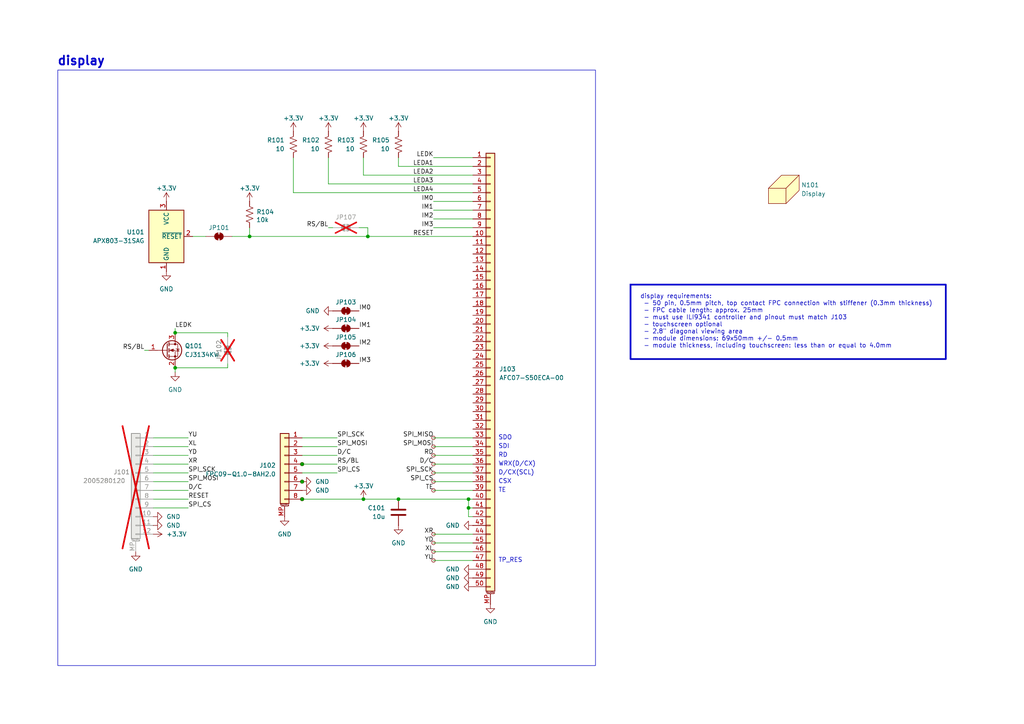
<source format=kicad_sch>
(kicad_sch
	(version 20250114)
	(generator "eeschema")
	(generator_version "9.0")
	(uuid "ff4b8cd0-62be-4dc2-ad89-9b4edd17acc5")
	(paper "A4")
	(title_block
		(title "2.8in TFT interconnect PCB")
		(date "2025-04-20")
		(rev "2")
		(company "alley cat engineering")
		(comment 1 "drawn by jackw01")
	)
	(lib_symbols
		(symbol "Connector:TestPoint_Small"
			(pin_numbers
				(hide yes)
			)
			(pin_names
				(offset 0.762)
				(hide yes)
			)
			(exclude_from_sim no)
			(in_bom yes)
			(on_board yes)
			(property "Reference" "TP"
				(at 0 3.81 0)
				(effects
					(font
						(size 1.27 1.27)
					)
				)
			)
			(property "Value" "TestPoint_Small"
				(at 0 2.032 0)
				(effects
					(font
						(size 1.27 1.27)
					)
				)
			)
			(property "Footprint" ""
				(at 5.08 0 0)
				(effects
					(font
						(size 1.27 1.27)
					)
					(hide yes)
				)
			)
			(property "Datasheet" "~"
				(at 5.08 0 0)
				(effects
					(font
						(size 1.27 1.27)
					)
					(hide yes)
				)
			)
			(property "Description" "test point"
				(at 0 0 0)
				(effects
					(font
						(size 1.27 1.27)
					)
					(hide yes)
				)
			)
			(property "ki_keywords" "test point tp"
				(at 0 0 0)
				(effects
					(font
						(size 1.27 1.27)
					)
					(hide yes)
				)
			)
			(property "ki_fp_filters" "Pin* Test*"
				(at 0 0 0)
				(effects
					(font
						(size 1.27 1.27)
					)
					(hide yes)
				)
			)
			(symbol "TestPoint_Small_0_1"
				(circle
					(center 0 0)
					(radius 0.508)
					(stroke
						(width 0)
						(type default)
					)
					(fill
						(type none)
					)
				)
			)
			(symbol "TestPoint_Small_1_1"
				(pin passive line
					(at 0 0 90)
					(length 0)
					(name "1"
						(effects
							(font
								(size 1.27 1.27)
							)
						)
					)
					(number "1"
						(effects
							(font
								(size 1.27 1.27)
							)
						)
					)
				)
			)
			(embedded_fonts no)
		)
		(symbol "Connector_Generic_MountingPin:Conn_01x08_MountingPin"
			(pin_names
				(offset 1.016)
				(hide yes)
			)
			(exclude_from_sim no)
			(in_bom yes)
			(on_board yes)
			(property "Reference" "J"
				(at 0 10.16 0)
				(effects
					(font
						(size 1.27 1.27)
					)
				)
			)
			(property "Value" "Conn_01x08_MountingPin"
				(at 1.27 -12.7 0)
				(effects
					(font
						(size 1.27 1.27)
					)
					(justify left)
				)
			)
			(property "Footprint" ""
				(at 0 0 0)
				(effects
					(font
						(size 1.27 1.27)
					)
					(hide yes)
				)
			)
			(property "Datasheet" "~"
				(at 0 0 0)
				(effects
					(font
						(size 1.27 1.27)
					)
					(hide yes)
				)
			)
			(property "Description" "Generic connectable mounting pin connector, single row, 01x08, script generated (kicad-library-utils/schlib/autogen/connector/)"
				(at 0 0 0)
				(effects
					(font
						(size 1.27 1.27)
					)
					(hide yes)
				)
			)
			(property "ki_keywords" "connector"
				(at 0 0 0)
				(effects
					(font
						(size 1.27 1.27)
					)
					(hide yes)
				)
			)
			(property "ki_fp_filters" "Connector*:*_1x??-1MP*"
				(at 0 0 0)
				(effects
					(font
						(size 1.27 1.27)
					)
					(hide yes)
				)
			)
			(symbol "Conn_01x08_MountingPin_1_1"
				(rectangle
					(start -1.27 8.89)
					(end 1.27 -11.43)
					(stroke
						(width 0.254)
						(type default)
					)
					(fill
						(type background)
					)
				)
				(rectangle
					(start -1.27 7.747)
					(end 0 7.493)
					(stroke
						(width 0.1524)
						(type default)
					)
					(fill
						(type none)
					)
				)
				(rectangle
					(start -1.27 5.207)
					(end 0 4.953)
					(stroke
						(width 0.1524)
						(type default)
					)
					(fill
						(type none)
					)
				)
				(rectangle
					(start -1.27 2.667)
					(end 0 2.413)
					(stroke
						(width 0.1524)
						(type default)
					)
					(fill
						(type none)
					)
				)
				(rectangle
					(start -1.27 0.127)
					(end 0 -0.127)
					(stroke
						(width 0.1524)
						(type default)
					)
					(fill
						(type none)
					)
				)
				(rectangle
					(start -1.27 -2.413)
					(end 0 -2.667)
					(stroke
						(width 0.1524)
						(type default)
					)
					(fill
						(type none)
					)
				)
				(rectangle
					(start -1.27 -4.953)
					(end 0 -5.207)
					(stroke
						(width 0.1524)
						(type default)
					)
					(fill
						(type none)
					)
				)
				(rectangle
					(start -1.27 -7.493)
					(end 0 -7.747)
					(stroke
						(width 0.1524)
						(type default)
					)
					(fill
						(type none)
					)
				)
				(rectangle
					(start -1.27 -10.033)
					(end 0 -10.287)
					(stroke
						(width 0.1524)
						(type default)
					)
					(fill
						(type none)
					)
				)
				(polyline
					(pts
						(xy -1.016 -12.192) (xy 1.016 -12.192)
					)
					(stroke
						(width 0.1524)
						(type default)
					)
					(fill
						(type none)
					)
				)
				(text "Mounting"
					(at 0 -11.811 0)
					(effects
						(font
							(size 0.381 0.381)
						)
					)
				)
				(pin passive line
					(at -5.08 7.62 0)
					(length 3.81)
					(name "Pin_1"
						(effects
							(font
								(size 1.27 1.27)
							)
						)
					)
					(number "1"
						(effects
							(font
								(size 1.27 1.27)
							)
						)
					)
				)
				(pin passive line
					(at -5.08 5.08 0)
					(length 3.81)
					(name "Pin_2"
						(effects
							(font
								(size 1.27 1.27)
							)
						)
					)
					(number "2"
						(effects
							(font
								(size 1.27 1.27)
							)
						)
					)
				)
				(pin passive line
					(at -5.08 2.54 0)
					(length 3.81)
					(name "Pin_3"
						(effects
							(font
								(size 1.27 1.27)
							)
						)
					)
					(number "3"
						(effects
							(font
								(size 1.27 1.27)
							)
						)
					)
				)
				(pin passive line
					(at -5.08 0 0)
					(length 3.81)
					(name "Pin_4"
						(effects
							(font
								(size 1.27 1.27)
							)
						)
					)
					(number "4"
						(effects
							(font
								(size 1.27 1.27)
							)
						)
					)
				)
				(pin passive line
					(at -5.08 -2.54 0)
					(length 3.81)
					(name "Pin_5"
						(effects
							(font
								(size 1.27 1.27)
							)
						)
					)
					(number "5"
						(effects
							(font
								(size 1.27 1.27)
							)
						)
					)
				)
				(pin passive line
					(at -5.08 -5.08 0)
					(length 3.81)
					(name "Pin_6"
						(effects
							(font
								(size 1.27 1.27)
							)
						)
					)
					(number "6"
						(effects
							(font
								(size 1.27 1.27)
							)
						)
					)
				)
				(pin passive line
					(at -5.08 -7.62 0)
					(length 3.81)
					(name "Pin_7"
						(effects
							(font
								(size 1.27 1.27)
							)
						)
					)
					(number "7"
						(effects
							(font
								(size 1.27 1.27)
							)
						)
					)
				)
				(pin passive line
					(at -5.08 -10.16 0)
					(length 3.81)
					(name "Pin_8"
						(effects
							(font
								(size 1.27 1.27)
							)
						)
					)
					(number "8"
						(effects
							(font
								(size 1.27 1.27)
							)
						)
					)
				)
				(pin passive line
					(at 0 -15.24 90)
					(length 3.048)
					(name "MountPin"
						(effects
							(font
								(size 1.27 1.27)
							)
						)
					)
					(number "MP"
						(effects
							(font
								(size 1.27 1.27)
							)
						)
					)
				)
			)
			(embedded_fonts no)
		)
		(symbol "Connector_Generic_MountingPin:Conn_01x12_MountingPin"
			(pin_names
				(offset 1.016)
				(hide yes)
			)
			(exclude_from_sim no)
			(in_bom yes)
			(on_board yes)
			(property "Reference" "J"
				(at 0 15.24 0)
				(effects
					(font
						(size 1.27 1.27)
					)
				)
			)
			(property "Value" "Conn_01x12_MountingPin"
				(at 1.27 -17.78 0)
				(effects
					(font
						(size 1.27 1.27)
					)
					(justify left)
				)
			)
			(property "Footprint" ""
				(at 0 0 0)
				(effects
					(font
						(size 1.27 1.27)
					)
					(hide yes)
				)
			)
			(property "Datasheet" "~"
				(at 0 0 0)
				(effects
					(font
						(size 1.27 1.27)
					)
					(hide yes)
				)
			)
			(property "Description" "Generic connectable mounting pin connector, single row, 01x12, script generated (kicad-library-utils/schlib/autogen/connector/)"
				(at 0 0 0)
				(effects
					(font
						(size 1.27 1.27)
					)
					(hide yes)
				)
			)
			(property "ki_keywords" "connector"
				(at 0 0 0)
				(effects
					(font
						(size 1.27 1.27)
					)
					(hide yes)
				)
			)
			(property "ki_fp_filters" "Connector*:*_1x??-1MP*"
				(at 0 0 0)
				(effects
					(font
						(size 1.27 1.27)
					)
					(hide yes)
				)
			)
			(symbol "Conn_01x12_MountingPin_1_1"
				(rectangle
					(start -1.27 13.97)
					(end 1.27 -16.51)
					(stroke
						(width 0.254)
						(type default)
					)
					(fill
						(type background)
					)
				)
				(rectangle
					(start -1.27 12.827)
					(end 0 12.573)
					(stroke
						(width 0.1524)
						(type default)
					)
					(fill
						(type none)
					)
				)
				(rectangle
					(start -1.27 10.287)
					(end 0 10.033)
					(stroke
						(width 0.1524)
						(type default)
					)
					(fill
						(type none)
					)
				)
				(rectangle
					(start -1.27 7.747)
					(end 0 7.493)
					(stroke
						(width 0.1524)
						(type default)
					)
					(fill
						(type none)
					)
				)
				(rectangle
					(start -1.27 5.207)
					(end 0 4.953)
					(stroke
						(width 0.1524)
						(type default)
					)
					(fill
						(type none)
					)
				)
				(rectangle
					(start -1.27 2.667)
					(end 0 2.413)
					(stroke
						(width 0.1524)
						(type default)
					)
					(fill
						(type none)
					)
				)
				(rectangle
					(start -1.27 0.127)
					(end 0 -0.127)
					(stroke
						(width 0.1524)
						(type default)
					)
					(fill
						(type none)
					)
				)
				(rectangle
					(start -1.27 -2.413)
					(end 0 -2.667)
					(stroke
						(width 0.1524)
						(type default)
					)
					(fill
						(type none)
					)
				)
				(rectangle
					(start -1.27 -4.953)
					(end 0 -5.207)
					(stroke
						(width 0.1524)
						(type default)
					)
					(fill
						(type none)
					)
				)
				(rectangle
					(start -1.27 -7.493)
					(end 0 -7.747)
					(stroke
						(width 0.1524)
						(type default)
					)
					(fill
						(type none)
					)
				)
				(rectangle
					(start -1.27 -10.033)
					(end 0 -10.287)
					(stroke
						(width 0.1524)
						(type default)
					)
					(fill
						(type none)
					)
				)
				(rectangle
					(start -1.27 -12.573)
					(end 0 -12.827)
					(stroke
						(width 0.1524)
						(type default)
					)
					(fill
						(type none)
					)
				)
				(rectangle
					(start -1.27 -15.113)
					(end 0 -15.367)
					(stroke
						(width 0.1524)
						(type default)
					)
					(fill
						(type none)
					)
				)
				(polyline
					(pts
						(xy -1.016 -17.272) (xy 1.016 -17.272)
					)
					(stroke
						(width 0.1524)
						(type default)
					)
					(fill
						(type none)
					)
				)
				(text "Mounting"
					(at 0 -16.891 0)
					(effects
						(font
							(size 0.381 0.381)
						)
					)
				)
				(pin passive line
					(at -5.08 12.7 0)
					(length 3.81)
					(name "Pin_1"
						(effects
							(font
								(size 1.27 1.27)
							)
						)
					)
					(number "1"
						(effects
							(font
								(size 1.27 1.27)
							)
						)
					)
				)
				(pin passive line
					(at -5.08 10.16 0)
					(length 3.81)
					(name "Pin_2"
						(effects
							(font
								(size 1.27 1.27)
							)
						)
					)
					(number "2"
						(effects
							(font
								(size 1.27 1.27)
							)
						)
					)
				)
				(pin passive line
					(at -5.08 7.62 0)
					(length 3.81)
					(name "Pin_3"
						(effects
							(font
								(size 1.27 1.27)
							)
						)
					)
					(number "3"
						(effects
							(font
								(size 1.27 1.27)
							)
						)
					)
				)
				(pin passive line
					(at -5.08 5.08 0)
					(length 3.81)
					(name "Pin_4"
						(effects
							(font
								(size 1.27 1.27)
							)
						)
					)
					(number "4"
						(effects
							(font
								(size 1.27 1.27)
							)
						)
					)
				)
				(pin passive line
					(at -5.08 2.54 0)
					(length 3.81)
					(name "Pin_5"
						(effects
							(font
								(size 1.27 1.27)
							)
						)
					)
					(number "5"
						(effects
							(font
								(size 1.27 1.27)
							)
						)
					)
				)
				(pin passive line
					(at -5.08 0 0)
					(length 3.81)
					(name "Pin_6"
						(effects
							(font
								(size 1.27 1.27)
							)
						)
					)
					(number "6"
						(effects
							(font
								(size 1.27 1.27)
							)
						)
					)
				)
				(pin passive line
					(at -5.08 -2.54 0)
					(length 3.81)
					(name "Pin_7"
						(effects
							(font
								(size 1.27 1.27)
							)
						)
					)
					(number "7"
						(effects
							(font
								(size 1.27 1.27)
							)
						)
					)
				)
				(pin passive line
					(at -5.08 -5.08 0)
					(length 3.81)
					(name "Pin_8"
						(effects
							(font
								(size 1.27 1.27)
							)
						)
					)
					(number "8"
						(effects
							(font
								(size 1.27 1.27)
							)
						)
					)
				)
				(pin passive line
					(at -5.08 -7.62 0)
					(length 3.81)
					(name "Pin_9"
						(effects
							(font
								(size 1.27 1.27)
							)
						)
					)
					(number "9"
						(effects
							(font
								(size 1.27 1.27)
							)
						)
					)
				)
				(pin passive line
					(at -5.08 -10.16 0)
					(length 3.81)
					(name "Pin_10"
						(effects
							(font
								(size 1.27 1.27)
							)
						)
					)
					(number "10"
						(effects
							(font
								(size 1.27 1.27)
							)
						)
					)
				)
				(pin passive line
					(at -5.08 -12.7 0)
					(length 3.81)
					(name "Pin_11"
						(effects
							(font
								(size 1.27 1.27)
							)
						)
					)
					(number "11"
						(effects
							(font
								(size 1.27 1.27)
							)
						)
					)
				)
				(pin passive line
					(at -5.08 -15.24 0)
					(length 3.81)
					(name "Pin_12"
						(effects
							(font
								(size 1.27 1.27)
							)
						)
					)
					(number "12"
						(effects
							(font
								(size 1.27 1.27)
							)
						)
					)
				)
				(pin passive line
					(at 0 -20.32 90)
					(length 3.048)
					(name "MountPin"
						(effects
							(font
								(size 1.27 1.27)
							)
						)
					)
					(number "MP"
						(effects
							(font
								(size 1.27 1.27)
							)
						)
					)
				)
			)
			(embedded_fonts no)
		)
		(symbol "Connector_Generic_MountingPin:Conn_01x50_MountingPin"
			(pin_names
				(offset 1.016)
				(hide yes)
			)
			(exclude_from_sim no)
			(in_bom yes)
			(on_board yes)
			(property "Reference" "J"
				(at 0 63.5 0)
				(effects
					(font
						(size 1.27 1.27)
					)
				)
			)
			(property "Value" "Conn_01x50_MountingPin"
				(at 1.27 -66.04 0)
				(effects
					(font
						(size 1.27 1.27)
					)
					(justify left)
				)
			)
			(property "Footprint" ""
				(at 0 0 0)
				(effects
					(font
						(size 1.27 1.27)
					)
					(hide yes)
				)
			)
			(property "Datasheet" "~"
				(at 0 0 0)
				(effects
					(font
						(size 1.27 1.27)
					)
					(hide yes)
				)
			)
			(property "Description" "\"Generic connectable mounting pin connector, single row, 01x50, script generated\""
				(at 0 0 0)
				(effects
					(font
						(size 1.27 1.27)
					)
					(hide yes)
				)
			)
			(property "ki_locked" ""
				(at 0 0 0)
				(effects
					(font
						(size 1.27 1.27)
					)
				)
			)
			(property "ki_keywords" "connector"
				(at 0 0 0)
				(effects
					(font
						(size 1.27 1.27)
					)
					(hide yes)
				)
			)
			(property "ki_fp_filters" "Connector*:*_1x??-1MP*"
				(at 0 0 0)
				(effects
					(font
						(size 1.27 1.27)
					)
					(hide yes)
				)
			)
			(symbol "Conn_01x50_MountingPin_1_1"
				(rectangle
					(start -1.27 62.23)
					(end 1.27 -64.77)
					(stroke
						(width 0.254)
						(type default)
					)
					(fill
						(type background)
					)
				)
				(rectangle
					(start -1.27 61.087)
					(end 0 60.833)
					(stroke
						(width 0.1524)
						(type default)
					)
					(fill
						(type none)
					)
				)
				(rectangle
					(start -1.27 58.547)
					(end 0 58.293)
					(stroke
						(width 0.1524)
						(type default)
					)
					(fill
						(type none)
					)
				)
				(rectangle
					(start -1.27 56.007)
					(end 0 55.753)
					(stroke
						(width 0.1524)
						(type default)
					)
					(fill
						(type none)
					)
				)
				(rectangle
					(start -1.27 53.467)
					(end 0 53.213)
					(stroke
						(width 0.1524)
						(type default)
					)
					(fill
						(type none)
					)
				)
				(rectangle
					(start -1.27 50.927)
					(end 0 50.673)
					(stroke
						(width 0.1524)
						(type default)
					)
					(fill
						(type none)
					)
				)
				(rectangle
					(start -1.27 48.387)
					(end 0 48.133)
					(stroke
						(width 0.1524)
						(type default)
					)
					(fill
						(type none)
					)
				)
				(rectangle
					(start -1.27 45.847)
					(end 0 45.593)
					(stroke
						(width 0.1524)
						(type default)
					)
					(fill
						(type none)
					)
				)
				(rectangle
					(start -1.27 43.307)
					(end 0 43.053)
					(stroke
						(width 0.1524)
						(type default)
					)
					(fill
						(type none)
					)
				)
				(rectangle
					(start -1.27 40.767)
					(end 0 40.513)
					(stroke
						(width 0.1524)
						(type default)
					)
					(fill
						(type none)
					)
				)
				(rectangle
					(start -1.27 38.227)
					(end 0 37.973)
					(stroke
						(width 0.1524)
						(type default)
					)
					(fill
						(type none)
					)
				)
				(rectangle
					(start -1.27 35.687)
					(end 0 35.433)
					(stroke
						(width 0.1524)
						(type default)
					)
					(fill
						(type none)
					)
				)
				(rectangle
					(start -1.27 33.147)
					(end 0 32.893)
					(stroke
						(width 0.1524)
						(type default)
					)
					(fill
						(type none)
					)
				)
				(rectangle
					(start -1.27 30.607)
					(end 0 30.353)
					(stroke
						(width 0.1524)
						(type default)
					)
					(fill
						(type none)
					)
				)
				(rectangle
					(start -1.27 28.067)
					(end 0 27.813)
					(stroke
						(width 0.1524)
						(type default)
					)
					(fill
						(type none)
					)
				)
				(rectangle
					(start -1.27 25.527)
					(end 0 25.273)
					(stroke
						(width 0.1524)
						(type default)
					)
					(fill
						(type none)
					)
				)
				(rectangle
					(start -1.27 22.987)
					(end 0 22.733)
					(stroke
						(width 0.1524)
						(type default)
					)
					(fill
						(type none)
					)
				)
				(rectangle
					(start -1.27 20.447)
					(end 0 20.193)
					(stroke
						(width 0.1524)
						(type default)
					)
					(fill
						(type none)
					)
				)
				(rectangle
					(start -1.27 17.907)
					(end 0 17.653)
					(stroke
						(width 0.1524)
						(type default)
					)
					(fill
						(type none)
					)
				)
				(rectangle
					(start -1.27 15.367)
					(end 0 15.113)
					(stroke
						(width 0.1524)
						(type default)
					)
					(fill
						(type none)
					)
				)
				(rectangle
					(start -1.27 12.827)
					(end 0 12.573)
					(stroke
						(width 0.1524)
						(type default)
					)
					(fill
						(type none)
					)
				)
				(rectangle
					(start -1.27 10.287)
					(end 0 10.033)
					(stroke
						(width 0.1524)
						(type default)
					)
					(fill
						(type none)
					)
				)
				(rectangle
					(start -1.27 7.747)
					(end 0 7.493)
					(stroke
						(width 0.1524)
						(type default)
					)
					(fill
						(type none)
					)
				)
				(rectangle
					(start -1.27 5.207)
					(end 0 4.953)
					(stroke
						(width 0.1524)
						(type default)
					)
					(fill
						(type none)
					)
				)
				(rectangle
					(start -1.27 2.667)
					(end 0 2.413)
					(stroke
						(width 0.1524)
						(type default)
					)
					(fill
						(type none)
					)
				)
				(rectangle
					(start -1.27 0.127)
					(end 0 -0.127)
					(stroke
						(width 0.1524)
						(type default)
					)
					(fill
						(type none)
					)
				)
				(rectangle
					(start -1.27 -2.413)
					(end 0 -2.667)
					(stroke
						(width 0.1524)
						(type default)
					)
					(fill
						(type none)
					)
				)
				(rectangle
					(start -1.27 -4.953)
					(end 0 -5.207)
					(stroke
						(width 0.1524)
						(type default)
					)
					(fill
						(type none)
					)
				)
				(rectangle
					(start -1.27 -7.493)
					(end 0 -7.747)
					(stroke
						(width 0.1524)
						(type default)
					)
					(fill
						(type none)
					)
				)
				(rectangle
					(start -1.27 -10.033)
					(end 0 -10.287)
					(stroke
						(width 0.1524)
						(type default)
					)
					(fill
						(type none)
					)
				)
				(rectangle
					(start -1.27 -12.573)
					(end 0 -12.827)
					(stroke
						(width 0.1524)
						(type default)
					)
					(fill
						(type none)
					)
				)
				(rectangle
					(start -1.27 -15.113)
					(end 0 -15.367)
					(stroke
						(width 0.1524)
						(type default)
					)
					(fill
						(type none)
					)
				)
				(rectangle
					(start -1.27 -17.653)
					(end 0 -17.907)
					(stroke
						(width 0.1524)
						(type default)
					)
					(fill
						(type none)
					)
				)
				(rectangle
					(start -1.27 -20.193)
					(end 0 -20.447)
					(stroke
						(width 0.1524)
						(type default)
					)
					(fill
						(type none)
					)
				)
				(rectangle
					(start -1.27 -22.733)
					(end 0 -22.987)
					(stroke
						(width 0.1524)
						(type default)
					)
					(fill
						(type none)
					)
				)
				(rectangle
					(start -1.27 -25.273)
					(end 0 -25.527)
					(stroke
						(width 0.1524)
						(type default)
					)
					(fill
						(type none)
					)
				)
				(rectangle
					(start -1.27 -27.813)
					(end 0 -28.067)
					(stroke
						(width 0.1524)
						(type default)
					)
					(fill
						(type none)
					)
				)
				(rectangle
					(start -1.27 -30.353)
					(end 0 -30.607)
					(stroke
						(width 0.1524)
						(type default)
					)
					(fill
						(type none)
					)
				)
				(rectangle
					(start -1.27 -32.893)
					(end 0 -33.147)
					(stroke
						(width 0.1524)
						(type default)
					)
					(fill
						(type none)
					)
				)
				(rectangle
					(start -1.27 -35.433)
					(end 0 -35.687)
					(stroke
						(width 0.1524)
						(type default)
					)
					(fill
						(type none)
					)
				)
				(rectangle
					(start -1.27 -37.973)
					(end 0 -38.227)
					(stroke
						(width 0.1524)
						(type default)
					)
					(fill
						(type none)
					)
				)
				(rectangle
					(start -1.27 -40.513)
					(end 0 -40.767)
					(stroke
						(width 0.1524)
						(type default)
					)
					(fill
						(type none)
					)
				)
				(rectangle
					(start -1.27 -43.053)
					(end 0 -43.307)
					(stroke
						(width 0.1524)
						(type default)
					)
					(fill
						(type none)
					)
				)
				(rectangle
					(start -1.27 -45.593)
					(end 0 -45.847)
					(stroke
						(width 0.1524)
						(type default)
					)
					(fill
						(type none)
					)
				)
				(rectangle
					(start -1.27 -48.133)
					(end 0 -48.387)
					(stroke
						(width 0.1524)
						(type default)
					)
					(fill
						(type none)
					)
				)
				(rectangle
					(start -1.27 -50.673)
					(end 0 -50.927)
					(stroke
						(width 0.1524)
						(type default)
					)
					(fill
						(type none)
					)
				)
				(rectangle
					(start -1.27 -53.213)
					(end 0 -53.467)
					(stroke
						(width 0.1524)
						(type default)
					)
					(fill
						(type none)
					)
				)
				(rectangle
					(start -1.27 -55.753)
					(end 0 -56.007)
					(stroke
						(width 0.1524)
						(type default)
					)
					(fill
						(type none)
					)
				)
				(rectangle
					(start -1.27 -58.293)
					(end 0 -58.547)
					(stroke
						(width 0.1524)
						(type default)
					)
					(fill
						(type none)
					)
				)
				(rectangle
					(start -1.27 -60.833)
					(end 0 -61.087)
					(stroke
						(width 0.1524)
						(type default)
					)
					(fill
						(type none)
					)
				)
				(rectangle
					(start -1.27 -63.373)
					(end 0 -63.627)
					(stroke
						(width 0.1524)
						(type default)
					)
					(fill
						(type none)
					)
				)
				(polyline
					(pts
						(xy -1.016 -65.532) (xy 1.016 -65.532)
					)
					(stroke
						(width 0.1524)
						(type default)
					)
					(fill
						(type none)
					)
				)
				(text "Mounting"
					(at 0 -65.151 0)
					(effects
						(font
							(size 0.381 0.381)
						)
					)
				)
				(pin passive line
					(at -5.08 60.96 0)
					(length 3.81)
					(name "Pin_1"
						(effects
							(font
								(size 1.27 1.27)
							)
						)
					)
					(number "1"
						(effects
							(font
								(size 1.27 1.27)
							)
						)
					)
				)
				(pin passive line
					(at -5.08 58.42 0)
					(length 3.81)
					(name "Pin_2"
						(effects
							(font
								(size 1.27 1.27)
							)
						)
					)
					(number "2"
						(effects
							(font
								(size 1.27 1.27)
							)
						)
					)
				)
				(pin passive line
					(at -5.08 55.88 0)
					(length 3.81)
					(name "Pin_3"
						(effects
							(font
								(size 1.27 1.27)
							)
						)
					)
					(number "3"
						(effects
							(font
								(size 1.27 1.27)
							)
						)
					)
				)
				(pin passive line
					(at -5.08 53.34 0)
					(length 3.81)
					(name "Pin_4"
						(effects
							(font
								(size 1.27 1.27)
							)
						)
					)
					(number "4"
						(effects
							(font
								(size 1.27 1.27)
							)
						)
					)
				)
				(pin passive line
					(at -5.08 50.8 0)
					(length 3.81)
					(name "Pin_5"
						(effects
							(font
								(size 1.27 1.27)
							)
						)
					)
					(number "5"
						(effects
							(font
								(size 1.27 1.27)
							)
						)
					)
				)
				(pin passive line
					(at -5.08 48.26 0)
					(length 3.81)
					(name "Pin_6"
						(effects
							(font
								(size 1.27 1.27)
							)
						)
					)
					(number "6"
						(effects
							(font
								(size 1.27 1.27)
							)
						)
					)
				)
				(pin passive line
					(at -5.08 45.72 0)
					(length 3.81)
					(name "Pin_7"
						(effects
							(font
								(size 1.27 1.27)
							)
						)
					)
					(number "7"
						(effects
							(font
								(size 1.27 1.27)
							)
						)
					)
				)
				(pin passive line
					(at -5.08 43.18 0)
					(length 3.81)
					(name "Pin_8"
						(effects
							(font
								(size 1.27 1.27)
							)
						)
					)
					(number "8"
						(effects
							(font
								(size 1.27 1.27)
							)
						)
					)
				)
				(pin passive line
					(at -5.08 40.64 0)
					(length 3.81)
					(name "Pin_9"
						(effects
							(font
								(size 1.27 1.27)
							)
						)
					)
					(number "9"
						(effects
							(font
								(size 1.27 1.27)
							)
						)
					)
				)
				(pin passive line
					(at -5.08 38.1 0)
					(length 3.81)
					(name "Pin_10"
						(effects
							(font
								(size 1.27 1.27)
							)
						)
					)
					(number "10"
						(effects
							(font
								(size 1.27 1.27)
							)
						)
					)
				)
				(pin passive line
					(at -5.08 35.56 0)
					(length 3.81)
					(name "Pin_11"
						(effects
							(font
								(size 1.27 1.27)
							)
						)
					)
					(number "11"
						(effects
							(font
								(size 1.27 1.27)
							)
						)
					)
				)
				(pin passive line
					(at -5.08 33.02 0)
					(length 3.81)
					(name "Pin_12"
						(effects
							(font
								(size 1.27 1.27)
							)
						)
					)
					(number "12"
						(effects
							(font
								(size 1.27 1.27)
							)
						)
					)
				)
				(pin passive line
					(at -5.08 30.48 0)
					(length 3.81)
					(name "Pin_13"
						(effects
							(font
								(size 1.27 1.27)
							)
						)
					)
					(number "13"
						(effects
							(font
								(size 1.27 1.27)
							)
						)
					)
				)
				(pin passive line
					(at -5.08 27.94 0)
					(length 3.81)
					(name "Pin_14"
						(effects
							(font
								(size 1.27 1.27)
							)
						)
					)
					(number "14"
						(effects
							(font
								(size 1.27 1.27)
							)
						)
					)
				)
				(pin passive line
					(at -5.08 25.4 0)
					(length 3.81)
					(name "Pin_15"
						(effects
							(font
								(size 1.27 1.27)
							)
						)
					)
					(number "15"
						(effects
							(font
								(size 1.27 1.27)
							)
						)
					)
				)
				(pin passive line
					(at -5.08 22.86 0)
					(length 3.81)
					(name "Pin_16"
						(effects
							(font
								(size 1.27 1.27)
							)
						)
					)
					(number "16"
						(effects
							(font
								(size 1.27 1.27)
							)
						)
					)
				)
				(pin passive line
					(at -5.08 20.32 0)
					(length 3.81)
					(name "Pin_17"
						(effects
							(font
								(size 1.27 1.27)
							)
						)
					)
					(number "17"
						(effects
							(font
								(size 1.27 1.27)
							)
						)
					)
				)
				(pin passive line
					(at -5.08 17.78 0)
					(length 3.81)
					(name "Pin_18"
						(effects
							(font
								(size 1.27 1.27)
							)
						)
					)
					(number "18"
						(effects
							(font
								(size 1.27 1.27)
							)
						)
					)
				)
				(pin passive line
					(at -5.08 15.24 0)
					(length 3.81)
					(name "Pin_19"
						(effects
							(font
								(size 1.27 1.27)
							)
						)
					)
					(number "19"
						(effects
							(font
								(size 1.27 1.27)
							)
						)
					)
				)
				(pin passive line
					(at -5.08 12.7 0)
					(length 3.81)
					(name "Pin_20"
						(effects
							(font
								(size 1.27 1.27)
							)
						)
					)
					(number "20"
						(effects
							(font
								(size 1.27 1.27)
							)
						)
					)
				)
				(pin passive line
					(at -5.08 10.16 0)
					(length 3.81)
					(name "Pin_21"
						(effects
							(font
								(size 1.27 1.27)
							)
						)
					)
					(number "21"
						(effects
							(font
								(size 1.27 1.27)
							)
						)
					)
				)
				(pin passive line
					(at -5.08 7.62 0)
					(length 3.81)
					(name "Pin_22"
						(effects
							(font
								(size 1.27 1.27)
							)
						)
					)
					(number "22"
						(effects
							(font
								(size 1.27 1.27)
							)
						)
					)
				)
				(pin passive line
					(at -5.08 5.08 0)
					(length 3.81)
					(name "Pin_23"
						(effects
							(font
								(size 1.27 1.27)
							)
						)
					)
					(number "23"
						(effects
							(font
								(size 1.27 1.27)
							)
						)
					)
				)
				(pin passive line
					(at -5.08 2.54 0)
					(length 3.81)
					(name "Pin_24"
						(effects
							(font
								(size 1.27 1.27)
							)
						)
					)
					(number "24"
						(effects
							(font
								(size 1.27 1.27)
							)
						)
					)
				)
				(pin passive line
					(at -5.08 0 0)
					(length 3.81)
					(name "Pin_25"
						(effects
							(font
								(size 1.27 1.27)
							)
						)
					)
					(number "25"
						(effects
							(font
								(size 1.27 1.27)
							)
						)
					)
				)
				(pin passive line
					(at -5.08 -2.54 0)
					(length 3.81)
					(name "Pin_26"
						(effects
							(font
								(size 1.27 1.27)
							)
						)
					)
					(number "26"
						(effects
							(font
								(size 1.27 1.27)
							)
						)
					)
				)
				(pin passive line
					(at -5.08 -5.08 0)
					(length 3.81)
					(name "Pin_27"
						(effects
							(font
								(size 1.27 1.27)
							)
						)
					)
					(number "27"
						(effects
							(font
								(size 1.27 1.27)
							)
						)
					)
				)
				(pin passive line
					(at -5.08 -7.62 0)
					(length 3.81)
					(name "Pin_28"
						(effects
							(font
								(size 1.27 1.27)
							)
						)
					)
					(number "28"
						(effects
							(font
								(size 1.27 1.27)
							)
						)
					)
				)
				(pin passive line
					(at -5.08 -10.16 0)
					(length 3.81)
					(name "Pin_29"
						(effects
							(font
								(size 1.27 1.27)
							)
						)
					)
					(number "29"
						(effects
							(font
								(size 1.27 1.27)
							)
						)
					)
				)
				(pin passive line
					(at -5.08 -12.7 0)
					(length 3.81)
					(name "Pin_30"
						(effects
							(font
								(size 1.27 1.27)
							)
						)
					)
					(number "30"
						(effects
							(font
								(size 1.27 1.27)
							)
						)
					)
				)
				(pin passive line
					(at -5.08 -15.24 0)
					(length 3.81)
					(name "Pin_31"
						(effects
							(font
								(size 1.27 1.27)
							)
						)
					)
					(number "31"
						(effects
							(font
								(size 1.27 1.27)
							)
						)
					)
				)
				(pin passive line
					(at -5.08 -17.78 0)
					(length 3.81)
					(name "Pin_32"
						(effects
							(font
								(size 1.27 1.27)
							)
						)
					)
					(number "32"
						(effects
							(font
								(size 1.27 1.27)
							)
						)
					)
				)
				(pin passive line
					(at -5.08 -20.32 0)
					(length 3.81)
					(name "Pin_33"
						(effects
							(font
								(size 1.27 1.27)
							)
						)
					)
					(number "33"
						(effects
							(font
								(size 1.27 1.27)
							)
						)
					)
				)
				(pin passive line
					(at -5.08 -22.86 0)
					(length 3.81)
					(name "Pin_34"
						(effects
							(font
								(size 1.27 1.27)
							)
						)
					)
					(number "34"
						(effects
							(font
								(size 1.27 1.27)
							)
						)
					)
				)
				(pin passive line
					(at -5.08 -25.4 0)
					(length 3.81)
					(name "Pin_35"
						(effects
							(font
								(size 1.27 1.27)
							)
						)
					)
					(number "35"
						(effects
							(font
								(size 1.27 1.27)
							)
						)
					)
				)
				(pin passive line
					(at -5.08 -27.94 0)
					(length 3.81)
					(name "Pin_36"
						(effects
							(font
								(size 1.27 1.27)
							)
						)
					)
					(number "36"
						(effects
							(font
								(size 1.27 1.27)
							)
						)
					)
				)
				(pin passive line
					(at -5.08 -30.48 0)
					(length 3.81)
					(name "Pin_37"
						(effects
							(font
								(size 1.27 1.27)
							)
						)
					)
					(number "37"
						(effects
							(font
								(size 1.27 1.27)
							)
						)
					)
				)
				(pin passive line
					(at -5.08 -33.02 0)
					(length 3.81)
					(name "Pin_38"
						(effects
							(font
								(size 1.27 1.27)
							)
						)
					)
					(number "38"
						(effects
							(font
								(size 1.27 1.27)
							)
						)
					)
				)
				(pin passive line
					(at -5.08 -35.56 0)
					(length 3.81)
					(name "Pin_39"
						(effects
							(font
								(size 1.27 1.27)
							)
						)
					)
					(number "39"
						(effects
							(font
								(size 1.27 1.27)
							)
						)
					)
				)
				(pin passive line
					(at -5.08 -38.1 0)
					(length 3.81)
					(name "Pin_40"
						(effects
							(font
								(size 1.27 1.27)
							)
						)
					)
					(number "40"
						(effects
							(font
								(size 1.27 1.27)
							)
						)
					)
				)
				(pin passive line
					(at -5.08 -40.64 0)
					(length 3.81)
					(name "Pin_41"
						(effects
							(font
								(size 1.27 1.27)
							)
						)
					)
					(number "41"
						(effects
							(font
								(size 1.27 1.27)
							)
						)
					)
				)
				(pin passive line
					(at -5.08 -43.18 0)
					(length 3.81)
					(name "Pin_42"
						(effects
							(font
								(size 1.27 1.27)
							)
						)
					)
					(number "42"
						(effects
							(font
								(size 1.27 1.27)
							)
						)
					)
				)
				(pin passive line
					(at -5.08 -45.72 0)
					(length 3.81)
					(name "Pin_43"
						(effects
							(font
								(size 1.27 1.27)
							)
						)
					)
					(number "43"
						(effects
							(font
								(size 1.27 1.27)
							)
						)
					)
				)
				(pin passive line
					(at -5.08 -48.26 0)
					(length 3.81)
					(name "Pin_44"
						(effects
							(font
								(size 1.27 1.27)
							)
						)
					)
					(number "44"
						(effects
							(font
								(size 1.27 1.27)
							)
						)
					)
				)
				(pin passive line
					(at -5.08 -50.8 0)
					(length 3.81)
					(name "Pin_45"
						(effects
							(font
								(size 1.27 1.27)
							)
						)
					)
					(number "45"
						(effects
							(font
								(size 1.27 1.27)
							)
						)
					)
				)
				(pin passive line
					(at -5.08 -53.34 0)
					(length 3.81)
					(name "Pin_46"
						(effects
							(font
								(size 1.27 1.27)
							)
						)
					)
					(number "46"
						(effects
							(font
								(size 1.27 1.27)
							)
						)
					)
				)
				(pin passive line
					(at -5.08 -55.88 0)
					(length 3.81)
					(name "Pin_47"
						(effects
							(font
								(size 1.27 1.27)
							)
						)
					)
					(number "47"
						(effects
							(font
								(size 1.27 1.27)
							)
						)
					)
				)
				(pin passive line
					(at -5.08 -58.42 0)
					(length 3.81)
					(name "Pin_48"
						(effects
							(font
								(size 1.27 1.27)
							)
						)
					)
					(number "48"
						(effects
							(font
								(size 1.27 1.27)
							)
						)
					)
				)
				(pin passive line
					(at -5.08 -60.96 0)
					(length 3.81)
					(name "Pin_49"
						(effects
							(font
								(size 1.27 1.27)
							)
						)
					)
					(number "49"
						(effects
							(font
								(size 1.27 1.27)
							)
						)
					)
				)
				(pin passive line
					(at -5.08 -63.5 0)
					(length 3.81)
					(name "Pin_50"
						(effects
							(font
								(size 1.27 1.27)
							)
						)
					)
					(number "50"
						(effects
							(font
								(size 1.27 1.27)
							)
						)
					)
				)
				(pin passive line
					(at 0 -68.58 90)
					(length 3.048)
					(name "MountPin"
						(effects
							(font
								(size 1.27 1.27)
							)
						)
					)
					(number "MP"
						(effects
							(font
								(size 1.27 1.27)
							)
						)
					)
				)
			)
			(embedded_fonts no)
		)
		(symbol "Device:C"
			(pin_numbers
				(hide yes)
			)
			(pin_names
				(offset 0.254)
			)
			(exclude_from_sim no)
			(in_bom yes)
			(on_board yes)
			(property "Reference" "C"
				(at 0.635 2.54 0)
				(effects
					(font
						(size 1.27 1.27)
					)
					(justify left)
				)
			)
			(property "Value" "C"
				(at 0.635 -2.54 0)
				(effects
					(font
						(size 1.27 1.27)
					)
					(justify left)
				)
			)
			(property "Footprint" ""
				(at 0.9652 -3.81 0)
				(effects
					(font
						(size 1.27 1.27)
					)
					(hide yes)
				)
			)
			(property "Datasheet" "~"
				(at 0 0 0)
				(effects
					(font
						(size 1.27 1.27)
					)
					(hide yes)
				)
			)
			(property "Description" "Unpolarized capacitor"
				(at 0 0 0)
				(effects
					(font
						(size 1.27 1.27)
					)
					(hide yes)
				)
			)
			(property "ki_keywords" "cap capacitor"
				(at 0 0 0)
				(effects
					(font
						(size 1.27 1.27)
					)
					(hide yes)
				)
			)
			(property "ki_fp_filters" "C_*"
				(at 0 0 0)
				(effects
					(font
						(size 1.27 1.27)
					)
					(hide yes)
				)
			)
			(symbol "C_0_1"
				(polyline
					(pts
						(xy -2.032 0.762) (xy 2.032 0.762)
					)
					(stroke
						(width 0.508)
						(type default)
					)
					(fill
						(type none)
					)
				)
				(polyline
					(pts
						(xy -2.032 -0.762) (xy 2.032 -0.762)
					)
					(stroke
						(width 0.508)
						(type default)
					)
					(fill
						(type none)
					)
				)
			)
			(symbol "C_1_1"
				(pin passive line
					(at 0 3.81 270)
					(length 2.794)
					(name "~"
						(effects
							(font
								(size 1.27 1.27)
							)
						)
					)
					(number "1"
						(effects
							(font
								(size 1.27 1.27)
							)
						)
					)
				)
				(pin passive line
					(at 0 -3.81 90)
					(length 2.794)
					(name "~"
						(effects
							(font
								(size 1.27 1.27)
							)
						)
					)
					(number "2"
						(effects
							(font
								(size 1.27 1.27)
							)
						)
					)
				)
			)
			(embedded_fonts no)
		)
		(symbol "Device:R_US"
			(pin_numbers
				(hide yes)
			)
			(pin_names
				(offset 0)
			)
			(exclude_from_sim no)
			(in_bom yes)
			(on_board yes)
			(property "Reference" "R"
				(at 2.54 0 90)
				(effects
					(font
						(size 1.27 1.27)
					)
				)
			)
			(property "Value" "R_US"
				(at -2.54 0 90)
				(effects
					(font
						(size 1.27 1.27)
					)
				)
			)
			(property "Footprint" ""
				(at 1.016 -0.254 90)
				(effects
					(font
						(size 1.27 1.27)
					)
					(hide yes)
				)
			)
			(property "Datasheet" "~"
				(at 0 0 0)
				(effects
					(font
						(size 1.27 1.27)
					)
					(hide yes)
				)
			)
			(property "Description" "Resistor, US symbol"
				(at 0 0 0)
				(effects
					(font
						(size 1.27 1.27)
					)
					(hide yes)
				)
			)
			(property "ki_keywords" "R res resistor"
				(at 0 0 0)
				(effects
					(font
						(size 1.27 1.27)
					)
					(hide yes)
				)
			)
			(property "ki_fp_filters" "R_*"
				(at 0 0 0)
				(effects
					(font
						(size 1.27 1.27)
					)
					(hide yes)
				)
			)
			(symbol "R_US_0_1"
				(polyline
					(pts
						(xy 0 2.286) (xy 0 2.54)
					)
					(stroke
						(width 0)
						(type default)
					)
					(fill
						(type none)
					)
				)
				(polyline
					(pts
						(xy 0 2.286) (xy 1.016 1.905) (xy 0 1.524) (xy -1.016 1.143) (xy 0 0.762)
					)
					(stroke
						(width 0)
						(type default)
					)
					(fill
						(type none)
					)
				)
				(polyline
					(pts
						(xy 0 0.762) (xy 1.016 0.381) (xy 0 0) (xy -1.016 -0.381) (xy 0 -0.762)
					)
					(stroke
						(width 0)
						(type default)
					)
					(fill
						(type none)
					)
				)
				(polyline
					(pts
						(xy 0 -0.762) (xy 1.016 -1.143) (xy 0 -1.524) (xy -1.016 -1.905) (xy 0 -2.286)
					)
					(stroke
						(width 0)
						(type default)
					)
					(fill
						(type none)
					)
				)
				(polyline
					(pts
						(xy 0 -2.286) (xy 0 -2.54)
					)
					(stroke
						(width 0)
						(type default)
					)
					(fill
						(type none)
					)
				)
			)
			(symbol "R_US_1_1"
				(pin passive line
					(at 0 3.81 270)
					(length 1.27)
					(name "~"
						(effects
							(font
								(size 1.27 1.27)
							)
						)
					)
					(number "1"
						(effects
							(font
								(size 1.27 1.27)
							)
						)
					)
				)
				(pin passive line
					(at 0 -3.81 90)
					(length 1.27)
					(name "~"
						(effects
							(font
								(size 1.27 1.27)
							)
						)
					)
					(number "2"
						(effects
							(font
								(size 1.27 1.27)
							)
						)
					)
				)
			)
			(embedded_fonts no)
		)
		(symbol "Jumper:SolderJumper_2_Bridged"
			(pin_numbers
				(hide yes)
			)
			(pin_names
				(offset 0)
				(hide yes)
			)
			(exclude_from_sim yes)
			(in_bom no)
			(on_board yes)
			(property "Reference" "JP"
				(at 0 2.032 0)
				(effects
					(font
						(size 1.27 1.27)
					)
				)
			)
			(property "Value" "SolderJumper_2_Bridged"
				(at 0 -2.54 0)
				(effects
					(font
						(size 1.27 1.27)
					)
				)
			)
			(property "Footprint" ""
				(at 0 0 0)
				(effects
					(font
						(size 1.27 1.27)
					)
					(hide yes)
				)
			)
			(property "Datasheet" "~"
				(at 0 0 0)
				(effects
					(font
						(size 1.27 1.27)
					)
					(hide yes)
				)
			)
			(property "Description" "Solder Jumper, 2-pole, closed/bridged"
				(at 0 0 0)
				(effects
					(font
						(size 1.27 1.27)
					)
					(hide yes)
				)
			)
			(property "ki_keywords" "solder jumper SPST"
				(at 0 0 0)
				(effects
					(font
						(size 1.27 1.27)
					)
					(hide yes)
				)
			)
			(property "ki_fp_filters" "SolderJumper*Bridged*"
				(at 0 0 0)
				(effects
					(font
						(size 1.27 1.27)
					)
					(hide yes)
				)
			)
			(symbol "SolderJumper_2_Bridged_0_1"
				(rectangle
					(start -0.508 0.508)
					(end 0.508 -0.508)
					(stroke
						(width 0)
						(type default)
					)
					(fill
						(type outline)
					)
				)
				(polyline
					(pts
						(xy -0.254 1.016) (xy -0.254 -1.016)
					)
					(stroke
						(width 0)
						(type default)
					)
					(fill
						(type none)
					)
				)
				(arc
					(start -0.254 -1.016)
					(mid -1.2656 0)
					(end -0.254 1.016)
					(stroke
						(width 0)
						(type default)
					)
					(fill
						(type none)
					)
				)
				(arc
					(start -0.254 -1.016)
					(mid -1.2656 0)
					(end -0.254 1.016)
					(stroke
						(width 0)
						(type default)
					)
					(fill
						(type outline)
					)
				)
				(arc
					(start 0.254 1.016)
					(mid 1.2656 0)
					(end 0.254 -1.016)
					(stroke
						(width 0)
						(type default)
					)
					(fill
						(type none)
					)
				)
				(arc
					(start 0.254 1.016)
					(mid 1.2656 0)
					(end 0.254 -1.016)
					(stroke
						(width 0)
						(type default)
					)
					(fill
						(type outline)
					)
				)
				(polyline
					(pts
						(xy 0.254 1.016) (xy 0.254 -1.016)
					)
					(stroke
						(width 0)
						(type default)
					)
					(fill
						(type none)
					)
				)
			)
			(symbol "SolderJumper_2_Bridged_1_1"
				(pin passive line
					(at -3.81 0 0)
					(length 2.54)
					(name "A"
						(effects
							(font
								(size 1.27 1.27)
							)
						)
					)
					(number "1"
						(effects
							(font
								(size 1.27 1.27)
							)
						)
					)
				)
				(pin passive line
					(at 3.81 0 180)
					(length 2.54)
					(name "B"
						(effects
							(font
								(size 1.27 1.27)
							)
						)
					)
					(number "2"
						(effects
							(font
								(size 1.27 1.27)
							)
						)
					)
				)
			)
			(embedded_fonts no)
		)
		(symbol "Jumper:SolderJumper_2_Open"
			(pin_numbers
				(hide yes)
			)
			(pin_names
				(offset 0)
				(hide yes)
			)
			(exclude_from_sim yes)
			(in_bom no)
			(on_board yes)
			(property "Reference" "JP"
				(at 0 2.032 0)
				(effects
					(font
						(size 1.27 1.27)
					)
				)
			)
			(property "Value" "SolderJumper_2_Open"
				(at 0 -2.54 0)
				(effects
					(font
						(size 1.27 1.27)
					)
				)
			)
			(property "Footprint" ""
				(at 0 0 0)
				(effects
					(font
						(size 1.27 1.27)
					)
					(hide yes)
				)
			)
			(property "Datasheet" "~"
				(at 0 0 0)
				(effects
					(font
						(size 1.27 1.27)
					)
					(hide yes)
				)
			)
			(property "Description" "Solder Jumper, 2-pole, open"
				(at 0 0 0)
				(effects
					(font
						(size 1.27 1.27)
					)
					(hide yes)
				)
			)
			(property "ki_keywords" "solder jumper SPST"
				(at 0 0 0)
				(effects
					(font
						(size 1.27 1.27)
					)
					(hide yes)
				)
			)
			(property "ki_fp_filters" "SolderJumper*Open*"
				(at 0 0 0)
				(effects
					(font
						(size 1.27 1.27)
					)
					(hide yes)
				)
			)
			(symbol "SolderJumper_2_Open_0_1"
				(polyline
					(pts
						(xy -0.254 1.016) (xy -0.254 -1.016)
					)
					(stroke
						(width 0)
						(type default)
					)
					(fill
						(type none)
					)
				)
				(arc
					(start -0.254 -1.016)
					(mid -1.2656 0)
					(end -0.254 1.016)
					(stroke
						(width 0)
						(type default)
					)
					(fill
						(type none)
					)
				)
				(arc
					(start -0.254 -1.016)
					(mid -1.2656 0)
					(end -0.254 1.016)
					(stroke
						(width 0)
						(type default)
					)
					(fill
						(type outline)
					)
				)
				(arc
					(start 0.254 1.016)
					(mid 1.2656 0)
					(end 0.254 -1.016)
					(stroke
						(width 0)
						(type default)
					)
					(fill
						(type none)
					)
				)
				(arc
					(start 0.254 1.016)
					(mid 1.2656 0)
					(end 0.254 -1.016)
					(stroke
						(width 0)
						(type default)
					)
					(fill
						(type outline)
					)
				)
				(polyline
					(pts
						(xy 0.254 1.016) (xy 0.254 -1.016)
					)
					(stroke
						(width 0)
						(type default)
					)
					(fill
						(type none)
					)
				)
			)
			(symbol "SolderJumper_2_Open_1_1"
				(pin passive line
					(at -3.81 0 0)
					(length 2.54)
					(name "A"
						(effects
							(font
								(size 1.27 1.27)
							)
						)
					)
					(number "1"
						(effects
							(font
								(size 1.27 1.27)
							)
						)
					)
				)
				(pin passive line
					(at 3.81 0 180)
					(length 2.54)
					(name "B"
						(effects
							(font
								(size 1.27 1.27)
							)
						)
					)
					(number "2"
						(effects
							(font
								(size 1.27 1.27)
							)
						)
					)
				)
			)
			(embedded_fonts no)
		)
		(symbol "Mechanical:Housing"
			(pin_names
				(offset 1.016)
			)
			(exclude_from_sim yes)
			(in_bom yes)
			(on_board yes)
			(property "Reference" "N1"
				(at 3.81 0.9526 0)
				(effects
					(font
						(size 1.27 1.27)
					)
					(justify left)
				)
			)
			(property "Value" "Display"
				(at 3.81 -1.5874 0)
				(effects
					(font
						(size 1.27 1.27)
					)
					(justify left)
				)
			)
			(property "Footprint" ""
				(at 1.27 1.27 0)
				(effects
					(font
						(size 1.27 1.27)
					)
					(hide yes)
				)
			)
			(property "Datasheet" "~"
				(at 1.27 1.27 0)
				(effects
					(font
						(size 1.27 1.27)
					)
					(hide yes)
				)
			)
			(property "Description" "Housing"
				(at 0 0 0)
				(effects
					(font
						(size 1.27 1.27)
					)
					(hide yes)
				)
			)
			(property "ki_keywords" "housing enclosure"
				(at 0 0 0)
				(effects
					(font
						(size 1.27 1.27)
					)
					(hide yes)
				)
			)
			(property "ki_fp_filters" "Enclosure* Housing*"
				(at 0 0 0)
				(effects
					(font
						(size 1.27 1.27)
					)
					(hide yes)
				)
			)
			(symbol "Housing_0_1"
				(polyline
					(pts
						(xy -5.715 0) (xy -0.635 0) (xy 3.175 3.81)
					)
					(stroke
						(width 0)
						(type default)
					)
					(fill
						(type none)
					)
				)
				(polyline
					(pts
						(xy -5.715 0) (xy -5.715 -4.445) (xy -0.635 -4.445) (xy 3.175 -0.635) (xy 3.175 3.81) (xy -1.905 3.81)
						(xy -5.715 0)
					)
					(stroke
						(width 0)
						(type default)
					)
					(fill
						(type background)
					)
				)
				(polyline
					(pts
						(xy -0.635 0) (xy -0.635 -4.445)
					)
					(stroke
						(width 0)
						(type default)
					)
					(fill
						(type none)
					)
				)
			)
			(embedded_fonts no)
		)
		(symbol "Power_Supervisor:LM809"
			(exclude_from_sim no)
			(in_bom yes)
			(on_board yes)
			(property "Reference" "U"
				(at 2.54 12.7 0)
				(effects
					(font
						(size 1.27 1.27)
					)
				)
			)
			(property "Value" "LM809"
				(at 5.08 10.16 0)
				(effects
					(font
						(size 1.27 1.27)
					)
				)
			)
			(property "Footprint" "Package_TO_SOT_SMD:SOT-23"
				(at 7.62 2.54 0)
				(effects
					(font
						(size 1.27 1.27)
					)
					(hide yes)
				)
			)
			(property "Datasheet" "http://www.ti.com/lit/ds/symlink/lm809.pdf"
				(at 7.62 2.54 0)
				(effects
					(font
						(size 1.27 1.27)
					)
					(hide yes)
				)
			)
			(property "Description" "Microprocessor Reset (active-low) Circuit, SOT-23"
				(at 0 0 0)
				(effects
					(font
						(size 1.27 1.27)
					)
					(hide yes)
				)
			)
			(property "ki_keywords" "reset supervisor"
				(at 0 0 0)
				(effects
					(font
						(size 1.27 1.27)
					)
					(hide yes)
				)
			)
			(property "ki_fp_filters" "SOT?23*"
				(at 0 0 0)
				(effects
					(font
						(size 1.27 1.27)
					)
					(hide yes)
				)
			)
			(symbol "LM809_0_1"
				(rectangle
					(start 5.08 7.62)
					(end -5.08 -7.62)
					(stroke
						(width 0.254)
						(type default)
					)
					(fill
						(type background)
					)
				)
			)
			(symbol "LM809_1_1"
				(pin power_in line
					(at 0 10.16 270)
					(length 2.54)
					(name "VCC"
						(effects
							(font
								(size 1.27 1.27)
							)
						)
					)
					(number "3"
						(effects
							(font
								(size 1.27 1.27)
							)
						)
					)
				)
				(pin power_in line
					(at 0 -10.16 90)
					(length 2.54)
					(name "GND"
						(effects
							(font
								(size 1.27 1.27)
							)
						)
					)
					(number "1"
						(effects
							(font
								(size 1.27 1.27)
							)
						)
					)
				)
				(pin output line
					(at 7.62 0 180)
					(length 2.54)
					(name "~{RESET}"
						(effects
							(font
								(size 1.27 1.27)
							)
						)
					)
					(number "2"
						(effects
							(font
								(size 1.27 1.27)
							)
						)
					)
				)
			)
			(embedded_fonts no)
		)
		(symbol "SolderJumper_2_Open_1"
			(pin_numbers
				(hide yes)
			)
			(pin_names
				(offset 0)
				(hide yes)
			)
			(exclude_from_sim no)
			(in_bom no)
			(on_board yes)
			(property "Reference" "JP"
				(at 0 2.032 0)
				(effects
					(font
						(size 1.27 1.27)
					)
				)
			)
			(property "Value" "SolderJumper_2_Open"
				(at 0 -2.54 0)
				(effects
					(font
						(size 1.27 1.27)
					)
				)
			)
			(property "Footprint" ""
				(at 0 0 0)
				(effects
					(font
						(size 1.27 1.27)
					)
					(hide yes)
				)
			)
			(property "Datasheet" "~"
				(at 0 0 0)
				(effects
					(font
						(size 1.27 1.27)
					)
					(hide yes)
				)
			)
			(property "Description" "Solder Jumper, 2-pole, open"
				(at 0 0 0)
				(effects
					(font
						(size 1.27 1.27)
					)
					(hide yes)
				)
			)
			(property "ki_keywords" "solder jumper SPST"
				(at 0 0 0)
				(effects
					(font
						(size 1.27 1.27)
					)
					(hide yes)
				)
			)
			(property "ki_fp_filters" "SolderJumper*Open*"
				(at 0 0 0)
				(effects
					(font
						(size 1.27 1.27)
					)
					(hide yes)
				)
			)
			(symbol "SolderJumper_2_Open_1_0_1"
				(polyline
					(pts
						(xy -0.254 1.016) (xy -0.254 -1.016)
					)
					(stroke
						(width 0)
						(type default)
					)
					(fill
						(type none)
					)
				)
				(arc
					(start -0.254 -1.016)
					(mid -1.2656 0)
					(end -0.254 1.016)
					(stroke
						(width 0)
						(type default)
					)
					(fill
						(type none)
					)
				)
				(arc
					(start -0.254 -1.016)
					(mid -1.2656 0)
					(end -0.254 1.016)
					(stroke
						(width 0)
						(type default)
					)
					(fill
						(type outline)
					)
				)
				(arc
					(start 0.254 1.016)
					(mid 1.2656 0)
					(end 0.254 -1.016)
					(stroke
						(width 0)
						(type default)
					)
					(fill
						(type none)
					)
				)
				(arc
					(start 0.254 1.016)
					(mid 1.2656 0)
					(end 0.254 -1.016)
					(stroke
						(width 0)
						(type default)
					)
					(fill
						(type outline)
					)
				)
				(polyline
					(pts
						(xy 0.254 1.016) (xy 0.254 -1.016)
					)
					(stroke
						(width 0)
						(type default)
					)
					(fill
						(type none)
					)
				)
			)
			(symbol "SolderJumper_2_Open_1_1_1"
				(pin passive line
					(at -3.81 0 0)
					(length 2.54)
					(name "A"
						(effects
							(font
								(size 1.27 1.27)
							)
						)
					)
					(number "1"
						(effects
							(font
								(size 1.27 1.27)
							)
						)
					)
				)
				(pin passive line
					(at 3.81 0 180)
					(length 2.54)
					(name "B"
						(effects
							(font
								(size 1.27 1.27)
							)
						)
					)
					(number "2"
						(effects
							(font
								(size 1.27 1.27)
							)
						)
					)
				)
			)
			(embedded_fonts no)
		)
		(symbol "Transistor_FET:BSS138"
			(pin_names
				(hide yes)
			)
			(exclude_from_sim no)
			(in_bom yes)
			(on_board yes)
			(property "Reference" "Q"
				(at 5.08 1.905 0)
				(effects
					(font
						(size 1.27 1.27)
					)
					(justify left)
				)
			)
			(property "Value" "BSS138"
				(at 5.08 0 0)
				(effects
					(font
						(size 1.27 1.27)
					)
					(justify left)
				)
			)
			(property "Footprint" "Package_TO_SOT_SMD:SOT-23"
				(at 5.08 -1.905 0)
				(effects
					(font
						(size 1.27 1.27)
						(italic yes)
					)
					(justify left)
					(hide yes)
				)
			)
			(property "Datasheet" "https://www.onsemi.com/pub/Collateral/BSS138-D.PDF"
				(at 5.08 -3.81 0)
				(effects
					(font
						(size 1.27 1.27)
					)
					(justify left)
					(hide yes)
				)
			)
			(property "Description" "50V Vds, 0.22A Id, N-Channel MOSFET, SOT-23"
				(at 0 0 0)
				(effects
					(font
						(size 1.27 1.27)
					)
					(hide yes)
				)
			)
			(property "ki_keywords" "N-Channel MOSFET"
				(at 0 0 0)
				(effects
					(font
						(size 1.27 1.27)
					)
					(hide yes)
				)
			)
			(property "ki_fp_filters" "SOT?23*"
				(at 0 0 0)
				(effects
					(font
						(size 1.27 1.27)
					)
					(hide yes)
				)
			)
			(symbol "BSS138_0_1"
				(polyline
					(pts
						(xy 0.254 1.905) (xy 0.254 -1.905)
					)
					(stroke
						(width 0.254)
						(type default)
					)
					(fill
						(type none)
					)
				)
				(polyline
					(pts
						(xy 0.254 0) (xy -2.54 0)
					)
					(stroke
						(width 0)
						(type default)
					)
					(fill
						(type none)
					)
				)
				(polyline
					(pts
						(xy 0.762 2.286) (xy 0.762 1.27)
					)
					(stroke
						(width 0.254)
						(type default)
					)
					(fill
						(type none)
					)
				)
				(polyline
					(pts
						(xy 0.762 0.508) (xy 0.762 -0.508)
					)
					(stroke
						(width 0.254)
						(type default)
					)
					(fill
						(type none)
					)
				)
				(polyline
					(pts
						(xy 0.762 -1.27) (xy 0.762 -2.286)
					)
					(stroke
						(width 0.254)
						(type default)
					)
					(fill
						(type none)
					)
				)
				(polyline
					(pts
						(xy 0.762 -1.778) (xy 3.302 -1.778) (xy 3.302 1.778) (xy 0.762 1.778)
					)
					(stroke
						(width 0)
						(type default)
					)
					(fill
						(type none)
					)
				)
				(polyline
					(pts
						(xy 1.016 0) (xy 2.032 0.381) (xy 2.032 -0.381) (xy 1.016 0)
					)
					(stroke
						(width 0)
						(type default)
					)
					(fill
						(type outline)
					)
				)
				(circle
					(center 1.651 0)
					(radius 2.794)
					(stroke
						(width 0.254)
						(type default)
					)
					(fill
						(type none)
					)
				)
				(polyline
					(pts
						(xy 2.54 2.54) (xy 2.54 1.778)
					)
					(stroke
						(width 0)
						(type default)
					)
					(fill
						(type none)
					)
				)
				(circle
					(center 2.54 1.778)
					(radius 0.254)
					(stroke
						(width 0)
						(type default)
					)
					(fill
						(type outline)
					)
				)
				(circle
					(center 2.54 -1.778)
					(radius 0.254)
					(stroke
						(width 0)
						(type default)
					)
					(fill
						(type outline)
					)
				)
				(polyline
					(pts
						(xy 2.54 -2.54) (xy 2.54 0) (xy 0.762 0)
					)
					(stroke
						(width 0)
						(type default)
					)
					(fill
						(type none)
					)
				)
				(polyline
					(pts
						(xy 2.794 0.508) (xy 2.921 0.381) (xy 3.683 0.381) (xy 3.81 0.254)
					)
					(stroke
						(width 0)
						(type default)
					)
					(fill
						(type none)
					)
				)
				(polyline
					(pts
						(xy 3.302 0.381) (xy 2.921 -0.254) (xy 3.683 -0.254) (xy 3.302 0.381)
					)
					(stroke
						(width 0)
						(type default)
					)
					(fill
						(type none)
					)
				)
			)
			(symbol "BSS138_1_1"
				(pin input line
					(at -5.08 0 0)
					(length 2.54)
					(name "G"
						(effects
							(font
								(size 1.27 1.27)
							)
						)
					)
					(number "1"
						(effects
							(font
								(size 1.27 1.27)
							)
						)
					)
				)
				(pin passive line
					(at 2.54 5.08 270)
					(length 2.54)
					(name "D"
						(effects
							(font
								(size 1.27 1.27)
							)
						)
					)
					(number "3"
						(effects
							(font
								(size 1.27 1.27)
							)
						)
					)
				)
				(pin passive line
					(at 2.54 -5.08 90)
					(length 2.54)
					(name "S"
						(effects
							(font
								(size 1.27 1.27)
							)
						)
					)
					(number "2"
						(effects
							(font
								(size 1.27 1.27)
							)
						)
					)
				)
			)
			(embedded_fonts no)
		)
		(symbol "power:+3.3V"
			(power)
			(pin_numbers
				(hide yes)
			)
			(pin_names
				(offset 0)
				(hide yes)
			)
			(exclude_from_sim no)
			(in_bom yes)
			(on_board yes)
			(property "Reference" "#PWR"
				(at 0 -3.81 0)
				(effects
					(font
						(size 1.27 1.27)
					)
					(hide yes)
				)
			)
			(property "Value" "+3.3V"
				(at 0 3.556 0)
				(effects
					(font
						(size 1.27 1.27)
					)
				)
			)
			(property "Footprint" ""
				(at 0 0 0)
				(effects
					(font
						(size 1.27 1.27)
					)
					(hide yes)
				)
			)
			(property "Datasheet" ""
				(at 0 0 0)
				(effects
					(font
						(size 1.27 1.27)
					)
					(hide yes)
				)
			)
			(property "Description" "Power symbol creates a global label with name \"+3.3V\""
				(at 0 0 0)
				(effects
					(font
						(size 1.27 1.27)
					)
					(hide yes)
				)
			)
			(property "ki_keywords" "global power"
				(at 0 0 0)
				(effects
					(font
						(size 1.27 1.27)
					)
					(hide yes)
				)
			)
			(symbol "+3.3V_0_1"
				(polyline
					(pts
						(xy -0.762 1.27) (xy 0 2.54)
					)
					(stroke
						(width 0)
						(type default)
					)
					(fill
						(type none)
					)
				)
				(polyline
					(pts
						(xy 0 2.54) (xy 0.762 1.27)
					)
					(stroke
						(width 0)
						(type default)
					)
					(fill
						(type none)
					)
				)
				(polyline
					(pts
						(xy 0 0) (xy 0 2.54)
					)
					(stroke
						(width 0)
						(type default)
					)
					(fill
						(type none)
					)
				)
			)
			(symbol "+3.3V_1_1"
				(pin power_in line
					(at 0 0 90)
					(length 0)
					(name "~"
						(effects
							(font
								(size 1.27 1.27)
							)
						)
					)
					(number "1"
						(effects
							(font
								(size 1.27 1.27)
							)
						)
					)
				)
			)
			(embedded_fonts no)
		)
		(symbol "power:GND"
			(power)
			(pin_numbers
				(hide yes)
			)
			(pin_names
				(offset 0)
				(hide yes)
			)
			(exclude_from_sim no)
			(in_bom yes)
			(on_board yes)
			(property "Reference" "#PWR"
				(at 0 -6.35 0)
				(effects
					(font
						(size 1.27 1.27)
					)
					(hide yes)
				)
			)
			(property "Value" "GND"
				(at 0 -3.81 0)
				(effects
					(font
						(size 1.27 1.27)
					)
				)
			)
			(property "Footprint" ""
				(at 0 0 0)
				(effects
					(font
						(size 1.27 1.27)
					)
					(hide yes)
				)
			)
			(property "Datasheet" ""
				(at 0 0 0)
				(effects
					(font
						(size 1.27 1.27)
					)
					(hide yes)
				)
			)
			(property "Description" "Power symbol creates a global label with name \"GND\" , ground"
				(at 0 0 0)
				(effects
					(font
						(size 1.27 1.27)
					)
					(hide yes)
				)
			)
			(property "ki_keywords" "global power"
				(at 0 0 0)
				(effects
					(font
						(size 1.27 1.27)
					)
					(hide yes)
				)
			)
			(symbol "GND_0_1"
				(polyline
					(pts
						(xy 0 0) (xy 0 -1.27) (xy 1.27 -1.27) (xy 0 -2.54) (xy -1.27 -1.27) (xy 0 -1.27)
					)
					(stroke
						(width 0)
						(type default)
					)
					(fill
						(type none)
					)
				)
			)
			(symbol "GND_1_1"
				(pin power_in line
					(at 0 0 270)
					(length 0)
					(name "~"
						(effects
							(font
								(size 1.27 1.27)
							)
						)
					)
					(number "1"
						(effects
							(font
								(size 1.27 1.27)
							)
						)
					)
				)
			)
			(embedded_fonts no)
		)
	)
	(rectangle
		(start 16.764 20.32)
		(end 172.72 193.04)
		(stroke
			(width 0)
			(type default)
		)
		(fill
			(type none)
		)
		(uuid 388efde1-c530-48ec-80ef-dbd6a4ebbed1)
	)
	(rectangle
		(start 182.88 82.55)
		(end 274.32 104.14)
		(stroke
			(width 0.5)
			(type default)
		)
		(fill
			(type none)
		)
		(uuid 5fc3c52c-564c-4b7c-a5f6-5c9eed49e376)
	)
	(text "display"
		(exclude_from_sim no)
		(at 16.51 17.78 0)
		(effects
			(font
				(size 2.54 2.54)
				(thickness 0.508)
				(bold yes)
			)
			(justify left)
		)
		(uuid "1dbc16b0-5bdf-4de0-a3cb-796a40390d30")
	)
	(text "TE"
		(exclude_from_sim no)
		(at 144.526 142.24 0)
		(effects
			(font
				(size 1.27 1.27)
			)
			(justify left)
		)
		(uuid "41dac8ba-b071-49bd-941a-0bf9bf6365d2")
	)
	(text "RD"
		(exclude_from_sim no)
		(at 144.526 132.08 0)
		(effects
			(font
				(size 1.27 1.27)
			)
			(justify left)
		)
		(uuid "58f90dc3-2f6c-4f8f-9139-19a35d49476b")
	)
	(text "CSX"
		(exclude_from_sim no)
		(at 144.526 139.7 0)
		(effects
			(font
				(size 1.27 1.27)
			)
			(justify left)
		)
		(uuid "590a2976-63dd-4ccb-83bc-2ed5731ce416")
	)
	(text "WRX(D/CX)\n"
		(exclude_from_sim no)
		(at 144.526 134.62 0)
		(effects
			(font
				(size 1.27 1.27)
			)
			(justify left)
		)
		(uuid "672f84a9-c0e3-44e7-8853-14cd569111be")
	)
	(text "D/CX(SCL)\n"
		(exclude_from_sim no)
		(at 144.526 137.16 0)
		(effects
			(font
				(size 1.27 1.27)
			)
			(justify left)
		)
		(uuid "8e66fcbc-2aa7-48d2-a1c0-eafd84ae42ff")
	)
	(text "SDI"
		(exclude_from_sim no)
		(at 144.526 129.54 0)
		(effects
			(font
				(size 1.27 1.27)
			)
			(justify left)
		)
		(uuid "991b86f0-2cba-4d92-aefa-01c8cd85c987")
	)
	(text "TP_RES"
		(exclude_from_sim no)
		(at 144.526 162.56 0)
		(effects
			(font
				(size 1.27 1.27)
			)
			(justify left)
		)
		(uuid "b4471809-572d-40f2-a5ba-a56d08a6108a")
	)
	(text "SDO"
		(exclude_from_sim no)
		(at 144.526 127 0)
		(effects
			(font
				(size 1.27 1.27)
			)
			(justify left)
		)
		(uuid "b5c8d0c1-57a8-4522-b573-7816d0bc7ba6")
	)
	(text "display requirements:\n - 50 pin, 0.5mm pitch, top contact FPC connection with stiffener (0.3mm thickness)\n - FPC cable length: approx. 25mm\n - must use ILI9341 controller and pinout must match J103\n - touchscreen optional\n - 2.8\" diagonal viewing area\n - module dimensions: 69x50mm +/- 0.5mm\n - module thickness, including touchscreen: less than or equal to 4.0mm"
		(exclude_from_sim no)
		(at 185.674 93.218 0)
		(effects
			(font
				(size 1.27 1.27)
			)
			(justify left)
		)
		(uuid "e911200e-bcf7-4a76-9097-4ba36bbec5dc")
	)
	(junction
		(at 135.89 144.78)
		(diameter 0)
		(color 0 0 0 0)
		(uuid "04df6219-e4c8-4aaa-a371-311b456245be")
	)
	(junction
		(at 106.68 68.58)
		(diameter 0)
		(color 0 0 0 0)
		(uuid "18e80edf-7000-47ec-ad04-e395c01e28c0")
	)
	(junction
		(at 135.89 147.32)
		(diameter 0)
		(color 0 0 0 0)
		(uuid "269e8bab-0cb2-4dda-ba20-5e1bdb238af7")
	)
	(junction
		(at 50.8 106.68)
		(diameter 0)
		(color 0 0 0 0)
		(uuid "26bb8d18-e046-4453-8dda-841e4d07719f")
	)
	(junction
		(at 115.57 144.78)
		(diameter 0)
		(color 0 0 0 0)
		(uuid "2cbdc5e8-7b51-4237-92b2-bbcf9a82fb7c")
	)
	(junction
		(at 87.63 134.62)
		(diameter 0)
		(color 0 0 0 0)
		(uuid "32d27c54-d424-427e-ad76-44f8a81af93a")
	)
	(junction
		(at 72.39 68.58)
		(diameter 0)
		(color 0 0 0 0)
		(uuid "381fd689-b97d-4e58-b231-2351ad813080")
	)
	(junction
		(at 105.41 144.78)
		(diameter 0)
		(color 0 0 0 0)
		(uuid "69ba23b2-d3b8-47be-9804-b0eed683a839")
	)
	(junction
		(at 50.8 96.52)
		(diameter 0)
		(color 0 0 0 0)
		(uuid "6ab663bf-1abc-4dfb-bcc7-7f6f3b4ebee6")
	)
	(junction
		(at 87.63 139.7)
		(diameter 0)
		(color 0 0 0 0)
		(uuid "e0a8e842-ffa6-4a8d-ace7-90d6246e0645")
	)
	(junction
		(at 87.63 144.78)
		(diameter 0)
		(color 0 0 0 0)
		(uuid "fff41445-12c5-472d-92c8-bf04de36b8f4")
	)
	(wire
		(pts
			(xy 125.73 127) (xy 137.16 127)
		)
		(stroke
			(width 0)
			(type default)
		)
		(uuid "01607206-bac0-427f-84cf-25749b970551")
	)
	(wire
		(pts
			(xy 59.69 68.58) (xy 55.88 68.58)
		)
		(stroke
			(width 0)
			(type default)
		)
		(uuid "0542b9fb-29c7-4220-8350-bac12ee5c305")
	)
	(wire
		(pts
			(xy 54.61 127) (xy 44.45 127)
		)
		(stroke
			(width 0)
			(type default)
		)
		(uuid "0556353a-60bb-41e1-abe5-d69bd550804b")
	)
	(wire
		(pts
			(xy 95.25 66.04) (xy 96.52 66.04)
		)
		(stroke
			(width 0)
			(type default)
		)
		(uuid "05670f60-8c98-4436-b4e8-9371d39c0342")
	)
	(wire
		(pts
			(xy 66.04 106.68) (xy 66.04 105.41)
		)
		(stroke
			(width 0)
			(type default)
		)
		(uuid "07750083-b364-4ff5-9812-cb916ed04fb8")
	)
	(wire
		(pts
			(xy 97.79 137.16) (xy 87.63 137.16)
		)
		(stroke
			(width 0)
			(type default)
		)
		(uuid "0a73a7bf-c4be-4214-972f-f1915744a7f3")
	)
	(wire
		(pts
			(xy 72.39 68.58) (xy 106.68 68.58)
		)
		(stroke
			(width 0)
			(type default)
		)
		(uuid "0b2cf6de-8985-4e4c-8945-6f9e16e26dd5")
	)
	(wire
		(pts
			(xy 66.04 96.52) (xy 50.8 96.52)
		)
		(stroke
			(width 0)
			(type default)
		)
		(uuid "0c7ccc2b-e37e-44c8-a9d0-f3081392e2af")
	)
	(wire
		(pts
			(xy 66.04 97.79) (xy 66.04 96.52)
		)
		(stroke
			(width 0)
			(type default)
		)
		(uuid "1241b7a3-6148-4f2d-8c39-a9e0ec2518d3")
	)
	(wire
		(pts
			(xy 106.68 68.58) (xy 137.16 68.58)
		)
		(stroke
			(width 0)
			(type default)
		)
		(uuid "142559cf-58ec-446f-9897-94689e99f1a9")
	)
	(wire
		(pts
			(xy 125.73 154.94) (xy 137.16 154.94)
		)
		(stroke
			(width 0)
			(type default)
		)
		(uuid "1507fa84-0df0-4f06-8615-09f7aa13a20e")
	)
	(wire
		(pts
			(xy 115.57 144.78) (xy 135.89 144.78)
		)
		(stroke
			(width 0)
			(type default)
		)
		(uuid "17704922-911b-4b7c-a781-96514e5c1b90")
	)
	(wire
		(pts
			(xy 72.39 66.04) (xy 72.39 68.58)
		)
		(stroke
			(width 0)
			(type default)
		)
		(uuid "17751f19-c6b6-40ee-bc30-8169d9e15323")
	)
	(wire
		(pts
			(xy 104.14 66.04) (xy 106.68 66.04)
		)
		(stroke
			(width 0)
			(type default)
		)
		(uuid "1c9a8162-230d-44ff-a32f-c35f07fb9551")
	)
	(wire
		(pts
			(xy 87.63 134.62) (xy 97.79 134.62)
		)
		(stroke
			(width 0)
			(type default)
		)
		(uuid "1ed5c6b8-dbe5-4e67-aa8d-aa3d474df6e8")
	)
	(wire
		(pts
			(xy 85.09 55.88) (xy 85.09 45.72)
		)
		(stroke
			(width 0)
			(type default)
		)
		(uuid "21764bff-c600-4cd7-84fa-72a023d855b0")
	)
	(wire
		(pts
			(xy 135.89 147.32) (xy 137.16 147.32)
		)
		(stroke
			(width 0)
			(type default)
		)
		(uuid "26f9f432-f34d-49b1-b994-7a612760d88c")
	)
	(wire
		(pts
			(xy 50.8 106.68) (xy 66.04 106.68)
		)
		(stroke
			(width 0)
			(type default)
		)
		(uuid "2723ddd7-fcb6-4e96-9e2d-0a204a3529c3")
	)
	(wire
		(pts
			(xy 125.73 157.48) (xy 137.16 157.48)
		)
		(stroke
			(width 0)
			(type default)
		)
		(uuid "28aa5a99-0a78-413e-b603-9077b10f9ae4")
	)
	(wire
		(pts
			(xy 95.25 53.34) (xy 137.16 53.34)
		)
		(stroke
			(width 0)
			(type default)
		)
		(uuid "292e05e9-7196-49f2-9da7-010f4fe30d67")
	)
	(wire
		(pts
			(xy 105.41 144.78) (xy 115.57 144.78)
		)
		(stroke
			(width 0)
			(type default)
		)
		(uuid "2d04058a-9696-4c76-991e-2b4ac71b53ce")
	)
	(wire
		(pts
			(xy 85.09 55.88) (xy 137.16 55.88)
		)
		(stroke
			(width 0)
			(type default)
		)
		(uuid "2f80e10c-01be-4a32-b5e8-b2d6dae0b413")
	)
	(wire
		(pts
			(xy 125.73 129.54) (xy 137.16 129.54)
		)
		(stroke
			(width 0)
			(type default)
		)
		(uuid "3dc8d948-d7c6-4c18-bb78-c91db3d73ea9")
	)
	(wire
		(pts
			(xy 54.61 132.08) (xy 44.45 132.08)
		)
		(stroke
			(width 0)
			(type default)
		)
		(uuid "40023be0-dc43-46af-ab76-df45d94ba98c")
	)
	(wire
		(pts
			(xy 135.89 147.32) (xy 135.89 144.78)
		)
		(stroke
			(width 0)
			(type default)
		)
		(uuid "48ad9643-57a0-4340-9891-81f7e62b56bb")
	)
	(wire
		(pts
			(xy 54.61 142.24) (xy 44.45 142.24)
		)
		(stroke
			(width 0)
			(type default)
		)
		(uuid "49847226-c2fe-4f91-a39e-0d61223df5be")
	)
	(wire
		(pts
			(xy 125.73 139.7) (xy 137.16 139.7)
		)
		(stroke
			(width 0)
			(type default)
		)
		(uuid "5472a7c6-09d5-4983-8b53-e874d9f9b54f")
	)
	(wire
		(pts
			(xy 125.73 66.04) (xy 137.16 66.04)
		)
		(stroke
			(width 0)
			(type default)
		)
		(uuid "5b3d8487-ac1a-4656-829d-8f6539111510")
	)
	(wire
		(pts
			(xy 125.73 58.42) (xy 137.16 58.42)
		)
		(stroke
			(width 0)
			(type default)
		)
		(uuid "5cda46fc-39e6-465e-bb77-64b7c3865218")
	)
	(wire
		(pts
			(xy 54.61 129.54) (xy 44.45 129.54)
		)
		(stroke
			(width 0)
			(type default)
		)
		(uuid "61f3aad6-09ed-4196-9961-03cce12f8637")
	)
	(wire
		(pts
			(xy 67.31 68.58) (xy 72.39 68.58)
		)
		(stroke
			(width 0)
			(type default)
		)
		(uuid "6c29c0b4-e008-44d9-af29-d5db84d46ca9")
	)
	(wire
		(pts
			(xy 125.73 160.02) (xy 137.16 160.02)
		)
		(stroke
			(width 0)
			(type default)
		)
		(uuid "6e39bf2d-f8fc-40de-8a1d-a9af8c21c5e6")
	)
	(wire
		(pts
			(xy 95.25 45.72) (xy 95.25 53.34)
		)
		(stroke
			(width 0)
			(type default)
		)
		(uuid "729090be-15fc-452e-afff-e310dbf24ac5")
	)
	(wire
		(pts
			(xy 87.63 144.78) (xy 105.41 144.78)
		)
		(stroke
			(width 0)
			(type default)
		)
		(uuid "7567ea94-b0f7-4e7a-a3ab-4d5102f1607b")
	)
	(wire
		(pts
			(xy 125.73 63.5) (xy 137.16 63.5)
		)
		(stroke
			(width 0)
			(type default)
		)
		(uuid "7607b0ef-8c13-401f-910c-32f73456d35d")
	)
	(wire
		(pts
			(xy 41.91 101.6) (xy 43.18 101.6)
		)
		(stroke
			(width 0)
			(type default)
		)
		(uuid "77b0c681-39f3-46e7-ac7f-4c02f2af2e82")
	)
	(wire
		(pts
			(xy 105.41 50.8) (xy 105.41 45.72)
		)
		(stroke
			(width 0)
			(type default)
		)
		(uuid "79283510-2255-45f2-a478-405b3f60815d")
	)
	(wire
		(pts
			(xy 54.61 147.32) (xy 44.45 147.32)
		)
		(stroke
			(width 0)
			(type default)
		)
		(uuid "86267e4a-18f6-4e56-8979-7d2d298f29e9")
	)
	(wire
		(pts
			(xy 135.89 149.86) (xy 135.89 147.32)
		)
		(stroke
			(width 0)
			(type default)
		)
		(uuid "87b4fc7a-fa3a-438a-8906-faef90e2ef69")
	)
	(wire
		(pts
			(xy 125.73 60.96) (xy 137.16 60.96)
		)
		(stroke
			(width 0)
			(type default)
		)
		(uuid "9af55f6e-ae6b-42ea-a99b-f51ec23c288a")
	)
	(wire
		(pts
			(xy 125.73 45.72) (xy 137.16 45.72)
		)
		(stroke
			(width 0)
			(type default)
		)
		(uuid "9b5e8447-3c7f-4316-80c9-29fcac53c983")
	)
	(wire
		(pts
			(xy 135.89 144.78) (xy 137.16 144.78)
		)
		(stroke
			(width 0)
			(type default)
		)
		(uuid "a57c73df-789b-454c-b0ca-25afe572bf9f")
	)
	(wire
		(pts
			(xy 125.73 134.62) (xy 137.16 134.62)
		)
		(stroke
			(width 0)
			(type default)
		)
		(uuid "a9dab7e3-b55e-41ab-aef2-845ad158f695")
	)
	(wire
		(pts
			(xy 125.73 132.08) (xy 137.16 132.08)
		)
		(stroke
			(width 0)
			(type default)
		)
		(uuid "ae535347-f597-4487-9383-526ec01bd2e4")
	)
	(wire
		(pts
			(xy 125.73 142.24) (xy 137.16 142.24)
		)
		(stroke
			(width 0)
			(type default)
		)
		(uuid "b5071738-c9cd-48a9-8db2-f304c4c139f1")
	)
	(wire
		(pts
			(xy 106.68 66.04) (xy 106.68 68.58)
		)
		(stroke
			(width 0)
			(type default)
		)
		(uuid "b50d775c-ad7a-4f7e-b24d-0eb20d43308d")
	)
	(wire
		(pts
			(xy 97.79 129.54) (xy 87.63 129.54)
		)
		(stroke
			(width 0)
			(type default)
		)
		(uuid "b52e03bd-6bfc-4217-81f0-60e2b1ee2638")
	)
	(wire
		(pts
			(xy 54.61 139.7) (xy 44.45 139.7)
		)
		(stroke
			(width 0)
			(type default)
		)
		(uuid "b8d36f10-0deb-44b7-8aa5-54adf9c52994")
	)
	(wire
		(pts
			(xy 105.41 50.8) (xy 137.16 50.8)
		)
		(stroke
			(width 0)
			(type default)
		)
		(uuid "c820c4ae-d6a9-49f8-ba79-30851217db6a")
	)
	(wire
		(pts
			(xy 115.57 48.26) (xy 137.16 48.26)
		)
		(stroke
			(width 0)
			(type default)
		)
		(uuid "ce4d888f-373b-4a3f-b6ff-145559795383")
	)
	(wire
		(pts
			(xy 54.61 144.78) (xy 44.45 144.78)
		)
		(stroke
			(width 0)
			(type default)
		)
		(uuid "cff85aff-c48c-43b0-8f53-66950b03a9fd")
	)
	(wire
		(pts
			(xy 125.73 137.16) (xy 137.16 137.16)
		)
		(stroke
			(width 0)
			(type default)
		)
		(uuid "d2a3ec45-bd45-434c-affb-e115afc85509")
	)
	(wire
		(pts
			(xy 125.73 162.56) (xy 137.16 162.56)
		)
		(stroke
			(width 0)
			(type default)
		)
		(uuid "d7164968-c188-4de2-9986-fe0effa1a0af")
	)
	(wire
		(pts
			(xy 50.8 106.68) (xy 50.8 107.95)
		)
		(stroke
			(width 0)
			(type default)
		)
		(uuid "d9be11b1-adec-44db-a9a8-ae412835e55d")
	)
	(wire
		(pts
			(xy 54.61 137.16) (xy 44.45 137.16)
		)
		(stroke
			(width 0)
			(type default)
		)
		(uuid "dc3d9d41-5853-4091-ba53-647bfa69adb3")
	)
	(wire
		(pts
			(xy 137.16 149.86) (xy 135.89 149.86)
		)
		(stroke
			(width 0)
			(type default)
		)
		(uuid "dead9ca1-f9e5-4c25-9bee-dfe478aaa378")
	)
	(wire
		(pts
			(xy 50.8 95.25) (xy 50.8 96.52)
		)
		(stroke
			(width 0)
			(type default)
		)
		(uuid "e8d39e79-28d6-4358-a39c-721c5e2c192a")
	)
	(wire
		(pts
			(xy 97.79 132.08) (xy 87.63 132.08)
		)
		(stroke
			(width 0)
			(type default)
		)
		(uuid "e9974836-2395-4cad-88dc-0a3114cde840")
	)
	(wire
		(pts
			(xy 97.79 127) (xy 87.63 127)
		)
		(stroke
			(width 0)
			(type default)
		)
		(uuid "fafd90a3-2652-4fa4-a1bb-efc0f807ee39")
	)
	(wire
		(pts
			(xy 115.57 45.72) (xy 115.57 48.26)
		)
		(stroke
			(width 0)
			(type default)
		)
		(uuid "fafddfd0-2060-4561-a003-d0734e76c2e7")
	)
	(wire
		(pts
			(xy 54.61 134.62) (xy 44.45 134.62)
		)
		(stroke
			(width 0)
			(type default)
		)
		(uuid "fbaa7f81-8e49-4e4b-8032-23c6257d94b3")
	)
	(label "IM1"
		(at 125.73 60.96 180)
		(effects
			(font
				(size 1.27 1.27)
			)
			(justify right bottom)
		)
		(uuid "004fdd59-0099-4988-a691-621e9632436b")
	)
	(label "SPI_CS"
		(at 97.79 137.16 0)
		(effects
			(font
				(size 1.27 1.27)
			)
			(justify left bottom)
		)
		(uuid "02dd92c8-de46-4bca-84f8-579165b8ce72")
	)
	(label "LEDK"
		(at 125.73 45.72 180)
		(effects
			(font
				(size 1.27 1.27)
			)
			(justify right bottom)
		)
		(uuid "0b3d8f28-f96a-4103-98e3-a769594d9542")
	)
	(label "XL"
		(at 54.61 129.54 0)
		(effects
			(font
				(size 1.27 1.27)
			)
			(justify left bottom)
		)
		(uuid "0f95bded-b29f-44b6-9c9f-fca1595b1ccb")
	)
	(label "IM3"
		(at 104.14 105.41 0)
		(effects
			(font
				(size 1.27 1.27)
			)
			(justify left bottom)
		)
		(uuid "1765b684-7bf0-4730-90e5-e665bfd08530")
	)
	(label "LEDA2"
		(at 125.73 50.8 180)
		(effects
			(font
				(size 1.27 1.27)
			)
			(justify right bottom)
		)
		(uuid "1d64566b-2ec1-4079-94a0-0d2ec7638185")
	)
	(label "D{slash}C"
		(at 125.73 134.62 180)
		(effects
			(font
				(size 1.27 1.27)
			)
			(justify right bottom)
		)
		(uuid "21484aa7-3e2d-4e86-8818-44074857dd47")
	)
	(label "YD"
		(at 125.73 157.48 180)
		(effects
			(font
				(size 1.27 1.27)
			)
			(justify right bottom)
		)
		(uuid "26691765-3b1c-450e-a776-496ffeb5e458")
	)
	(label "RS{slash}BL"
		(at 41.91 101.6 180)
		(effects
			(font
				(size 1.27 1.27)
			)
			(justify right bottom)
		)
		(uuid "2deae81b-7fb1-4cdf-89ad-1ebbaa9de02a")
	)
	(label "RESET"
		(at 125.73 68.58 180)
		(effects
			(font
				(size 1.27 1.27)
			)
			(justify right bottom)
		)
		(uuid "2fe7b70c-02d9-4a37-bd82-a74c0351ca5a")
	)
	(label "SPI_SCK"
		(at 97.79 127 0)
		(effects
			(font
				(size 1.27 1.27)
			)
			(justify left bottom)
		)
		(uuid "38b91f0b-e81d-47ed-9369-036fb35892e1")
	)
	(label "D{slash}C"
		(at 54.61 142.24 0)
		(effects
			(font
				(size 1.27 1.27)
			)
			(justify left bottom)
		)
		(uuid "3c7366c9-3b9f-450c-97fe-6283f676ae77")
	)
	(label "RS{slash}BL"
		(at 97.79 134.62 0)
		(effects
			(font
				(size 1.27 1.27)
			)
			(justify left bottom)
		)
		(uuid "41f80ab9-897a-41d5-9a7f-b1b7b8aafb2d")
	)
	(label "SPI_MOSI"
		(at 54.61 139.7 0)
		(effects
			(font
				(size 1.27 1.27)
			)
			(justify left bottom)
		)
		(uuid "4cb4d158-e86e-4b99-9ab8-f250fe5045d0")
	)
	(label "SPI_CS"
		(at 54.61 147.32 0)
		(effects
			(font
				(size 1.27 1.27)
			)
			(justify left bottom)
		)
		(uuid "4ddc96d7-e3fa-4891-a4c5-61bc3e386bcd")
	)
	(label "LEDA3"
		(at 125.73 53.34 180)
		(effects
			(font
				(size 1.27 1.27)
			)
			(justify right bottom)
		)
		(uuid "4f2f8212-9075-458f-8c69-f569c6d0c6da")
	)
	(label "SPI_CS"
		(at 125.73 139.7 180)
		(effects
			(font
				(size 1.27 1.27)
			)
			(justify right bottom)
		)
		(uuid "521ece19-a0e9-4192-bcbd-17f26c432bed")
	)
	(label "RESET"
		(at 54.61 144.78 0)
		(effects
			(font
				(size 1.27 1.27)
			)
			(justify left bottom)
		)
		(uuid "52e9a4f2-0dd2-479e-b682-6f3af2e169ea")
	)
	(label "SPI_SCK"
		(at 125.73 137.16 180)
		(effects
			(font
				(size 1.27 1.27)
			)
			(justify right bottom)
		)
		(uuid "544b31c5-c112-4938-a51c-ab0f87845737")
	)
	(label "XL"
		(at 125.73 160.02 180)
		(effects
			(font
				(size 1.27 1.27)
			)
			(justify right bottom)
		)
		(uuid "614773a5-bcfb-4de9-a36a-1675911b5478")
	)
	(label "SPI_MOSI"
		(at 125.73 129.54 180)
		(effects
			(font
				(size 1.27 1.27)
			)
			(justify right bottom)
		)
		(uuid "660ca3f9-84cc-4014-9d0d-07ed8eb9ed88")
	)
	(label "LEDK"
		(at 50.8 95.25 0)
		(effects
			(font
				(size 1.27 1.27)
			)
			(justify left bottom)
		)
		(uuid "6f4f2a23-c959-4f24-98f3-4aed7506b97d")
	)
	(label "XR"
		(at 125.73 154.94 180)
		(effects
			(font
				(size 1.27 1.27)
			)
			(justify right bottom)
		)
		(uuid "7513d489-2f07-4703-b9d8-1f58ed1fff74")
	)
	(label "LEDA4"
		(at 125.73 55.88 180)
		(effects
			(font
				(size 1.27 1.27)
			)
			(justify right bottom)
		)
		(uuid "757ce085-6f51-4f92-8996-fd23af06a88d")
	)
	(label "SPI_MISO"
		(at 125.73 127 180)
		(effects
			(font
				(size 1.27 1.27)
			)
			(justify right bottom)
		)
		(uuid "7847bd92-dae5-4b32-82cd-26a2ff272ad2")
	)
	(label "YU"
		(at 125.73 162.56 180)
		(effects
			(font
				(size 1.27 1.27)
			)
			(justify right bottom)
		)
		(uuid "79c19a72-f5e4-4d60-bb3b-67b1feffdef4")
	)
	(label "RS{slash}BL"
		(at 95.25 66.04 180)
		(effects
			(font
				(size 1.27 1.27)
			)
			(justify right bottom)
		)
		(uuid "87768c9f-c6c2-462e-92c7-1f0043466b59")
	)
	(label "SPI_SCK"
		(at 54.61 137.16 0)
		(effects
			(font
				(size 1.27 1.27)
			)
			(justify left bottom)
		)
		(uuid "89b4dbe7-7482-4062-abe2-856a9908bca9")
	)
	(label "XR"
		(at 54.61 134.62 0)
		(effects
			(font
				(size 1.27 1.27)
			)
			(justify left bottom)
		)
		(uuid "8bba8d97-5f0e-499d-9500-06fc0118d90b")
	)
	(label "IM0"
		(at 104.14 90.17 0)
		(effects
			(font
				(size 1.27 1.27)
			)
			(justify left bottom)
		)
		(uuid "8c9f73d2-eec5-4ff3-92a2-1b7757cb9657")
	)
	(label "IM0"
		(at 125.73 58.42 180)
		(effects
			(font
				(size 1.27 1.27)
			)
			(justify right bottom)
		)
		(uuid "96234c74-f8ec-4de9-8e5e-0223c0ea82ed")
	)
	(label "YD"
		(at 54.61 132.08 0)
		(effects
			(font
				(size 1.27 1.27)
			)
			(justify left bottom)
		)
		(uuid "9eccbe6b-5b4f-42a4-b640-ee10a07e1b6b")
	)
	(label "IM2"
		(at 104.14 100.33 0)
		(effects
			(font
				(size 1.27 1.27)
			)
			(justify left bottom)
		)
		(uuid "b60157b5-b6be-4bb2-aada-811509ec7daa")
	)
	(label "RD"
		(at 125.73 132.08 180)
		(effects
			(font
				(size 1.27 1.27)
			)
			(justify right bottom)
		)
		(uuid "c2ad92be-452f-4f07-b129-7f41881dc1a2")
	)
	(label "D{slash}C"
		(at 97.79 132.08 0)
		(effects
			(font
				(size 1.27 1.27)
			)
			(justify left bottom)
		)
		(uuid "cdb3c25e-7140-4fd0-91e0-c71434b8b406")
	)
	(label "LEDA1"
		(at 125.73 48.26 180)
		(effects
			(font
				(size 1.27 1.27)
			)
			(justify right bottom)
		)
		(uuid "d8ca58e0-89ef-4aae-9cf3-67dc9f03fb32")
	)
	(label "TE"
		(at 125.73 142.24 180)
		(effects
			(font
				(size 1.27 1.27)
			)
			(justify right bottom)
		)
		(uuid "dd89dda1-123b-4854-a66b-0f9807601363")
	)
	(label "YU"
		(at 54.61 127 0)
		(effects
			(font
				(size 1.27 1.27)
			)
			(justify left bottom)
		)
		(uuid "ec096da0-afed-4795-9ad5-341069350fb6")
	)
	(label "IM3"
		(at 125.73 66.04 180)
		(effects
			(font
				(size 1.27 1.27)
			)
			(justify right bottom)
		)
		(uuid "ec4a7a51-5b12-488f-9bda-97f08f59870e")
	)
	(label "IM1"
		(at 104.14 95.25 0)
		(effects
			(font
				(size 1.27 1.27)
			)
			(justify left bottom)
		)
		(uuid "f06523f4-3494-4812-b2db-4212d98c3ca1")
	)
	(label "IM2"
		(at 125.73 63.5 180)
		(effects
			(font
				(size 1.27 1.27)
			)
			(justify right bottom)
		)
		(uuid "f30d759c-3314-4c35-8d9f-c99f37f11f68")
	)
	(label "SPI_MOSI"
		(at 97.79 129.54 0)
		(effects
			(font
				(size 1.27 1.27)
			)
			(justify left bottom)
		)
		(uuid "f8e8b2ba-37c4-4bce-8b65-d550e07f8364")
	)
	(symbol
		(lib_id "Connector:TestPoint_Small")
		(at 125.73 132.08 0)
		(unit 1)
		(exclude_from_sim no)
		(in_bom no)
		(on_board yes)
		(dnp no)
		(fields_autoplaced yes)
		(uuid "04de3dcb-350e-4909-82d2-48e0558c68ea")
		(property "Reference" "TP106"
			(at 127 130.8099 0)
			(effects
				(font
					(size 1.27 1.27)
				)
				(justify left)
				(hide yes)
			)
		)
		(property "Value" "TestPoint_Small"
			(at 127 133.3499 0)
			(effects
				(font
					(size 1.27 1.27)
				)
				(justify left)
				(hide yes)
			)
		)
		(property "Footprint" "Custom:TestPoint_Pad_D1.5mm"
			(at 130.81 132.08 0)
			(effects
				(font
					(size 1.27 1.27)
				)
				(hide yes)
			)
		)
		(property "Datasheet" "~"
			(at 130.81 132.08 0)
			(effects
				(font
					(size 1.27 1.27)
				)
				(hide yes)
			)
		)
		(property "Description" "test point"
			(at 125.73 132.08 0)
			(effects
				(font
					(size 1.27 1.27)
				)
				(hide yes)
			)
		)
		(property "MPN" ""
			(at 125.73 132.08 0)
			(effects
				(font
					(size 1.27 1.27)
				)
				(hide yes)
			)
		)
		(property "SMT" ""
			(at 125.73 132.08 0)
			(effects
				(font
					(size 1.27 1.27)
				)
				(hide yes)
			)
		)
		(property "LCSC" ""
			(at 125.73 132.08 0)
			(effects
				(font
					(size 1.27 1.27)
				)
			)
		)
		(pin "1"
			(uuid "8c8aeda4-195b-43e0-b86a-2ed3945473b2")
		)
		(instances
			(project "displaypcb"
				(path "/ff4b8cd0-62be-4dc2-ad89-9b4edd17acc5"
					(reference "TP106")
					(unit 1)
				)
			)
		)
	)
	(symbol
		(lib_id "Connector:TestPoint_Small")
		(at 125.73 129.54 0)
		(unit 1)
		(exclude_from_sim no)
		(in_bom no)
		(on_board yes)
		(dnp no)
		(fields_autoplaced yes)
		(uuid "0582fb7e-7981-4abd-8195-80ee3a195612")
		(property "Reference" "TP105"
			(at 127 128.2699 0)
			(effects
				(font
					(size 1.27 1.27)
				)
				(justify left)
				(hide yes)
			)
		)
		(property "Value" "TestPoint_Small"
			(at 127 130.8099 0)
			(effects
				(font
					(size 1.27 1.27)
				)
				(justify left)
				(hide yes)
			)
		)
		(property "Footprint" "Custom:TestPoint_Pad_D1.5mm"
			(at 130.81 129.54 0)
			(effects
				(font
					(size 1.27 1.27)
				)
				(hide yes)
			)
		)
		(property "Datasheet" "~"
			(at 130.81 129.54 0)
			(effects
				(font
					(size 1.27 1.27)
				)
				(hide yes)
			)
		)
		(property "Description" "test point"
			(at 125.73 129.54 0)
			(effects
				(font
					(size 1.27 1.27)
				)
				(hide yes)
			)
		)
		(property "MPN" ""
			(at 125.73 129.54 0)
			(effects
				(font
					(size 1.27 1.27)
				)
				(hide yes)
			)
		)
		(property "SMT" ""
			(at 125.73 129.54 0)
			(effects
				(font
					(size 1.27 1.27)
				)
				(hide yes)
			)
		)
		(property "LCSC" ""
			(at 125.73 129.54 0)
			(effects
				(font
					(size 1.27 1.27)
				)
			)
		)
		(pin "1"
			(uuid "04693b8b-98b5-495f-8d97-fb6bf4343d80")
		)
		(instances
			(project "displaypcb"
				(path "/ff4b8cd0-62be-4dc2-ad89-9b4edd17acc5"
					(reference "TP105")
					(unit 1)
				)
			)
		)
	)
	(symbol
		(lib_id "power:+3.3V")
		(at 96.52 100.33 90)
		(unit 1)
		(exclude_from_sim no)
		(in_bom yes)
		(on_board yes)
		(dnp no)
		(uuid "05fc4429-6ca0-4520-8190-d8717c4f1649")
		(property "Reference" "#PWR0116"
			(at 100.33 100.33 0)
			(effects
				(font
					(size 1.27 1.27)
				)
				(hide yes)
			)
		)
		(property "Value" "+3.3V"
			(at 92.71 100.3299 90)
			(effects
				(font
					(size 1.27 1.27)
				)
				(justify left)
			)
		)
		(property "Footprint" ""
			(at 96.52 100.33 0)
			(effects
				(font
					(size 1.27 1.27)
				)
				(hide yes)
			)
		)
		(property "Datasheet" ""
			(at 96.52 100.33 0)
			(effects
				(font
					(size 1.27 1.27)
				)
				(hide yes)
			)
		)
		(property "Description" "Power symbol creates a global label with name \"+3.3V\""
			(at 96.52 100.33 0)
			(effects
				(font
					(size 1.27 1.27)
				)
				(hide yes)
			)
		)
		(pin "1"
			(uuid "2af44e0c-22c0-4881-966b-4d373957fe4e")
		)
		(instances
			(project "displaypcb"
				(path "/ff4b8cd0-62be-4dc2-ad89-9b4edd17acc5"
					(reference "#PWR0116")
					(unit 1)
				)
			)
		)
	)
	(symbol
		(lib_id "power:+3.3V")
		(at 115.57 38.1 0)
		(mirror y)
		(unit 1)
		(exclude_from_sim no)
		(in_bom yes)
		(on_board yes)
		(dnp no)
		(uuid "060c6c88-b4d1-4646-be6f-92f3bd2763fb")
		(property "Reference" "#PWR0120"
			(at 115.57 41.91 0)
			(effects
				(font
					(size 1.27 1.27)
				)
				(hide yes)
			)
		)
		(property "Value" "+3.3V"
			(at 115.57 34.29 0)
			(effects
				(font
					(size 1.27 1.27)
				)
			)
		)
		(property "Footprint" ""
			(at 115.57 38.1 0)
			(effects
				(font
					(size 1.27 1.27)
				)
				(hide yes)
			)
		)
		(property "Datasheet" ""
			(at 115.57 38.1 0)
			(effects
				(font
					(size 1.27 1.27)
				)
				(hide yes)
			)
		)
		(property "Description" "Power symbol creates a global label with name \"+3.3V\""
			(at 115.57 38.1 0)
			(effects
				(font
					(size 1.27 1.27)
				)
				(hide yes)
			)
		)
		(pin "1"
			(uuid "b9560989-7128-4f31-bb66-98877169d70c")
		)
		(instances
			(project "displaypcb"
				(path "/ff4b8cd0-62be-4dc2-ad89-9b4edd17acc5"
					(reference "#PWR0120")
					(unit 1)
				)
			)
		)
	)
	(symbol
		(lib_name "SolderJumper_2_Open_1")
		(lib_id "Jumper:SolderJumper_2_Open")
		(at 66.04 101.6 90)
		(unit 1)
		(exclude_from_sim no)
		(in_bom no)
		(on_board yes)
		(dnp yes)
		(uuid "0702895b-d943-4779-98b0-1004b004593e")
		(property "Reference" "JP102"
			(at 63.5 101.6 0)
			(effects
				(font
					(size 1.27 1.27)
				)
			)
		)
		(property "Value" "SolderJumper_2_Open"
			(at 62.23 101.6 0)
			(effects
				(font
					(size 1.27 1.27)
				)
				(hide yes)
			)
		)
		(property "Footprint" "Resistor_SMD:R_0402_1005Metric"
			(at 66.04 101.6 0)
			(effects
				(font
					(size 1.27 1.27)
				)
				(hide yes)
			)
		)
		(property "Datasheet" "~"
			(at 66.04 101.6 0)
			(effects
				(font
					(size 1.27 1.27)
				)
				(hide yes)
			)
		)
		(property "Description" "Solder Jumper, 2-pole, closed/bridged"
			(at 66.04 101.6 0)
			(effects
				(font
					(size 1.27 1.27)
				)
				(hide yes)
			)
		)
		(property "MPN" ""
			(at 66.04 101.6 0)
			(effects
				(font
					(size 1.27 1.27)
				)
				(hide yes)
			)
		)
		(property "SMT" ""
			(at 66.04 101.6 0)
			(effects
				(font
					(size 1.27 1.27)
				)
				(hide yes)
			)
		)
		(property "LCSC" ""
			(at 66.04 101.6 0)
			(effects
				(font
					(size 1.27 1.27)
				)
			)
		)
		(pin "1"
			(uuid "8c077fb2-5b5a-4642-bd54-a08226022a0a")
		)
		(pin "2"
			(uuid "47fb4507-447e-416a-ae98-16e78de8f136")
		)
		(instances
			(project "displaypcb"
				(path "/ff4b8cd0-62be-4dc2-ad89-9b4edd17acc5"
					(reference "JP102")
					(unit 1)
				)
			)
		)
	)
	(symbol
		(lib_id "Connector:TestPoint_Small")
		(at 125.73 157.48 0)
		(unit 1)
		(exclude_from_sim no)
		(in_bom no)
		(on_board yes)
		(dnp no)
		(fields_autoplaced yes)
		(uuid "08068a4d-4d81-400d-b11f-2841cf9a27fa")
		(property "Reference" "TP112"
			(at 127 156.2099 0)
			(effects
				(font
					(size 1.27 1.27)
				)
				(justify left)
				(hide yes)
			)
		)
		(property "Value" "TestPoint_Small"
			(at 127 158.7499 0)
			(effects
				(font
					(size 1.27 1.27)
				)
				(justify left)
				(hide yes)
			)
		)
		(property "Footprint" "Custom:TestPoint_Pad_D1.5mm"
			(at 130.81 157.48 0)
			(effects
				(font
					(size 1.27 1.27)
				)
				(hide yes)
			)
		)
		(property "Datasheet" "~"
			(at 130.81 157.48 0)
			(effects
				(font
					(size 1.27 1.27)
				)
				(hide yes)
			)
		)
		(property "Description" "test point"
			(at 125.73 157.48 0)
			(effects
				(font
					(size 1.27 1.27)
				)
				(hide yes)
			)
		)
		(property "MPN" ""
			(at 125.73 157.48 0)
			(effects
				(font
					(size 1.27 1.27)
				)
				(hide yes)
			)
		)
		(property "SMT" ""
			(at 125.73 157.48 0)
			(effects
				(font
					(size 1.27 1.27)
				)
				(hide yes)
			)
		)
		(property "LCSC" ""
			(at 125.73 157.48 0)
			(effects
				(font
					(size 1.27 1.27)
				)
			)
		)
		(pin "1"
			(uuid "c53fecec-2f18-4de3-b665-a6131bac77fd")
		)
		(instances
			(project "displaypcb"
				(path "/ff4b8cd0-62be-4dc2-ad89-9b4edd17acc5"
					(reference "TP112")
					(unit 1)
				)
			)
		)
	)
	(symbol
		(lib_id "Jumper:SolderJumper_2_Bridged")
		(at 100.33 100.33 0)
		(unit 1)
		(exclude_from_sim no)
		(in_bom no)
		(on_board yes)
		(dnp no)
		(uuid "0908ef3e-0bc5-4d9f-9379-31aebf7f2dce")
		(property "Reference" "JP105"
			(at 100.33 97.79 0)
			(effects
				(font
					(size 1.27 1.27)
				)
			)
		)
		(property "Value" "SolderJumper_2_Bridged"
			(at 100.33 96.52 0)
			(effects
				(font
					(size 1.27 1.27)
				)
				(hide yes)
			)
		)
		(property "Footprint" "Custom:R_0402_1005Metric_bridged"
			(at 100.33 100.33 0)
			(effects
				(font
					(size 1.27 1.27)
				)
				(hide yes)
			)
		)
		(property "Datasheet" "~"
			(at 100.33 100.33 0)
			(effects
				(font
					(size 1.27 1.27)
				)
				(hide yes)
			)
		)
		(property "Description" "Solder Jumper, 2-pole, closed/bridged"
			(at 100.33 100.33 0)
			(effects
				(font
					(size 1.27 1.27)
				)
				(hide yes)
			)
		)
		(property "MPN" ""
			(at 100.33 100.33 0)
			(effects
				(font
					(size 1.27 1.27)
				)
				(hide yes)
			)
		)
		(property "SMT" ""
			(at 100.33 100.33 0)
			(effects
				(font
					(size 1.27 1.27)
				)
				(hide yes)
			)
		)
		(property "LCSC" ""
			(at 100.33 100.33 0)
			(effects
				(font
					(size 1.27 1.27)
				)
			)
		)
		(pin "1"
			(uuid "820100cc-5256-4ddf-ac12-3d4482245fcc")
		)
		(pin "2"
			(uuid "72c3734c-5ed1-4358-b1b2-5d4dbcc06a3e")
		)
		(instances
			(project "displaypcb"
				(path "/ff4b8cd0-62be-4dc2-ad89-9b4edd17acc5"
					(reference "JP105")
					(unit 1)
				)
			)
		)
	)
	(symbol
		(lib_id "Connector:TestPoint_Small")
		(at 125.73 142.24 0)
		(unit 1)
		(exclude_from_sim no)
		(in_bom no)
		(on_board yes)
		(dnp no)
		(fields_autoplaced yes)
		(uuid "096b4f43-362a-4067-abbe-96523d1f866a")
		(property "Reference" "TP110"
			(at 127 140.9699 0)
			(effects
				(font
					(size 1.27 1.27)
				)
				(justify left)
				(hide yes)
			)
		)
		(property "Value" "TestPoint_Small"
			(at 127 143.5099 0)
			(effects
				(font
					(size 1.27 1.27)
				)
				(justify left)
				(hide yes)
			)
		)
		(property "Footprint" "Custom:TestPoint_Pad_D1.5mm"
			(at 130.81 142.24 0)
			(effects
				(font
					(size 1.27 1.27)
				)
				(hide yes)
			)
		)
		(property "Datasheet" "~"
			(at 130.81 142.24 0)
			(effects
				(font
					(size 1.27 1.27)
				)
				(hide yes)
			)
		)
		(property "Description" "test point"
			(at 125.73 142.24 0)
			(effects
				(font
					(size 1.27 1.27)
				)
				(hide yes)
			)
		)
		(property "MPN" ""
			(at 125.73 142.24 0)
			(effects
				(font
					(size 1.27 1.27)
				)
				(hide yes)
			)
		)
		(property "SMT" ""
			(at 125.73 142.24 0)
			(effects
				(font
					(size 1.27 1.27)
				)
				(hide yes)
			)
		)
		(property "LCSC" ""
			(at 125.73 142.24 0)
			(effects
				(font
					(size 1.27 1.27)
				)
			)
		)
		(pin "1"
			(uuid "1395bd27-f7d8-43ed-bb85-bd5a89e83c63")
		)
		(instances
			(project "displaypcb"
				(path "/ff4b8cd0-62be-4dc2-ad89-9b4edd17acc5"
					(reference "TP110")
					(unit 1)
				)
			)
		)
	)
	(symbol
		(lib_id "power:+3.3V")
		(at 44.45 154.94 270)
		(unit 1)
		(exclude_from_sim no)
		(in_bom yes)
		(on_board yes)
		(dnp no)
		(uuid "0a719282-36ab-403a-9473-0b9d511e8c60")
		(property "Reference" "#PWR0104"
			(at 40.64 154.94 0)
			(effects
				(font
					(size 1.27 1.27)
				)
				(hide yes)
			)
		)
		(property "Value" "+3.3V"
			(at 48.26 154.9401 90)
			(effects
				(font
					(size 1.27 1.27)
				)
				(justify left)
			)
		)
		(property "Footprint" ""
			(at 44.45 154.94 0)
			(effects
				(font
					(size 1.27 1.27)
				)
				(hide yes)
			)
		)
		(property "Datasheet" ""
			(at 44.45 154.94 0)
			(effects
				(font
					(size 1.27 1.27)
				)
				(hide yes)
			)
		)
		(property "Description" "Power symbol creates a global label with name \"+3.3V\""
			(at 44.45 154.94 0)
			(effects
				(font
					(size 1.27 1.27)
				)
				(hide yes)
			)
		)
		(pin "1"
			(uuid "0a07e055-9498-421b-9c08-4c1fb33ca20f")
		)
		(instances
			(project "displaypcb"
				(path "/ff4b8cd0-62be-4dc2-ad89-9b4edd17acc5"
					(reference "#PWR0104")
					(unit 1)
				)
			)
		)
	)
	(symbol
		(lib_id "Jumper:SolderJumper_2_Open")
		(at 100.33 66.04 0)
		(unit 1)
		(exclude_from_sim no)
		(in_bom no)
		(on_board yes)
		(dnp yes)
		(uuid "14c07300-a94a-4438-a551-e7ab55f3795b")
		(property "Reference" "JP107"
			(at 100.33 62.992 0)
			(effects
				(font
					(size 1.27 1.27)
				)
			)
		)
		(property "Value" "SolderJumper_2_Open"
			(at 100.33 62.23 0)
			(effects
				(font
					(size 1.27 1.27)
				)
				(hide yes)
			)
		)
		(property "Footprint" "Resistor_SMD:R_0402_1005Metric"
			(at 100.33 66.04 0)
			(effects
				(font
					(size 1.27 1.27)
				)
				(hide yes)
			)
		)
		(property "Datasheet" "~"
			(at 100.33 66.04 0)
			(effects
				(font
					(size 1.27 1.27)
				)
				(hide yes)
			)
		)
		(property "Description" "Solder Jumper, 2-pole, open"
			(at 100.33 66.04 0)
			(effects
				(font
					(size 1.27 1.27)
				)
				(hide yes)
			)
		)
		(property "MPN" ""
			(at 100.33 66.04 0)
			(effects
				(font
					(size 1.27 1.27)
				)
				(hide yes)
			)
		)
		(property "SMT" ""
			(at 100.33 66.04 0)
			(effects
				(font
					(size 1.27 1.27)
				)
				(hide yes)
			)
		)
		(property "LCSC" ""
			(at 100.33 66.04 0)
			(effects
				(font
					(size 1.27 1.27)
				)
			)
		)
		(pin "2"
			(uuid "d0fc06ce-b251-4997-82b4-4305a8e06eee")
		)
		(pin "1"
			(uuid "bc0858da-3749-4b63-a654-818b1c7d575b")
		)
		(instances
			(project "displaypcb"
				(path "/ff4b8cd0-62be-4dc2-ad89-9b4edd17acc5"
					(reference "JP107")
					(unit 1)
				)
			)
		)
	)
	(symbol
		(lib_id "power:GND")
		(at 39.37 160.02 0)
		(mirror y)
		(unit 1)
		(exclude_from_sim no)
		(in_bom yes)
		(on_board yes)
		(dnp no)
		(fields_autoplaced yes)
		(uuid "17d8640c-829f-4f3d-95d4-e808afd2b5ef")
		(property "Reference" "#PWR0101"
			(at 39.37 166.37 0)
			(effects
				(font
					(size 1.27 1.27)
				)
				(hide yes)
			)
		)
		(property "Value" "GND"
			(at 39.37 165.1 0)
			(effects
				(font
					(size 1.27 1.27)
				)
			)
		)
		(property "Footprint" ""
			(at 39.37 160.02 0)
			(effects
				(font
					(size 1.27 1.27)
				)
				(hide yes)
			)
		)
		(property "Datasheet" ""
			(at 39.37 160.02 0)
			(effects
				(font
					(size 1.27 1.27)
				)
				(hide yes)
			)
		)
		(property "Description" "Power symbol creates a global label with name \"GND\" , ground"
			(at 39.37 160.02 0)
			(effects
				(font
					(size 1.27 1.27)
				)
				(hide yes)
			)
		)
		(pin "1"
			(uuid "9ba5e621-9fa6-4b6c-b3d5-fb6a35716e5f")
		)
		(instances
			(project "displaypcb"
				(path "/ff4b8cd0-62be-4dc2-ad89-9b4edd17acc5"
					(reference "#PWR0101")
					(unit 1)
				)
			)
		)
	)
	(symbol
		(lib_id "Connector:TestPoint_Small")
		(at 87.63 144.78 0)
		(mirror x)
		(unit 1)
		(exclude_from_sim no)
		(in_bom no)
		(on_board yes)
		(dnp no)
		(fields_autoplaced yes)
		(uuid "1bd9c076-9bdf-4d8a-b201-7514074f635d")
		(property "Reference" "TP102"
			(at 88.9 146.0501 0)
			(effects
				(font
					(size 1.27 1.27)
				)
				(justify left)
				(hide yes)
			)
		)
		(property "Value" "TestPoint_Small"
			(at 88.9 143.5101 0)
			(effects
				(font
					(size 1.27 1.27)
				)
				(justify left)
				(hide yes)
			)
		)
		(property "Footprint" "Custom:TestPoint_Pad_D1.5mm"
			(at 92.71 144.78 0)
			(effects
				(font
					(size 1.27 1.27)
				)
				(hide yes)
			)
		)
		(property "Datasheet" "~"
			(at 92.71 144.78 0)
			(effects
				(font
					(size 1.27 1.27)
				)
				(hide yes)
			)
		)
		(property "Description" "test point"
			(at 87.63 144.78 0)
			(effects
				(font
					(size 1.27 1.27)
				)
				(hide yes)
			)
		)
		(property "MPN" ""
			(at 87.63 144.78 0)
			(effects
				(font
					(size 1.27 1.27)
				)
				(hide yes)
			)
		)
		(property "SMT" ""
			(at 87.63 144.78 0)
			(effects
				(font
					(size 1.27 1.27)
				)
				(hide yes)
			)
		)
		(property "LCSC" ""
			(at 87.63 144.78 0)
			(effects
				(font
					(size 1.27 1.27)
				)
			)
		)
		(pin "1"
			(uuid "822c88ba-0822-4ba9-a295-b8cc9ff0bc3d")
		)
		(instances
			(project "displaypcb"
				(path "/ff4b8cd0-62be-4dc2-ad89-9b4edd17acc5"
					(reference "TP102")
					(unit 1)
				)
			)
		)
	)
	(symbol
		(lib_id "power:GND")
		(at 142.24 175.26 0)
		(mirror y)
		(unit 1)
		(exclude_from_sim no)
		(in_bom yes)
		(on_board yes)
		(dnp no)
		(fields_autoplaced yes)
		(uuid "205876f9-b7b0-43c1-ade5-b0103e65e244")
		(property "Reference" "#PWR0128"
			(at 142.24 181.61 0)
			(effects
				(font
					(size 1.27 1.27)
				)
				(hide yes)
			)
		)
		(property "Value" "GND"
			(at 142.24 180.34 0)
			(effects
				(font
					(size 1.27 1.27)
				)
			)
		)
		(property "Footprint" ""
			(at 142.24 175.26 0)
			(effects
				(font
					(size 1.27 1.27)
				)
				(hide yes)
			)
		)
		(property "Datasheet" ""
			(at 142.24 175.26 0)
			(effects
				(font
					(size 1.27 1.27)
				)
				(hide yes)
			)
		)
		(property "Description" "Power symbol creates a global label with name \"GND\" , ground"
			(at 142.24 175.26 0)
			(effects
				(font
					(size 1.27 1.27)
				)
				(hide yes)
			)
		)
		(pin "1"
			(uuid "514723f6-90ad-470d-b922-4f90e05188c6")
		)
		(instances
			(project "displaypcb"
				(path "/ff4b8cd0-62be-4dc2-ad89-9b4edd17acc5"
					(reference "#PWR0128")
					(unit 1)
				)
			)
		)
	)
	(symbol
		(lib_id "Connector:TestPoint_Small")
		(at 87.63 134.62 0)
		(unit 1)
		(exclude_from_sim no)
		(in_bom no)
		(on_board yes)
		(dnp no)
		(fields_autoplaced yes)
		(uuid "21d811fa-dd54-4919-a0d8-02bfcadb378f")
		(property "Reference" "TP103"
			(at 88.9 133.3499 0)
			(effects
				(font
					(size 1.27 1.27)
				)
				(justify left)
				(hide yes)
			)
		)
		(property "Value" "TestPoint_Small"
			(at 88.9 135.8899 0)
			(effects
				(font
					(size 1.27 1.27)
				)
				(justify left)
				(hide yes)
			)
		)
		(property "Footprint" "Custom:TestPoint_Pad_D1.5mm"
			(at 92.71 134.62 0)
			(effects
				(font
					(size 1.27 1.27)
				)
				(hide yes)
			)
		)
		(property "Datasheet" "~"
			(at 92.71 134.62 0)
			(effects
				(font
					(size 1.27 1.27)
				)
				(hide yes)
			)
		)
		(property "Description" "test point"
			(at 87.63 134.62 0)
			(effects
				(font
					(size 1.27 1.27)
				)
				(hide yes)
			)
		)
		(property "MPN" ""
			(at 87.63 134.62 0)
			(effects
				(font
					(size 1.27 1.27)
				)
				(hide yes)
			)
		)
		(property "SMT" ""
			(at 87.63 134.62 0)
			(effects
				(font
					(size 1.27 1.27)
				)
				(hide yes)
			)
		)
		(property "LCSC" ""
			(at 87.63 134.62 0)
			(effects
				(font
					(size 1.27 1.27)
				)
			)
		)
		(pin "1"
			(uuid "61792eab-9f82-4676-852f-c813e2ac7e83")
		)
		(instances
			(project "displaypcb"
				(path "/ff4b8cd0-62be-4dc2-ad89-9b4edd17acc5"
					(reference "TP103")
					(unit 1)
				)
			)
		)
	)
	(symbol
		(lib_id "Power_Supervisor:LM809")
		(at 48.26 68.58 0)
		(unit 1)
		(exclude_from_sim no)
		(in_bom yes)
		(on_board yes)
		(dnp no)
		(fields_autoplaced yes)
		(uuid "279df166-13c0-464e-9529-6e748197b952")
		(property "Reference" "U101"
			(at 41.91 67.3099 0)
			(effects
				(font
					(size 1.27 1.27)
				)
				(justify right)
			)
		)
		(property "Value" "APX803-31SAG"
			(at 41.91 69.8499 0)
			(effects
				(font
					(size 1.27 1.27)
				)
				(justify right)
			)
		)
		(property "Footprint" "Package_TO_SOT_SMD:SOT-23"
			(at 55.88 66.04 0)
			(effects
				(font
					(size 1.27 1.27)
				)
				(hide yes)
			)
		)
		(property "Datasheet" "https://www.mouser.com/datasheet/2/115/APX803-82466.pdf"
			(at 55.88 66.04 0)
			(effects
				(font
					(size 1.27 1.27)
				)
				(hide yes)
			)
		)
		(property "Description" "Microprocessor Reset (active-low) Circuit, SOT-23"
			(at 48.26 68.58 0)
			(effects
				(font
					(size 1.27 1.27)
				)
				(hide yes)
			)
		)
		(property "MPN" "APX803-31SAG-7"
			(at 48.26 68.58 0)
			(effects
				(font
					(size 1.27 1.27)
				)
				(hide yes)
			)
		)
		(property "SMT" ""
			(at 48.26 68.58 0)
			(effects
				(font
					(size 1.27 1.27)
				)
				(hide yes)
			)
		)
		(property "LCSC" "C460552"
			(at 48.26 68.58 0)
			(effects
				(font
					(size 1.27 1.27)
				)
				(hide yes)
			)
		)
		(pin "3"
			(uuid "b4aa0783-e609-4d77-89a6-319a7a2bdea4")
		)
		(pin "2"
			(uuid "44dd52a6-7d2a-40ce-badd-c346e453c1d3")
		)
		(pin "1"
			(uuid "d145f9b3-0c4c-455c-84e8-90dfc398c913")
		)
		(instances
			(project ""
				(path "/ff4b8cd0-62be-4dc2-ad89-9b4edd17acc5"
					(reference "U101")
					(unit 1)
				)
			)
		)
	)
	(symbol
		(lib_id "power:GND")
		(at 48.26 78.74 0)
		(mirror y)
		(unit 1)
		(exclude_from_sim no)
		(in_bom yes)
		(on_board yes)
		(dnp no)
		(fields_autoplaced yes)
		(uuid "27e55adb-845b-46cc-ba23-11e16bf153ea")
		(property "Reference" "#PWR0106"
			(at 48.26 85.09 0)
			(effects
				(font
					(size 1.27 1.27)
				)
				(hide yes)
			)
		)
		(property "Value" "GND"
			(at 48.26 83.82 0)
			(effects
				(font
					(size 1.27 1.27)
				)
			)
		)
		(property "Footprint" ""
			(at 48.26 78.74 0)
			(effects
				(font
					(size 1.27 1.27)
				)
				(hide yes)
			)
		)
		(property "Datasheet" ""
			(at 48.26 78.74 0)
			(effects
				(font
					(size 1.27 1.27)
				)
				(hide yes)
			)
		)
		(property "Description" "Power symbol creates a global label with name \"GND\" , ground"
			(at 48.26 78.74 0)
			(effects
				(font
					(size 1.27 1.27)
				)
				(hide yes)
			)
		)
		(pin "1"
			(uuid "5aac8db3-e8c9-44f0-b4c5-cf2165e73bb5")
		)
		(instances
			(project "displaypcb"
				(path "/ff4b8cd0-62be-4dc2-ad89-9b4edd17acc5"
					(reference "#PWR0106")
					(unit 1)
				)
			)
		)
	)
	(symbol
		(lib_id "Connector:TestPoint_Small")
		(at 125.73 134.62 0)
		(unit 1)
		(exclude_from_sim no)
		(in_bom no)
		(on_board yes)
		(dnp no)
		(fields_autoplaced yes)
		(uuid "2a1a0c55-5e33-438a-806d-b775a8031a03")
		(property "Reference" "TP107"
			(at 127 133.3499 0)
			(effects
				(font
					(size 1.27 1.27)
				)
				(justify left)
				(hide yes)
			)
		)
		(property "Value" "TestPoint_Small"
			(at 127 135.8899 0)
			(effects
				(font
					(size 1.27 1.27)
				)
				(justify left)
				(hide yes)
			)
		)
		(property "Footprint" "Custom:TestPoint_Pad_D1.5mm"
			(at 130.81 134.62 0)
			(effects
				(font
					(size 1.27 1.27)
				)
				(hide yes)
			)
		)
		(property "Datasheet" "~"
			(at 130.81 134.62 0)
			(effects
				(font
					(size 1.27 1.27)
				)
				(hide yes)
			)
		)
		(property "Description" "test point"
			(at 125.73 134.62 0)
			(effects
				(font
					(size 1.27 1.27)
				)
				(hide yes)
			)
		)
		(property "MPN" ""
			(at 125.73 134.62 0)
			(effects
				(font
					(size 1.27 1.27)
				)
				(hide yes)
			)
		)
		(property "SMT" ""
			(at 125.73 134.62 0)
			(effects
				(font
					(size 1.27 1.27)
				)
				(hide yes)
			)
		)
		(property "LCSC" ""
			(at 125.73 134.62 0)
			(effects
				(font
					(size 1.27 1.27)
				)
			)
		)
		(pin "1"
			(uuid "a94708c0-d9ce-4097-803a-48b069a09b5f")
		)
		(instances
			(project "displaypcb"
				(path "/ff4b8cd0-62be-4dc2-ad89-9b4edd17acc5"
					(reference "TP107")
					(unit 1)
				)
			)
		)
	)
	(symbol
		(lib_id "Connector:TestPoint_Small")
		(at 125.73 139.7 0)
		(unit 1)
		(exclude_from_sim no)
		(in_bom no)
		(on_board yes)
		(dnp no)
		(fields_autoplaced yes)
		(uuid "30fd92c2-3374-4010-b16e-86c24c88cae0")
		(property "Reference" "TP109"
			(at 127 138.4299 0)
			(effects
				(font
					(size 1.27 1.27)
				)
				(justify left)
				(hide yes)
			)
		)
		(property "Value" "TestPoint_Small"
			(at 127 140.9699 0)
			(effects
				(font
					(size 1.27 1.27)
				)
				(justify left)
				(hide yes)
			)
		)
		(property "Footprint" "Custom:TestPoint_Pad_D1.5mm"
			(at 130.81 139.7 0)
			(effects
				(font
					(size 1.27 1.27)
				)
				(hide yes)
			)
		)
		(property "Datasheet" "~"
			(at 130.81 139.7 0)
			(effects
				(font
					(size 1.27 1.27)
				)
				(hide yes)
			)
		)
		(property "Description" "test point"
			(at 125.73 139.7 0)
			(effects
				(font
					(size 1.27 1.27)
				)
				(hide yes)
			)
		)
		(property "MPN" ""
			(at 125.73 139.7 0)
			(effects
				(font
					(size 1.27 1.27)
				)
				(hide yes)
			)
		)
		(property "SMT" ""
			(at 125.73 139.7 0)
			(effects
				(font
					(size 1.27 1.27)
				)
				(hide yes)
			)
		)
		(property "LCSC" ""
			(at 125.73 139.7 0)
			(effects
				(font
					(size 1.27 1.27)
				)
			)
		)
		(pin "1"
			(uuid "f400114a-ffca-4844-91ad-3de38f808068")
		)
		(instances
			(project "displaypcb"
				(path "/ff4b8cd0-62be-4dc2-ad89-9b4edd17acc5"
					(reference "TP109")
					(unit 1)
				)
			)
		)
	)
	(symbol
		(lib_id "Connector:TestPoint_Small")
		(at 125.73 154.94 0)
		(unit 1)
		(exclude_from_sim no)
		(in_bom no)
		(on_board yes)
		(dnp no)
		(fields_autoplaced yes)
		(uuid "31b1bc08-4fea-4aa0-95e7-0524c018c7fe")
		(property "Reference" "TP111"
			(at 127 153.6699 0)
			(effects
				(font
					(size 1.27 1.27)
				)
				(justify left)
				(hide yes)
			)
		)
		(property "Value" "TestPoint_Small"
			(at 127 156.2099 0)
			(effects
				(font
					(size 1.27 1.27)
				)
				(justify left)
				(hide yes)
			)
		)
		(property "Footprint" "Custom:TestPoint_Pad_D1.5mm"
			(at 130.81 154.94 0)
			(effects
				(font
					(size 1.27 1.27)
				)
				(hide yes)
			)
		)
		(property "Datasheet" "~"
			(at 130.81 154.94 0)
			(effects
				(font
					(size 1.27 1.27)
				)
				(hide yes)
			)
		)
		(property "Description" "test point"
			(at 125.73 154.94 0)
			(effects
				(font
					(size 1.27 1.27)
				)
				(hide yes)
			)
		)
		(property "MPN" ""
			(at 125.73 154.94 0)
			(effects
				(font
					(size 1.27 1.27)
				)
				(hide yes)
			)
		)
		(property "SMT" ""
			(at 125.73 154.94 0)
			(effects
				(font
					(size 1.27 1.27)
				)
				(hide yes)
			)
		)
		(property "LCSC" ""
			(at 125.73 154.94 0)
			(effects
				(font
					(size 1.27 1.27)
				)
			)
		)
		(pin "1"
			(uuid "52c3feb3-37ad-48eb-8a3a-aee7b0627dfd")
		)
		(instances
			(project "displaypcb"
				(path "/ff4b8cd0-62be-4dc2-ad89-9b4edd17acc5"
					(reference "TP111")
					(unit 1)
				)
			)
		)
	)
	(symbol
		(lib_id "Device:R_US")
		(at 95.25 41.91 0)
		(mirror x)
		(unit 1)
		(exclude_from_sim no)
		(in_bom yes)
		(on_board yes)
		(dnp no)
		(uuid "3a2b6670-32c2-42ce-8822-ff8f66cf45f0")
		(property "Reference" "R102"
			(at 92.71 40.6399 0)
			(effects
				(font
					(size 1.27 1.27)
				)
				(justify right)
			)
		)
		(property "Value" "10"
			(at 92.71 43.1799 0)
			(effects
				(font
					(size 1.27 1.27)
				)
				(justify right)
			)
		)
		(property "Footprint" "Resistor_SMD:R_0603_1608Metric"
			(at 96.266 41.656 90)
			(effects
				(font
					(size 1.27 1.27)
				)
				(hide yes)
			)
		)
		(property "Datasheet" "~"
			(at 95.25 41.91 0)
			(effects
				(font
					(size 1.27 1.27)
				)
				(hide yes)
			)
		)
		(property "Description" "Resistor, US symbol"
			(at 95.25 41.91 0)
			(effects
				(font
					(size 1.27 1.27)
				)
				(hide yes)
			)
		)
		(property "MPN" "0603WAF100JT5E"
			(at 95.25 41.91 0)
			(effects
				(font
					(size 1.27 1.27)
				)
				(hide yes)
			)
		)
		(property "SMT" ""
			(at 95.25 41.91 0)
			(effects
				(font
					(size 1.27 1.27)
				)
				(hide yes)
			)
		)
		(property "LCSC" "C22859"
			(at 95.25 41.91 0)
			(effects
				(font
					(size 1.27 1.27)
				)
				(hide yes)
			)
		)
		(pin "2"
			(uuid "b9d1b053-4d11-437d-b162-455d838c74ae")
		)
		(pin "1"
			(uuid "5ffc72fc-20c3-4659-9287-6af44970b7d6")
		)
		(instances
			(project "displaypcb"
				(path "/ff4b8cd0-62be-4dc2-ad89-9b4edd17acc5"
					(reference "R102")
					(unit 1)
				)
			)
		)
	)
	(symbol
		(lib_id "power:GND")
		(at 115.57 152.4 0)
		(unit 1)
		(exclude_from_sim no)
		(in_bom yes)
		(on_board yes)
		(dnp no)
		(fields_autoplaced yes)
		(uuid "3defe38e-24c4-491c-ba61-150356b2cbf8")
		(property "Reference" "#PWR0129"
			(at 115.57 158.75 0)
			(effects
				(font
					(size 1.27 1.27)
				)
				(hide yes)
			)
		)
		(property "Value" "GND"
			(at 115.57 157.48 0)
			(effects
				(font
					(size 1.27 1.27)
				)
			)
		)
		(property "Footprint" ""
			(at 115.57 152.4 0)
			(effects
				(font
					(size 1.27 1.27)
				)
				(hide yes)
			)
		)
		(property "Datasheet" ""
			(at 115.57 152.4 0)
			(effects
				(font
					(size 1.27 1.27)
				)
				(hide yes)
			)
		)
		(property "Description" "Power symbol creates a global label with name \"GND\" , ground"
			(at 115.57 152.4 0)
			(effects
				(font
					(size 1.27 1.27)
				)
				(hide yes)
			)
		)
		(pin "1"
			(uuid "b8672361-56a3-4bfc-8d3b-78abb87c93a6")
		)
		(instances
			(project "displaypcb"
				(path "/ff4b8cd0-62be-4dc2-ad89-9b4edd17acc5"
					(reference "#PWR0129")
					(unit 1)
				)
			)
		)
	)
	(symbol
		(lib_id "power:+3.3V")
		(at 85.09 38.1 0)
		(mirror y)
		(unit 1)
		(exclude_from_sim no)
		(in_bom yes)
		(on_board yes)
		(dnp no)
		(uuid "3e575bcf-e95a-4d3f-aed8-6de9f60961cf")
		(property "Reference" "#PWR0108"
			(at 85.09 41.91 0)
			(effects
				(font
					(size 1.27 1.27)
				)
				(hide yes)
			)
		)
		(property "Value" "+3.3V"
			(at 85.09 34.29 0)
			(effects
				(font
					(size 1.27 1.27)
				)
			)
		)
		(property "Footprint" ""
			(at 85.09 38.1 0)
			(effects
				(font
					(size 1.27 1.27)
				)
				(hide yes)
			)
		)
		(property "Datasheet" ""
			(at 85.09 38.1 0)
			(effects
				(font
					(size 1.27 1.27)
				)
				(hide yes)
			)
		)
		(property "Description" "Power symbol creates a global label with name \"+3.3V\""
			(at 85.09 38.1 0)
			(effects
				(font
					(size 1.27 1.27)
				)
				(hide yes)
			)
		)
		(pin "1"
			(uuid "45009688-7382-42f8-a67f-704611e4532d")
		)
		(instances
			(project "displaypcb"
				(path "/ff4b8cd0-62be-4dc2-ad89-9b4edd17acc5"
					(reference "#PWR0108")
					(unit 1)
				)
			)
		)
	)
	(symbol
		(lib_id "power:GND")
		(at 44.45 149.86 90)
		(unit 1)
		(exclude_from_sim no)
		(in_bom yes)
		(on_board yes)
		(dnp no)
		(fields_autoplaced yes)
		(uuid "43377271-9892-415b-846d-db5119a3d914")
		(property "Reference" "#PWR0102"
			(at 50.8 149.86 0)
			(effects
				(font
					(size 1.27 1.27)
				)
				(hide yes)
			)
		)
		(property "Value" "GND"
			(at 48.26 149.8601 90)
			(effects
				(font
					(size 1.27 1.27)
				)
				(justify right)
			)
		)
		(property "Footprint" ""
			(at 44.45 149.86 0)
			(effects
				(font
					(size 1.27 1.27)
				)
				(hide yes)
			)
		)
		(property "Datasheet" ""
			(at 44.45 149.86 0)
			(effects
				(font
					(size 1.27 1.27)
				)
				(hide yes)
			)
		)
		(property "Description" "Power symbol creates a global label with name \"GND\" , ground"
			(at 44.45 149.86 0)
			(effects
				(font
					(size 1.27 1.27)
				)
				(hide yes)
			)
		)
		(pin "1"
			(uuid "5f8b49bb-1e90-4852-9b17-9dcae3c8a54e")
		)
		(instances
			(project "displaypcb"
				(path "/ff4b8cd0-62be-4dc2-ad89-9b4edd17acc5"
					(reference "#PWR0102")
					(unit 1)
				)
			)
		)
	)
	(symbol
		(lib_id "power:+3.3V")
		(at 96.52 95.25 90)
		(unit 1)
		(exclude_from_sim no)
		(in_bom yes)
		(on_board yes)
		(dnp no)
		(uuid "4386dd0e-8ed7-4a21-9d4e-d1649b7ed169")
		(property "Reference" "#PWR0115"
			(at 100.33 95.25 0)
			(effects
				(font
					(size 1.27 1.27)
				)
				(hide yes)
			)
		)
		(property "Value" "+3.3V"
			(at 92.71 95.2499 90)
			(effects
				(font
					(size 1.27 1.27)
				)
				(justify left)
			)
		)
		(property "Footprint" ""
			(at 96.52 95.25 0)
			(effects
				(font
					(size 1.27 1.27)
				)
				(hide yes)
			)
		)
		(property "Datasheet" ""
			(at 96.52 95.25 0)
			(effects
				(font
					(size 1.27 1.27)
				)
				(hide yes)
			)
		)
		(property "Description" "Power symbol creates a global label with name \"+3.3V\""
			(at 96.52 95.25 0)
			(effects
				(font
					(size 1.27 1.27)
				)
				(hide yes)
			)
		)
		(pin "1"
			(uuid "92847879-b81c-423c-8a84-67e0c6fce6fe")
		)
		(instances
			(project "displaypcb"
				(path "/ff4b8cd0-62be-4dc2-ad89-9b4edd17acc5"
					(reference "#PWR0115")
					(unit 1)
				)
			)
		)
	)
	(symbol
		(lib_id "power:+3.3V")
		(at 105.41 144.78 0)
		(mirror y)
		(unit 1)
		(exclude_from_sim no)
		(in_bom yes)
		(on_board yes)
		(dnp no)
		(uuid "48e2c6c5-e3af-42fd-84b3-36c64d716137")
		(property "Reference" "#PWR0130"
			(at 105.41 148.59 0)
			(effects
				(font
					(size 1.27 1.27)
				)
				(hide yes)
			)
		)
		(property "Value" "+3.3V"
			(at 105.41 140.97 0)
			(effects
				(font
					(size 1.27 1.27)
				)
			)
		)
		(property "Footprint" ""
			(at 105.41 144.78 0)
			(effects
				(font
					(size 1.27 1.27)
				)
				(hide yes)
			)
		)
		(property "Datasheet" ""
			(at 105.41 144.78 0)
			(effects
				(font
					(size 1.27 1.27)
				)
				(hide yes)
			)
		)
		(property "Description" "Power symbol creates a global label with name \"+3.3V\""
			(at 105.41 144.78 0)
			(effects
				(font
					(size 1.27 1.27)
				)
				(hide yes)
			)
		)
		(pin "1"
			(uuid "06b68367-9d8c-48e8-ab3f-3d1e7a944f74")
		)
		(instances
			(project "displaypcb"
				(path "/ff4b8cd0-62be-4dc2-ad89-9b4edd17acc5"
					(reference "#PWR0130")
					(unit 1)
				)
			)
		)
	)
	(symbol
		(lib_id "Connector_Generic_MountingPin:Conn_01x12_MountingPin")
		(at 39.37 139.7 0)
		(mirror y)
		(unit 1)
		(exclude_from_sim no)
		(in_bom yes)
		(on_board no)
		(dnp yes)
		(uuid "52386a18-2fed-41dd-91ef-a492935de92a")
		(property "Reference" "J101"
			(at 35.306 136.906 0)
			(effects
				(font
					(size 1.27 1.27)
				)
			)
		)
		(property "Value" "2005280120"
			(at 30.226 139.446 0)
			(effects
				(font
					(size 1.27 1.27)
				)
			)
		)
		(property "Footprint" "Custom:Molex_200528-0120_1x12-1MP_P1.00mm_Horizontal"
			(at 39.37 139.7 0)
			(effects
				(font
					(size 1.27 1.27)
				)
				(hide yes)
			)
		)
		(property "Datasheet" "~"
			(at 39.37 139.7 0)
			(effects
				(font
					(size 1.27 1.27)
				)
				(hide yes)
			)
		)
		(property "Description" "Generic connectable mounting pin connector, single row, 01x12, script generated (kicad-library-utils/schlib/autogen/connector/)"
			(at 39.37 139.7 0)
			(effects
				(font
					(size 1.27 1.27)
				)
				(hide yes)
			)
		)
		(property "MPN" "2005280120"
			(at 39.37 139.7 0)
			(effects
				(font
					(size 1.27 1.27)
				)
				(hide yes)
			)
		)
		(property "SMT" ""
			(at 39.37 139.7 0)
			(effects
				(font
					(size 1.27 1.27)
				)
				(hide yes)
			)
		)
		(property "LCSC" ""
			(at 39.37 139.7 0)
			(effects
				(font
					(size 1.27 1.27)
				)
			)
		)
		(pin "6"
			(uuid "73d16633-b597-4208-bb6f-a4d5a8503d48")
		)
		(pin "9"
			(uuid "4d6f7e38-8659-4a9c-a8a0-b82cee9b7b7b")
		)
		(pin "MP"
			(uuid "0697812b-810a-47e5-87d1-c0471be12477")
		)
		(pin "2"
			(uuid "6706bcf8-ec56-49db-9ce6-2544c52cc2a3")
		)
		(pin "4"
			(uuid "39828296-b53c-4ac8-bea9-aae3e199e68d")
		)
		(pin "1"
			(uuid "04ef4c0d-b5f6-4988-b755-1e00af9b14d7")
		)
		(pin "5"
			(uuid "606a214e-4663-4c64-b8fa-e09f616e575d")
		)
		(pin "7"
			(uuid "4a627e20-3408-40bd-a4b3-efb35b3788d9")
		)
		(pin "12"
			(uuid "eee6d13d-187b-4119-9513-e29ab3ca28db")
		)
		(pin "10"
			(uuid "8ec079b7-e0ff-4f11-9ac5-31aeee6e1e5d")
		)
		(pin "8"
			(uuid "11c1bd88-c5dd-4b0c-bea5-7e77bcccbdfc")
		)
		(pin "11"
			(uuid "f5d4fde0-9681-49dd-b10e-f3f0677d1095")
		)
		(pin "3"
			(uuid "d0a76c70-b9d5-4a7c-a69a-843d56c6e362")
		)
		(instances
			(project ""
				(path "/ff4b8cd0-62be-4dc2-ad89-9b4edd17acc5"
					(reference "J101")
					(unit 1)
				)
			)
		)
	)
	(symbol
		(lib_id "power:GND")
		(at 44.45 152.4 90)
		(unit 1)
		(exclude_from_sim no)
		(in_bom yes)
		(on_board yes)
		(dnp no)
		(fields_autoplaced yes)
		(uuid "63872037-e51a-4e87-b4e7-170b5f2668f6")
		(property "Reference" "#PWR0103"
			(at 50.8 152.4 0)
			(effects
				(font
					(size 1.27 1.27)
				)
				(hide yes)
			)
		)
		(property "Value" "GND"
			(at 48.26 152.4001 90)
			(effects
				(font
					(size 1.27 1.27)
				)
				(justify right)
			)
		)
		(property "Footprint" ""
			(at 44.45 152.4 0)
			(effects
				(font
					(size 1.27 1.27)
				)
				(hide yes)
			)
		)
		(property "Datasheet" ""
			(at 44.45 152.4 0)
			(effects
				(font
					(size 1.27 1.27)
				)
				(hide yes)
			)
		)
		(property "Description" "Power symbol creates a global label with name \"GND\" , ground"
			(at 44.45 152.4 0)
			(effects
				(font
					(size 1.27 1.27)
				)
				(hide yes)
			)
		)
		(pin "1"
			(uuid "9f8c7a89-6575-4c7f-8439-f810c58a4ad8")
		)
		(instances
			(project "displaypcb"
				(path "/ff4b8cd0-62be-4dc2-ad89-9b4edd17acc5"
					(reference "#PWR0103")
					(unit 1)
				)
			)
		)
	)
	(symbol
		(lib_id "Device:R_US")
		(at 105.41 41.91 0)
		(mirror x)
		(unit 1)
		(exclude_from_sim no)
		(in_bom yes)
		(on_board yes)
		(dnp no)
		(uuid "7c889204-3b1d-44fa-8898-618cd60d6041")
		(property "Reference" "R103"
			(at 102.87 40.6399 0)
			(effects
				(font
					(size 1.27 1.27)
				)
				(justify right)
			)
		)
		(property "Value" "10"
			(at 102.87 43.1799 0)
			(effects
				(font
					(size 1.27 1.27)
				)
				(justify right)
			)
		)
		(property "Footprint" "Resistor_SMD:R_0603_1608Metric"
			(at 106.426 41.656 90)
			(effects
				(font
					(size 1.27 1.27)
				)
				(hide yes)
			)
		)
		(property "Datasheet" "~"
			(at 105.41 41.91 0)
			(effects
				(font
					(size 1.27 1.27)
				)
				(hide yes)
			)
		)
		(property "Description" "Resistor, US symbol"
			(at 105.41 41.91 0)
			(effects
				(font
					(size 1.27 1.27)
				)
				(hide yes)
			)
		)
		(property "MPN" "0603WAF100JT5E"
			(at 105.41 41.91 0)
			(effects
				(font
					(size 1.27 1.27)
				)
				(hide yes)
			)
		)
		(property "SMT" ""
			(at 105.41 41.91 0)
			(effects
				(font
					(size 1.27 1.27)
				)
				(hide yes)
			)
		)
		(property "LCSC" "C22859"
			(at 105.41 41.91 0)
			(effects
				(font
					(size 1.27 1.27)
				)
				(hide yes)
			)
		)
		(pin "2"
			(uuid "e68250fe-f003-445f-862e-fedcdd9c610a")
		)
		(pin "1"
			(uuid "cdfc3e34-b607-480c-87a5-1831efacb46c")
		)
		(instances
			(project "displaypcb"
				(path "/ff4b8cd0-62be-4dc2-ad89-9b4edd17acc5"
					(reference "R103")
					(unit 1)
				)
			)
		)
	)
	(symbol
		(lib_id "power:+3.3V")
		(at 105.41 38.1 0)
		(mirror y)
		(unit 1)
		(exclude_from_sim no)
		(in_bom yes)
		(on_board yes)
		(dnp no)
		(uuid "7c89ce66-1857-4ce3-92a1-df1b0b1e4e87")
		(property "Reference" "#PWR0118"
			(at 105.41 41.91 0)
			(effects
				(font
					(size 1.27 1.27)
				)
				(hide yes)
			)
		)
		(property "Value" "+3.3V"
			(at 105.41 34.29 0)
			(effects
				(font
					(size 1.27 1.27)
				)
			)
		)
		(property "Footprint" ""
			(at 105.41 38.1 0)
			(effects
				(font
					(size 1.27 1.27)
				)
				(hide yes)
			)
		)
		(property "Datasheet" ""
			(at 105.41 38.1 0)
			(effects
				(font
					(size 1.27 1.27)
				)
				(hide yes)
			)
		)
		(property "Description" "Power symbol creates a global label with name \"+3.3V\""
			(at 105.41 38.1 0)
			(effects
				(font
					(size 1.27 1.27)
				)
				(hide yes)
			)
		)
		(pin "1"
			(uuid "74899bea-30d3-46ee-ad03-e6dea745a7f7")
		)
		(instances
			(project "displaypcb"
				(path "/ff4b8cd0-62be-4dc2-ad89-9b4edd17acc5"
					(reference "#PWR0118")
					(unit 1)
				)
			)
		)
	)
	(symbol
		(lib_id "Connector:TestPoint_Small")
		(at 87.63 139.7 0)
		(mirror x)
		(unit 1)
		(exclude_from_sim no)
		(in_bom no)
		(on_board yes)
		(dnp no)
		(fields_autoplaced yes)
		(uuid "8127195c-5466-4ade-9e15-98e37c347a0f")
		(property "Reference" "TP101"
			(at 88.9 140.9701 0)
			(effects
				(font
					(size 1.27 1.27)
				)
				(justify left)
				(hide yes)
			)
		)
		(property "Value" "TestPoint_Small"
			(at 88.9 138.4301 0)
			(effects
				(font
					(size 1.27 1.27)
				)
				(justify left)
				(hide yes)
			)
		)
		(property "Footprint" "Custom:TestPoint_Pad_D1.5mm"
			(at 92.71 139.7 0)
			(effects
				(font
					(size 1.27 1.27)
				)
				(hide yes)
			)
		)
		(property "Datasheet" "~"
			(at 92.71 139.7 0)
			(effects
				(font
					(size 1.27 1.27)
				)
				(hide yes)
			)
		)
		(property "Description" "test point"
			(at 87.63 139.7 0)
			(effects
				(font
					(size 1.27 1.27)
				)
				(hide yes)
			)
		)
		(property "MPN" ""
			(at 87.63 139.7 0)
			(effects
				(font
					(size 1.27 1.27)
				)
				(hide yes)
			)
		)
		(property "SMT" ""
			(at 87.63 139.7 0)
			(effects
				(font
					(size 1.27 1.27)
				)
				(hide yes)
			)
		)
		(property "LCSC" ""
			(at 87.63 139.7 0)
			(effects
				(font
					(size 1.27 1.27)
				)
			)
		)
		(pin "1"
			(uuid "c32ba816-e2d8-4e7a-a698-fa19416eec62")
		)
		(instances
			(project "displaypcb"
				(path "/ff4b8cd0-62be-4dc2-ad89-9b4edd17acc5"
					(reference "TP101")
					(unit 1)
				)
			)
		)
	)
	(symbol
		(lib_id "Mechanical:Housing")
		(at 228.6 54.61 0)
		(unit 1)
		(exclude_from_sim yes)
		(in_bom no)
		(on_board yes)
		(dnp no)
		(fields_autoplaced yes)
		(uuid "84f08df7-b845-444a-b8b2-21ee63154d71")
		(property "Reference" "N101"
			(at 232.41 53.6574 0)
			(effects
				(font
					(size 1.27 1.27)
				)
				(justify left)
			)
		)
		(property "Value" "Display"
			(at 232.41 56.1974 0)
			(effects
				(font
					(size 1.27 1.27)
				)
				(justify left)
			)
		)
		(property "Footprint" "Custom:TFT_2.8in_ILI9341"
			(at 229.87 53.34 0)
			(effects
				(font
					(size 1.27 1.27)
				)
				(hide yes)
			)
		)
		(property "Datasheet" ""
			(at 229.87 53.34 0)
			(effects
				(font
					(size 1.27 1.27)
				)
				(hide yes)
			)
		)
		(property "Description" "Housing"
			(at 228.6 54.61 0)
			(effects
				(font
					(size 1.27 1.27)
				)
				(hide yes)
			)
		)
		(property "MPN" ""
			(at 228.6 54.61 0)
			(effects
				(font
					(size 1.27 1.27)
				)
				(hide yes)
			)
		)
		(property "SMT" ""
			(at 228.6 54.61 0)
			(effects
				(font
					(size 1.27 1.27)
				)
				(hide yes)
			)
		)
		(property "LCSC" ""
			(at 228.6 54.61 0)
			(effects
				(font
					(size 1.27 1.27)
				)
			)
		)
		(instances
			(project ""
				(path "/ff4b8cd0-62be-4dc2-ad89-9b4edd17acc5"
					(reference "N101")
					(unit 1)
				)
			)
		)
	)
	(symbol
		(lib_id "power:GND")
		(at 87.63 142.24 90)
		(unit 1)
		(exclude_from_sim no)
		(in_bom yes)
		(on_board yes)
		(dnp no)
		(fields_autoplaced yes)
		(uuid "85277abc-74f2-4f67-8019-a61efeb87883")
		(property "Reference" "#PWR0111"
			(at 93.98 142.24 0)
			(effects
				(font
					(size 1.27 1.27)
				)
				(hide yes)
			)
		)
		(property "Value" "GND"
			(at 91.44 142.2401 90)
			(effects
				(font
					(size 1.27 1.27)
				)
				(justify right)
			)
		)
		(property "Footprint" ""
			(at 87.63 142.24 0)
			(effects
				(font
					(size 1.27 1.27)
				)
				(hide yes)
			)
		)
		(property "Datasheet" ""
			(at 87.63 142.24 0)
			(effects
				(font
					(size 1.27 1.27)
				)
				(hide yes)
			)
		)
		(property "Description" "Power symbol creates a global label with name \"GND\" , ground"
			(at 87.63 142.24 0)
			(effects
				(font
					(size 1.27 1.27)
				)
				(hide yes)
			)
		)
		(pin "1"
			(uuid "b96e9b90-8586-4b4d-a63c-ca470e31b4bf")
		)
		(instances
			(project "displaypcb"
				(path "/ff4b8cd0-62be-4dc2-ad89-9b4edd17acc5"
					(reference "#PWR0111")
					(unit 1)
				)
			)
		)
	)
	(symbol
		(lib_id "power:GND")
		(at 137.16 170.18 270)
		(mirror x)
		(unit 1)
		(exclude_from_sim no)
		(in_bom yes)
		(on_board yes)
		(dnp no)
		(fields_autoplaced yes)
		(uuid "856d8ffa-8408-4e97-a1d9-297f4098e298")
		(property "Reference" "#PWR0127"
			(at 130.81 170.18 0)
			(effects
				(font
					(size 1.27 1.27)
				)
				(hide yes)
			)
		)
		(property "Value" "GND"
			(at 133.35 170.1799 90)
			(effects
				(font
					(size 1.27 1.27)
				)
				(justify right)
			)
		)
		(property "Footprint" ""
			(at 137.16 170.18 0)
			(effects
				(font
					(size 1.27 1.27)
				)
				(hide yes)
			)
		)
		(property "Datasheet" ""
			(at 137.16 170.18 0)
			(effects
				(font
					(size 1.27 1.27)
				)
				(hide yes)
			)
		)
		(property "Description" "Power symbol creates a global label with name \"GND\" , ground"
			(at 137.16 170.18 0)
			(effects
				(font
					(size 1.27 1.27)
				)
				(hide yes)
			)
		)
		(pin "1"
			(uuid "438f9066-bf52-4785-a358-2acff495d56f")
		)
		(instances
			(project "displaypcb"
				(path "/ff4b8cd0-62be-4dc2-ad89-9b4edd17acc5"
					(reference "#PWR0127")
					(unit 1)
				)
			)
		)
	)
	(symbol
		(lib_id "Device:R_US")
		(at 72.39 62.23 0)
		(unit 1)
		(exclude_from_sim no)
		(in_bom yes)
		(on_board yes)
		(dnp no)
		(uuid "857227e8-b289-4d82-a455-657a2536a237")
		(property "Reference" "R104"
			(at 79.502 61.468 0)
			(effects
				(font
					(size 1.27 1.27)
				)
				(justify right)
			)
		)
		(property "Value" "10k"
			(at 77.978 63.754 0)
			(effects
				(font
					(size 1.27 1.27)
				)
				(justify right)
			)
		)
		(property "Footprint" "Resistor_SMD:R_0603_1608Metric"
			(at 73.406 62.484 90)
			(effects
				(font
					(size 1.27 1.27)
				)
				(hide yes)
			)
		)
		(property "Datasheet" "~"
			(at 72.39 62.23 0)
			(effects
				(font
					(size 1.27 1.27)
				)
				(hide yes)
			)
		)
		(property "Description" "Resistor, US symbol"
			(at 72.39 62.23 0)
			(effects
				(font
					(size 1.27 1.27)
				)
				(hide yes)
			)
		)
		(property "MPN" "0603WAF1002T5E"
			(at 72.39 62.23 0)
			(effects
				(font
					(size 1.27 1.27)
				)
				(hide yes)
			)
		)
		(property "SMT" ""
			(at 72.39 62.23 0)
			(effects
				(font
					(size 1.27 1.27)
				)
				(hide yes)
			)
		)
		(property "LCSC" "C25804 "
			(at 72.39 62.23 0)
			(effects
				(font
					(size 1.27 1.27)
				)
				(hide yes)
			)
		)
		(pin "2"
			(uuid "7c7b63ff-dd19-4c08-a1b6-04e52dd8d135")
		)
		(pin "1"
			(uuid "d73f0f9f-3298-40ab-a161-e9113ad26c3a")
		)
		(instances
			(project "displaypcb"
				(path "/ff4b8cd0-62be-4dc2-ad89-9b4edd17acc5"
					(reference "R104")
					(unit 1)
				)
			)
		)
	)
	(symbol
		(lib_id "Jumper:SolderJumper_2_Bridged")
		(at 100.33 95.25 0)
		(unit 1)
		(exclude_from_sim no)
		(in_bom no)
		(on_board yes)
		(dnp no)
		(uuid "91a7b289-bfdd-4c39-8155-d4a58d80ac19")
		(property "Reference" "JP104"
			(at 100.33 92.71 0)
			(effects
				(font
					(size 1.27 1.27)
				)
			)
		)
		(property "Value" "SolderJumper_2_Bridged"
			(at 100.33 91.44 0)
			(effects
				(font
					(size 1.27 1.27)
				)
				(hide yes)
			)
		)
		(property "Footprint" "Custom:R_0402_1005Metric_bridged"
			(at 100.33 95.25 0)
			(effects
				(font
					(size 1.27 1.27)
				)
				(hide yes)
			)
		)
		(property "Datasheet" "~"
			(at 100.33 95.25 0)
			(effects
				(font
					(size 1.27 1.27)
				)
				(hide yes)
			)
		)
		(property "Description" "Solder Jumper, 2-pole, closed/bridged"
			(at 100.33 95.25 0)
			(effects
				(font
					(size 1.27 1.27)
				)
				(hide yes)
			)
		)
		(property "MPN" ""
			(at 100.33 95.25 0)
			(effects
				(font
					(size 1.27 1.27)
				)
				(hide yes)
			)
		)
		(property "SMT" ""
			(at 100.33 95.25 0)
			(effects
				(font
					(size 1.27 1.27)
				)
				(hide yes)
			)
		)
		(property "LCSC" ""
			(at 100.33 95.25 0)
			(effects
				(font
					(size 1.27 1.27)
				)
			)
		)
		(pin "1"
			(uuid "2a71a14b-5bdd-4ced-b22a-410082e30c4e")
		)
		(pin "2"
			(uuid "f6c83fc4-975f-4ed6-bd2f-2c75711b9a3c")
		)
		(instances
			(project "displaypcb"
				(path "/ff4b8cd0-62be-4dc2-ad89-9b4edd17acc5"
					(reference "JP104")
					(unit 1)
				)
			)
		)
	)
	(symbol
		(lib_id "Connector:TestPoint_Small")
		(at 125.73 127 0)
		(unit 1)
		(exclude_from_sim no)
		(in_bom no)
		(on_board yes)
		(dnp no)
		(fields_autoplaced yes)
		(uuid "91bf5640-a996-46c1-acb2-1e87052b641c")
		(property "Reference" "TP104"
			(at 127 125.7299 0)
			(effects
				(font
					(size 1.27 1.27)
				)
				(justify left)
				(hide yes)
			)
		)
		(property "Value" "TestPoint_Small"
			(at 127 128.2699 0)
			(effects
				(font
					(size 1.27 1.27)
				)
				(justify left)
				(hide yes)
			)
		)
		(property "Footprint" "Custom:TestPoint_Pad_D1.5mm"
			(at 130.81 127 0)
			(effects
				(font
					(size 1.27 1.27)
				)
				(hide yes)
			)
		)
		(property "Datasheet" "~"
			(at 130.81 127 0)
			(effects
				(font
					(size 1.27 1.27)
				)
				(hide yes)
			)
		)
		(property "Description" "test point"
			(at 125.73 127 0)
			(effects
				(font
					(size 1.27 1.27)
				)
				(hide yes)
			)
		)
		(property "MPN" ""
			(at 125.73 127 0)
			(effects
				(font
					(size 1.27 1.27)
				)
				(hide yes)
			)
		)
		(property "SMT" ""
			(at 125.73 127 0)
			(effects
				(font
					(size 1.27 1.27)
				)
				(hide yes)
			)
		)
		(property "LCSC" ""
			(at 125.73 127 0)
			(effects
				(font
					(size 1.27 1.27)
				)
			)
		)
		(pin "1"
			(uuid "5614c863-decf-460b-b81d-1e163abee9fd")
		)
		(instances
			(project "displaypcb"
				(path "/ff4b8cd0-62be-4dc2-ad89-9b4edd17acc5"
					(reference "TP104")
					(unit 1)
				)
			)
		)
	)
	(symbol
		(lib_id "Jumper:SolderJumper_2_Bridged")
		(at 100.33 105.41 0)
		(unit 1)
		(exclude_from_sim no)
		(in_bom no)
		(on_board yes)
		(dnp no)
		(uuid "9c2cc387-ec9f-47c3-bd9c-62b839049346")
		(property "Reference" "JP106"
			(at 100.33 102.87 0)
			(effects
				(font
					(size 1.27 1.27)
				)
			)
		)
		(property "Value" "SolderJumper_2_Bridged"
			(at 100.33 101.6 0)
			(effects
				(font
					(size 1.27 1.27)
				)
				(hide yes)
			)
		)
		(property "Footprint" "Custom:R_0402_1005Metric_bridged"
			(at 100.33 105.41 0)
			(effects
				(font
					(size 1.27 1.27)
				)
				(hide yes)
			)
		)
		(property "Datasheet" "~"
			(at 100.33 105.41 0)
			(effects
				(font
					(size 1.27 1.27)
				)
				(hide yes)
			)
		)
		(property "Description" "Solder Jumper, 2-pole, closed/bridged"
			(at 100.33 105.41 0)
			(effects
				(font
					(size 1.27 1.27)
				)
				(hide yes)
			)
		)
		(property "MPN" ""
			(at 100.33 105.41 0)
			(effects
				(font
					(size 1.27 1.27)
				)
				(hide yes)
			)
		)
		(property "SMT" ""
			(at 100.33 105.41 0)
			(effects
				(font
					(size 1.27 1.27)
				)
				(hide yes)
			)
		)
		(property "LCSC" ""
			(at 100.33 105.41 0)
			(effects
				(font
					(size 1.27 1.27)
				)
			)
		)
		(pin "1"
			(uuid "5c17ef27-c343-4b57-942c-dcff23787e5f")
		)
		(pin "2"
			(uuid "e28623cb-74b5-46c5-8abb-da6025423e93")
		)
		(instances
			(project "displaypcb"
				(path "/ff4b8cd0-62be-4dc2-ad89-9b4edd17acc5"
					(reference "JP106")
					(unit 1)
				)
			)
		)
	)
	(symbol
		(lib_id "Connector:TestPoint_Small")
		(at 125.73 160.02 0)
		(unit 1)
		(exclude_from_sim no)
		(in_bom no)
		(on_board yes)
		(dnp no)
		(fields_autoplaced yes)
		(uuid "a582a63a-acf7-41ad-85eb-39fd93cae527")
		(property "Reference" "TP113"
			(at 127 158.7499 0)
			(effects
				(font
					(size 1.27 1.27)
				)
				(justify left)
				(hide yes)
			)
		)
		(property "Value" "TestPoint_Small"
			(at 127 161.2899 0)
			(effects
				(font
					(size 1.27 1.27)
				)
				(justify left)
				(hide yes)
			)
		)
		(property "Footprint" "Custom:TestPoint_Pad_D1.5mm"
			(at 130.81 160.02 0)
			(effects
				(font
					(size 1.27 1.27)
				)
				(hide yes)
			)
		)
		(property "Datasheet" "~"
			(at 130.81 160.02 0)
			(effects
				(font
					(size 1.27 1.27)
				)
				(hide yes)
			)
		)
		(property "Description" "test point"
			(at 125.73 160.02 0)
			(effects
				(font
					(size 1.27 1.27)
				)
				(hide yes)
			)
		)
		(property "MPN" ""
			(at 125.73 160.02 0)
			(effects
				(font
					(size 1.27 1.27)
				)
				(hide yes)
			)
		)
		(property "SMT" ""
			(at 125.73 160.02 0)
			(effects
				(font
					(size 1.27 1.27)
				)
				(hide yes)
			)
		)
		(property "LCSC" ""
			(at 125.73 160.02 0)
			(effects
				(font
					(size 1.27 1.27)
				)
			)
		)
		(pin "1"
			(uuid "39a36c88-d7dc-4e8c-8953-9bf188e6bb17")
		)
		(instances
			(project "displaypcb"
				(path "/ff4b8cd0-62be-4dc2-ad89-9b4edd17acc5"
					(reference "TP113")
					(unit 1)
				)
			)
		)
	)
	(symbol
		(lib_id "power:GND")
		(at 87.63 139.7 90)
		(unit 1)
		(exclude_from_sim no)
		(in_bom yes)
		(on_board yes)
		(dnp no)
		(fields_autoplaced yes)
		(uuid "ac82ed1a-a571-494c-be30-faa9e9bb5a37")
		(property "Reference" "#PWR0110"
			(at 93.98 139.7 0)
			(effects
				(font
					(size 1.27 1.27)
				)
				(hide yes)
			)
		)
		(property "Value" "GND"
			(at 91.44 139.7001 90)
			(effects
				(font
					(size 1.27 1.27)
				)
				(justify right)
			)
		)
		(property "Footprint" ""
			(at 87.63 139.7 0)
			(effects
				(font
					(size 1.27 1.27)
				)
				(hide yes)
			)
		)
		(property "Datasheet" ""
			(at 87.63 139.7 0)
			(effects
				(font
					(size 1.27 1.27)
				)
				(hide yes)
			)
		)
		(property "Description" "Power symbol creates a global label with name \"GND\" , ground"
			(at 87.63 139.7 0)
			(effects
				(font
					(size 1.27 1.27)
				)
				(hide yes)
			)
		)
		(pin "1"
			(uuid "f88455e6-7005-4e39-b5a6-0d6a31846132")
		)
		(instances
			(project "displaypcb"
				(path "/ff4b8cd0-62be-4dc2-ad89-9b4edd17acc5"
					(reference "#PWR0110")
					(unit 1)
				)
			)
		)
	)
	(symbol
		(lib_id "power:GND")
		(at 50.8 107.95 0)
		(mirror y)
		(unit 1)
		(exclude_from_sim no)
		(in_bom yes)
		(on_board yes)
		(dnp no)
		(fields_autoplaced yes)
		(uuid "b05068cb-c84a-47e1-b133-d1e5b7ba6c57")
		(property "Reference" "#PWR0109"
			(at 50.8 114.3 0)
			(effects
				(font
					(size 1.27 1.27)
				)
				(hide yes)
			)
		)
		(property "Value" "GND"
			(at 50.8 113.03 0)
			(effects
				(font
					(size 1.27 1.27)
				)
			)
		)
		(property "Footprint" ""
			(at 50.8 107.95 0)
			(effects
				(font
					(size 1.27 1.27)
				)
				(hide yes)
			)
		)
		(property "Datasheet" ""
			(at 50.8 107.95 0)
			(effects
				(font
					(size 1.27 1.27)
				)
				(hide yes)
			)
		)
		(property "Description" "Power symbol creates a global label with name \"GND\" , ground"
			(at 50.8 107.95 0)
			(effects
				(font
					(size 1.27 1.27)
				)
				(hide yes)
			)
		)
		(pin "1"
			(uuid "559ad52d-6ea7-46b5-b6ce-bdb5ecee6f49")
		)
		(instances
			(project "displaypcb"
				(path "/ff4b8cd0-62be-4dc2-ad89-9b4edd17acc5"
					(reference "#PWR0109")
					(unit 1)
				)
			)
		)
	)
	(symbol
		(lib_id "Device:C")
		(at 115.57 148.59 0)
		(mirror y)
		(unit 1)
		(exclude_from_sim no)
		(in_bom yes)
		(on_board yes)
		(dnp no)
		(uuid "b49d2545-4f10-4eb3-bf40-5e224d47ab39")
		(property "Reference" "C101"
			(at 111.76 147.3199 0)
			(effects
				(font
					(size 1.27 1.27)
				)
				(justify left)
			)
		)
		(property "Value" "10u"
			(at 111.76 149.8599 0)
			(effects
				(font
					(size 1.27 1.27)
				)
				(justify left)
			)
		)
		(property "Footprint" "Capacitor_SMD:C_0805_2012Metric"
			(at 114.6048 152.4 0)
			(effects
				(font
					(size 1.27 1.27)
				)
				(hide yes)
			)
		)
		(property "Datasheet" "~"
			(at 115.57 148.59 0)
			(effects
				(font
					(size 1.27 1.27)
				)
				(hide yes)
			)
		)
		(property "Description" "10uF 10V X7R 0805"
			(at 115.57 148.59 0)
			(effects
				(font
					(size 1.27 1.27)
				)
				(hide yes)
			)
		)
		(property "MPN" "CL21B106KPQNNNE"
			(at 115.57 148.59 0)
			(effects
				(font
					(size 1.27 1.27)
				)
				(hide yes)
			)
		)
		(property "SMT" ""
			(at 115.57 148.59 0)
			(effects
				(font
					(size 1.27 1.27)
				)
				(hide yes)
			)
		)
		(property "MPN (Alternate)" ""
			(at 115.57 148.59 0)
			(effects
				(font
					(size 1.27 1.27)
				)
				(hide yes)
			)
		)
		(property "LCSC" "C32635 "
			(at 115.57 148.59 0)
			(effects
				(font
					(size 1.27 1.27)
				)
				(hide yes)
			)
		)
		(pin "2"
			(uuid "398f5c7c-1422-4664-b5f1-03f517b46087")
		)
		(pin "1"
			(uuid "4476f241-a490-46f4-86ad-73295e985b7d")
		)
		(instances
			(project "displaypcb"
				(path "/ff4b8cd0-62be-4dc2-ad89-9b4edd17acc5"
					(reference "C101")
					(unit 1)
				)
			)
		)
	)
	(symbol
		(lib_id "power:GND")
		(at 82.55 149.86 0)
		(mirror y)
		(unit 1)
		(exclude_from_sim no)
		(in_bom yes)
		(on_board yes)
		(dnp no)
		(fields_autoplaced yes)
		(uuid "b5c4eb5d-4897-4da4-a350-ff7ec6cee109")
		(property "Reference" "#PWR0107"
			(at 82.55 156.21 0)
			(effects
				(font
					(size 1.27 1.27)
				)
				(hide yes)
			)
		)
		(property "Value" "GND"
			(at 82.55 154.94 0)
			(effects
				(font
					(size 1.27 1.27)
				)
			)
		)
		(property "Footprint" ""
			(at 82.55 149.86 0)
			(effects
				(font
					(size 1.27 1.27)
				)
				(hide yes)
			)
		)
		(property "Datasheet" ""
			(at 82.55 149.86 0)
			(effects
				(font
					(size 1.27 1.27)
				)
				(hide yes)
			)
		)
		(property "Description" "Power symbol creates a global label with name \"GND\" , ground"
			(at 82.55 149.86 0)
			(effects
				(font
					(size 1.27 1.27)
				)
				(hide yes)
			)
		)
		(pin "1"
			(uuid "da493c2e-df2d-4979-bfa6-1edbdc702b9f")
		)
		(instances
			(project "displaypcb"
				(path "/ff4b8cd0-62be-4dc2-ad89-9b4edd17acc5"
					(reference "#PWR0107")
					(unit 1)
				)
			)
		)
	)
	(symbol
		(lib_id "Jumper:SolderJumper_2_Bridged")
		(at 63.5 68.58 0)
		(unit 1)
		(exclude_from_sim no)
		(in_bom no)
		(on_board yes)
		(dnp no)
		(uuid "c01afa7c-5ebe-4805-96c7-deca66650d09")
		(property "Reference" "JP101"
			(at 63.5 66.04 0)
			(effects
				(font
					(size 1.27 1.27)
				)
			)
		)
		(property "Value" "SolderJumper_2_Bridged"
			(at 63.5 64.77 0)
			(effects
				(font
					(size 1.27 1.27)
				)
				(hide yes)
			)
		)
		(property "Footprint" "Custom:R_0402_1005Metric_bridged"
			(at 63.5 68.58 0)
			(effects
				(font
					(size 1.27 1.27)
				)
				(hide yes)
			)
		)
		(property "Datasheet" "~"
			(at 63.5 68.58 0)
			(effects
				(font
					(size 1.27 1.27)
				)
				(hide yes)
			)
		)
		(property "Description" "Solder Jumper, 2-pole, closed/bridged"
			(at 63.5 68.58 0)
			(effects
				(font
					(size 1.27 1.27)
				)
				(hide yes)
			)
		)
		(property "MPN" ""
			(at 63.5 68.58 0)
			(effects
				(font
					(size 1.27 1.27)
				)
				(hide yes)
			)
		)
		(property "SMT" ""
			(at 63.5 68.58 0)
			(effects
				(font
					(size 1.27 1.27)
				)
				(hide yes)
			)
		)
		(property "LCSC" ""
			(at 63.5 68.58 0)
			(effects
				(font
					(size 1.27 1.27)
				)
			)
		)
		(pin "1"
			(uuid "5808983d-a1cd-4838-be0f-207c9d0ccb2b")
		)
		(pin "2"
			(uuid "ecce6976-f3e0-4e96-a8e2-f452c6b396fe")
		)
		(instances
			(project "displaypcb"
				(path "/ff4b8cd0-62be-4dc2-ad89-9b4edd17acc5"
					(reference "JP101")
					(unit 1)
				)
			)
		)
	)
	(symbol
		(lib_id "Connector:TestPoint_Small")
		(at 125.73 162.56 0)
		(unit 1)
		(exclude_from_sim no)
		(in_bom no)
		(on_board yes)
		(dnp no)
		(fields_autoplaced yes)
		(uuid "c120ce4d-0bc5-4af3-b0a6-46284073ef37")
		(property "Reference" "TP114"
			(at 127 161.2899 0)
			(effects
				(font
					(size 1.27 1.27)
				)
				(justify left)
				(hide yes)
			)
		)
		(property "Value" "TestPoint_Small"
			(at 127 163.8299 0)
			(effects
				(font
					(size 1.27 1.27)
				)
				(justify left)
				(hide yes)
			)
		)
		(property "Footprint" "Custom:TestPoint_Pad_D1.5mm"
			(at 130.81 162.56 0)
			(effects
				(font
					(size 1.27 1.27)
				)
				(hide yes)
			)
		)
		(property "Datasheet" "~"
			(at 130.81 162.56 0)
			(effects
				(font
					(size 1.27 1.27)
				)
				(hide yes)
			)
		)
		(property "Description" "test point"
			(at 125.73 162.56 0)
			(effects
				(font
					(size 1.27 1.27)
				)
				(hide yes)
			)
		)
		(property "MPN" ""
			(at 125.73 162.56 0)
			(effects
				(font
					(size 1.27 1.27)
				)
				(hide yes)
			)
		)
		(property "SMT" ""
			(at 125.73 162.56 0)
			(effects
				(font
					(size 1.27 1.27)
				)
				(hide yes)
			)
		)
		(property "LCSC" ""
			(at 125.73 162.56 0)
			(effects
				(font
					(size 1.27 1.27)
				)
			)
		)
		(pin "1"
			(uuid "d416eae3-34f2-4e00-a0c2-8b6bc52d8bb9")
		)
		(instances
			(project "displaypcb"
				(path "/ff4b8cd0-62be-4dc2-ad89-9b4edd17acc5"
					(reference "TP114")
					(unit 1)
				)
			)
		)
	)
	(symbol
		(lib_id "power:+3.3V")
		(at 95.25 38.1 0)
		(mirror y)
		(unit 1)
		(exclude_from_sim no)
		(in_bom yes)
		(on_board yes)
		(dnp no)
		(uuid "c4b902fe-c74e-4495-b17a-c28945e9289e")
		(property "Reference" "#PWR0113"
			(at 95.25 41.91 0)
			(effects
				(font
					(size 1.27 1.27)
				)
				(hide yes)
			)
		)
		(property "Value" "+3.3V"
			(at 95.25 34.29 0)
			(effects
				(font
					(size 1.27 1.27)
				)
			)
		)
		(property "Footprint" ""
			(at 95.25 38.1 0)
			(effects
				(font
					(size 1.27 1.27)
				)
				(hide yes)
			)
		)
		(property "Datasheet" ""
			(at 95.25 38.1 0)
			(effects
				(font
					(size 1.27 1.27)
				)
				(hide yes)
			)
		)
		(property "Description" "Power symbol creates a global label with name \"+3.3V\""
			(at 95.25 38.1 0)
			(effects
				(font
					(size 1.27 1.27)
				)
				(hide yes)
			)
		)
		(pin "1"
			(uuid "e5a0926c-3a0d-4174-b62d-6450659cd838")
		)
		(instances
			(project "displaypcb"
				(path "/ff4b8cd0-62be-4dc2-ad89-9b4edd17acc5"
					(reference "#PWR0113")
					(unit 1)
				)
			)
		)
	)
	(symbol
		(lib_id "power:GND")
		(at 137.16 167.64 270)
		(mirror x)
		(unit 1)
		(exclude_from_sim no)
		(in_bom yes)
		(on_board yes)
		(dnp no)
		(fields_autoplaced yes)
		(uuid "c587489b-a04e-4850-81bf-7ebead85a3c1")
		(property "Reference" "#PWR0126"
			(at 130.81 167.64 0)
			(effects
				(font
					(size 1.27 1.27)
				)
				(hide yes)
			)
		)
		(property "Value" "GND"
			(at 133.35 167.6399 90)
			(effects
				(font
					(size 1.27 1.27)
				)
				(justify right)
			)
		)
		(property "Footprint" ""
			(at 137.16 167.64 0)
			(effects
				(font
					(size 1.27 1.27)
				)
				(hide yes)
			)
		)
		(property "Datasheet" ""
			(at 137.16 167.64 0)
			(effects
				(font
					(size 1.27 1.27)
				)
				(hide yes)
			)
		)
		(property "Description" "Power symbol creates a global label with name \"GND\" , ground"
			(at 137.16 167.64 0)
			(effects
				(font
					(size 1.27 1.27)
				)
				(hide yes)
			)
		)
		(pin "1"
			(uuid "76cb6e79-0285-44ec-85a7-a7fa785d0fc3")
		)
		(instances
			(project "displaypcb"
				(path "/ff4b8cd0-62be-4dc2-ad89-9b4edd17acc5"
					(reference "#PWR0126")
					(unit 1)
				)
			)
		)
	)
	(symbol
		(lib_id "Connector:TestPoint_Small")
		(at 125.73 137.16 0)
		(unit 1)
		(exclude_from_sim no)
		(in_bom no)
		(on_board yes)
		(dnp no)
		(fields_autoplaced yes)
		(uuid "d1d83222-a830-41c4-b4bf-8e74b290b003")
		(property "Reference" "TP108"
			(at 127 135.8899 0)
			(effects
				(font
					(size 1.27 1.27)
				)
				(justify left)
				(hide yes)
			)
		)
		(property "Value" "TestPoint_Small"
			(at 127 138.4299 0)
			(effects
				(font
					(size 1.27 1.27)
				)
				(justify left)
				(hide yes)
			)
		)
		(property "Footprint" "Custom:TestPoint_Pad_D1.5mm"
			(at 130.81 137.16 0)
			(effects
				(font
					(size 1.27 1.27)
				)
				(hide yes)
			)
		)
		(property "Datasheet" "~"
			(at 130.81 137.16 0)
			(effects
				(font
					(size 1.27 1.27)
				)
				(hide yes)
			)
		)
		(property "Description" "test point"
			(at 125.73 137.16 0)
			(effects
				(font
					(size 1.27 1.27)
				)
				(hide yes)
			)
		)
		(property "MPN" ""
			(at 125.73 137.16 0)
			(effects
				(font
					(size 1.27 1.27)
				)
				(hide yes)
			)
		)
		(property "SMT" ""
			(at 125.73 137.16 0)
			(effects
				(font
					(size 1.27 1.27)
				)
				(hide yes)
			)
		)
		(property "LCSC" ""
			(at 125.73 137.16 0)
			(effects
				(font
					(size 1.27 1.27)
				)
			)
		)
		(pin "1"
			(uuid "ef1b7fb3-527d-49ce-bf07-4a6679b748f9")
		)
		(instances
			(project "displaypcb"
				(path "/ff4b8cd0-62be-4dc2-ad89-9b4edd17acc5"
					(reference "TP108")
					(unit 1)
				)
			)
		)
	)
	(symbol
		(lib_id "power:+3.3V")
		(at 72.39 58.42 0)
		(mirror y)
		(unit 1)
		(exclude_from_sim no)
		(in_bom yes)
		(on_board yes)
		(dnp no)
		(uuid "d909f8e7-b6ff-402a-b1e9-aac490ac4198")
		(property "Reference" "#PWR0119"
			(at 72.39 62.23 0)
			(effects
				(font
					(size 1.27 1.27)
				)
				(hide yes)
			)
		)
		(property "Value" "+3.3V"
			(at 72.39 54.61 0)
			(effects
				(font
					(size 1.27 1.27)
				)
			)
		)
		(property "Footprint" ""
			(at 72.39 58.42 0)
			(effects
				(font
					(size 1.27 1.27)
				)
				(hide yes)
			)
		)
		(property "Datasheet" ""
			(at 72.39 58.42 0)
			(effects
				(font
					(size 1.27 1.27)
				)
				(hide yes)
			)
		)
		(property "Description" "Power symbol creates a global label with name \"+3.3V\""
			(at 72.39 58.42 0)
			(effects
				(font
					(size 1.27 1.27)
				)
				(hide yes)
			)
		)
		(pin "1"
			(uuid "bcc68354-e232-40e8-bee7-c75180575bdf")
		)
		(instances
			(project "displaypcb"
				(path "/ff4b8cd0-62be-4dc2-ad89-9b4edd17acc5"
					(reference "#PWR0119")
					(unit 1)
				)
			)
		)
	)
	(symbol
		(lib_id "Device:R_US")
		(at 115.57 41.91 0)
		(mirror x)
		(unit 1)
		(exclude_from_sim no)
		(in_bom yes)
		(on_board yes)
		(dnp no)
		(uuid "db42372b-bc59-4b92-b4df-e31018e800af")
		(property "Reference" "R105"
			(at 113.03 40.6399 0)
			(effects
				(font
					(size 1.27 1.27)
				)
				(justify right)
			)
		)
		(property "Value" "10"
			(at 113.03 43.1799 0)
			(effects
				(font
					(size 1.27 1.27)
				)
				(justify right)
			)
		)
		(property "Footprint" "Resistor_SMD:R_0603_1608Metric"
			(at 116.586 41.656 90)
			(effects
				(font
					(size 1.27 1.27)
				)
				(hide yes)
			)
		)
		(property "Datasheet" "~"
			(at 115.57 41.91 0)
			(effects
				(font
					(size 1.27 1.27)
				)
				(hide yes)
			)
		)
		(property "Description" "Resistor, US symbol"
			(at 115.57 41.91 0)
			(effects
				(font
					(size 1.27 1.27)
				)
				(hide yes)
			)
		)
		(property "MPN" "0603WAF100JT5E"
			(at 115.57 41.91 0)
			(effects
				(font
					(size 1.27 1.27)
				)
				(hide yes)
			)
		)
		(property "SMT" ""
			(at 115.57 41.91 0)
			(effects
				(font
					(size 1.27 1.27)
				)
				(hide yes)
			)
		)
		(property "LCSC" "C22859"
			(at 115.57 41.91 0)
			(effects
				(font
					(size 1.27 1.27)
				)
				(hide yes)
			)
		)
		(pin "2"
			(uuid "cc4ec59a-dc81-4d82-a6b5-ca5cd9de1fb5")
		)
		(pin "1"
			(uuid "12d12000-d9ad-47bc-af71-73c33b868f25")
		)
		(instances
			(project "displaypcb"
				(path "/ff4b8cd0-62be-4dc2-ad89-9b4edd17acc5"
					(reference "R105")
					(unit 1)
				)
			)
		)
	)
	(symbol
		(lib_id "power:+3.3V")
		(at 96.52 105.41 90)
		(unit 1)
		(exclude_from_sim no)
		(in_bom yes)
		(on_board yes)
		(dnp no)
		(uuid "dc0e26cf-7964-46db-8fb5-b0e84e5bb26e")
		(property "Reference" "#PWR0117"
			(at 100.33 105.41 0)
			(effects
				(font
					(size 1.27 1.27)
				)
				(hide yes)
			)
		)
		(property "Value" "+3.3V"
			(at 92.71 105.4099 90)
			(effects
				(font
					(size 1.27 1.27)
				)
				(justify left)
			)
		)
		(property "Footprint" ""
			(at 96.52 105.41 0)
			(effects
				(font
					(size 1.27 1.27)
				)
				(hide yes)
			)
		)
		(property "Datasheet" ""
			(at 96.52 105.41 0)
			(effects
				(font
					(size 1.27 1.27)
				)
				(hide yes)
			)
		)
		(property "Description" "Power symbol creates a global label with name \"+3.3V\""
			(at 96.52 105.41 0)
			(effects
				(font
					(size 1.27 1.27)
				)
				(hide yes)
			)
		)
		(pin "1"
			(uuid "2e929d0f-5dc6-476a-aa09-e88ebd2ab58e")
		)
		(instances
			(project "displaypcb"
				(path "/ff4b8cd0-62be-4dc2-ad89-9b4edd17acc5"
					(reference "#PWR0117")
					(unit 1)
				)
			)
		)
	)
	(symbol
		(lib_id "Jumper:SolderJumper_2_Bridged")
		(at 100.33 90.17 0)
		(unit 1)
		(exclude_from_sim no)
		(in_bom no)
		(on_board yes)
		(dnp no)
		(uuid "ea40c954-5227-41fc-a989-2f350f3b3c8d")
		(property "Reference" "JP103"
			(at 100.33 87.63 0)
			(effects
				(font
					(size 1.27 1.27)
				)
			)
		)
		(property "Value" "SolderJumper_2_Bridged"
			(at 100.33 86.36 0)
			(effects
				(font
					(size 1.27 1.27)
				)
				(hide yes)
			)
		)
		(property "Footprint" "Custom:R_0402_1005Metric_bridged"
			(at 100.33 90.17 0)
			(effects
				(font
					(size 1.27 1.27)
				)
				(hide yes)
			)
		)
		(property "Datasheet" "~"
			(at 100.33 90.17 0)
			(effects
				(font
					(size 1.27 1.27)
				)
				(hide yes)
			)
		)
		(property "Description" "Solder Jumper, 2-pole, closed/bridged"
			(at 100.33 90.17 0)
			(effects
				(font
					(size 1.27 1.27)
				)
				(hide yes)
			)
		)
		(property "MPN" ""
			(at 100.33 90.17 0)
			(effects
				(font
					(size 1.27 1.27)
				)
				(hide yes)
			)
		)
		(property "SMT" ""
			(at 100.33 90.17 0)
			(effects
				(font
					(size 1.27 1.27)
				)
				(hide yes)
			)
		)
		(property "LCSC" ""
			(at 100.33 90.17 0)
			(effects
				(font
					(size 1.27 1.27)
				)
			)
		)
		(pin "1"
			(uuid "83c398f0-447f-46e5-a419-ccc889d9238a")
		)
		(pin "2"
			(uuid "45c2e76b-94de-4a26-bea7-4ca753d1c24a")
		)
		(instances
			(project "displaypcb"
				(path "/ff4b8cd0-62be-4dc2-ad89-9b4edd17acc5"
					(reference "JP103")
					(unit 1)
				)
			)
		)
	)
	(symbol
		(lib_id "power:+3.3V")
		(at 48.26 58.42 0)
		(mirror y)
		(unit 1)
		(exclude_from_sim no)
		(in_bom yes)
		(on_board yes)
		(dnp no)
		(uuid "eb40d5d5-802d-4a91-b820-3d869883e7c7")
		(property "Reference" "#PWR0105"
			(at 48.26 62.23 0)
			(effects
				(font
					(size 1.27 1.27)
				)
				(hide yes)
			)
		)
		(property "Value" "+3.3V"
			(at 48.26 54.61 0)
			(effects
				(font
					(size 1.27 1.27)
				)
			)
		)
		(property "Footprint" ""
			(at 48.26 58.42 0)
			(effects
				(font
					(size 1.27 1.27)
				)
				(hide yes)
			)
		)
		(property "Datasheet" ""
			(at 48.26 58.42 0)
			(effects
				(font
					(size 1.27 1.27)
				)
				(hide yes)
			)
		)
		(property "Description" "Power symbol creates a global label with name \"+3.3V\""
			(at 48.26 58.42 0)
			(effects
				(font
					(size 1.27 1.27)
				)
				(hide yes)
			)
		)
		(pin "1"
			(uuid "56cbfb33-c11c-4817-b879-7d5697e634d5")
		)
		(instances
			(project "displaypcb"
				(path "/ff4b8cd0-62be-4dc2-ad89-9b4edd17acc5"
					(reference "#PWR0105")
					(unit 1)
				)
			)
		)
	)
	(symbol
		(lib_id "power:GND")
		(at 137.16 165.1 270)
		(mirror x)
		(unit 1)
		(exclude_from_sim no)
		(in_bom yes)
		(on_board yes)
		(dnp no)
		(fields_autoplaced yes)
		(uuid "ec42d97a-3e7f-4782-b494-91fbc21c530b")
		(property "Reference" "#PWR0125"
			(at 130.81 165.1 0)
			(effects
				(font
					(size 1.27 1.27)
				)
				(hide yes)
			)
		)
		(property "Value" "GND"
			(at 133.35 165.0999 90)
			(effects
				(font
					(size 1.27 1.27)
				)
				(justify right)
			)
		)
		(property "Footprint" ""
			(at 137.16 165.1 0)
			(effects
				(font
					(size 1.27 1.27)
				)
				(hide yes)
			)
		)
		(property "Datasheet" ""
			(at 137.16 165.1 0)
			(effects
				(font
					(size 1.27 1.27)
				)
				(hide yes)
			)
		)
		(property "Description" "Power symbol creates a global label with name \"GND\" , ground"
			(at 137.16 165.1 0)
			(effects
				(font
					(size 1.27 1.27)
				)
				(hide yes)
			)
		)
		(pin "1"
			(uuid "1fddbdd8-691f-42ca-b017-280e356021a6")
		)
		(instances
			(project "displaypcb"
				(path "/ff4b8cd0-62be-4dc2-ad89-9b4edd17acc5"
					(reference "#PWR0125")
					(unit 1)
				)
			)
		)
	)
	(symbol
		(lib_id "power:GND")
		(at 96.52 90.17 270)
		(mirror x)
		(unit 1)
		(exclude_from_sim no)
		(in_bom yes)
		(on_board yes)
		(dnp no)
		(fields_autoplaced yes)
		(uuid "f6e2acc3-4d70-475f-b7f5-e97006bc0d04")
		(property "Reference" "#PWR0114"
			(at 90.17 90.17 0)
			(effects
				(font
					(size 1.27 1.27)
				)
				(hide yes)
			)
		)
		(property "Value" "GND"
			(at 92.71 90.1699 90)
			(effects
				(font
					(size 1.27 1.27)
				)
				(justify right)
			)
		)
		(property "Footprint" ""
			(at 96.52 90.17 0)
			(effects
				(font
					(size 1.27 1.27)
				)
				(hide yes)
			)
		)
		(property "Datasheet" ""
			(at 96.52 90.17 0)
			(effects
				(font
					(size 1.27 1.27)
				)
				(hide yes)
			)
		)
		(property "Description" "Power symbol creates a global label with name \"GND\" , ground"
			(at 96.52 90.17 0)
			(effects
				(font
					(size 1.27 1.27)
				)
				(hide yes)
			)
		)
		(pin "1"
			(uuid "3e35ec0a-f600-4f7e-aa31-1b8761ac431e")
		)
		(instances
			(project "displaypcb"
				(path "/ff4b8cd0-62be-4dc2-ad89-9b4edd17acc5"
					(reference "#PWR0114")
					(unit 1)
				)
			)
		)
	)
	(symbol
		(lib_id "Device:R_US")
		(at 85.09 41.91 0)
		(mirror x)
		(unit 1)
		(exclude_from_sim no)
		(in_bom yes)
		(on_board yes)
		(dnp no)
		(uuid "f75fc8b6-e151-4374-ac06-9755e5051283")
		(property "Reference" "R101"
			(at 82.55 40.6399 0)
			(effects
				(font
					(size 1.27 1.27)
				)
				(justify right)
			)
		)
		(property "Value" "10"
			(at 82.55 43.1799 0)
			(effects
				(font
					(size 1.27 1.27)
				)
				(justify right)
			)
		)
		(property "Footprint" "Resistor_SMD:R_0603_1608Metric"
			(at 86.106 41.656 90)
			(effects
				(font
					(size 1.27 1.27)
				)
				(hide yes)
			)
		)
		(property "Datasheet" "~"
			(at 85.09 41.91 0)
			(effects
				(font
					(size 1.27 1.27)
				)
				(hide yes)
			)
		)
		(property "Description" "Resistor, US symbol"
			(at 85.09 41.91 0)
			(effects
				(font
					(size 1.27 1.27)
				)
				(hide yes)
			)
		)
		(property "MPN" "0603WAF100JT5E"
			(at 85.09 41.91 0)
			(effects
				(font
					(size 1.27 1.27)
				)
				(hide yes)
			)
		)
		(property "SMT" ""
			(at 85.09 41.91 0)
			(effects
				(font
					(size 1.27 1.27)
				)
				(hide yes)
			)
		)
		(property "LCSC" "C22859"
			(at 85.09 41.91 0)
			(effects
				(font
					(size 1.27 1.27)
				)
				(hide yes)
			)
		)
		(pin "2"
			(uuid "d7079f8a-02fc-4be3-b2da-2625783482d4")
		)
		(pin "1"
			(uuid "be433b68-8639-4623-8589-209d129f5f4a")
		)
		(instances
			(project "displaypcb"
				(path "/ff4b8cd0-62be-4dc2-ad89-9b4edd17acc5"
					(reference "R101")
					(unit 1)
				)
			)
		)
	)
	(symbol
		(lib_id "Connector_Generic_MountingPin:Conn_01x08_MountingPin")
		(at 82.55 134.62 0)
		(mirror y)
		(unit 1)
		(exclude_from_sim no)
		(in_bom yes)
		(on_board yes)
		(dnp no)
		(uuid "fa839375-8f93-4839-abe1-977f63850899")
		(property "Reference" "J102"
			(at 80.01 134.9755 0)
			(effects
				(font
					(size 1.27 1.27)
				)
				(justify left)
			)
		)
		(property "Value" "FPC09-Q1.0-8AH2.0"
			(at 80.01 137.5155 0)
			(effects
				(font
					(size 1.27 1.27)
				)
				(justify left)
			)
		)
		(property "Footprint" "Custom:XYECONN_FPC09-Q1.0-8AH2.0"
			(at 82.55 134.62 0)
			(effects
				(font
					(size 1.27 1.27)
				)
				(hide yes)
			)
		)
		(property "Datasheet" "~"
			(at 82.55 134.62 0)
			(effects
				(font
					(size 1.27 1.27)
				)
				(hide yes)
			)
		)
		(property "Description" "Generic connectable mounting pin connector, single row, 01x08, script generated (kicad-library-utils/schlib/autogen/connector/)"
			(at 82.55 134.62 0)
			(effects
				(font
					(size 1.27 1.27)
				)
				(hide yes)
			)
		)
		(property "MPN" "FPC09-Q1.0-8AH2.0"
			(at 82.55 134.62 0)
			(effects
				(font
					(size 1.27 1.27)
				)
				(hide yes)
			)
		)
		(property "SMT" ""
			(at 82.55 134.62 0)
			(effects
				(font
					(size 1.27 1.27)
				)
				(hide yes)
			)
		)
		(property "LCSC" "C19269923"
			(at 82.55 134.62 0)
			(effects
				(font
					(size 1.27 1.27)
				)
				(hide yes)
			)
		)
		(property "MPN (Alternate)" ""
			(at 82.55 134.62 0)
			(effects
				(font
					(size 1.27 1.27)
				)
				(hide yes)
			)
		)
		(pin "6"
			(uuid "00c27573-f0a2-4ae3-ac83-7530ee20f73b")
		)
		(pin "5"
			(uuid "1685d09e-8664-4ff8-9602-05492050214a")
		)
		(pin "3"
			(uuid "a240b3fa-103e-403c-932e-c88b9d9ef342")
		)
		(pin "1"
			(uuid "fa36a54b-b233-4cbd-b2d1-c31dab913fea")
		)
		(pin "8"
			(uuid "c19c70cb-d07e-423d-8cdc-a5e8b8668faf")
		)
		(pin "4"
			(uuid "1eb2a6c7-dd3d-46f1-b25d-f59da77c1894")
		)
		(pin "7"
			(uuid "1b648285-571d-4f20-b000-1630de738a50")
		)
		(pin "MP"
			(uuid "9c0ed391-106a-4cd7-9662-7d8686cba3e8")
		)
		(pin "2"
			(uuid "9458c7c8-482a-4104-b6cf-58c7942c92f2")
		)
		(instances
			(project "displaypcb"
				(path "/ff4b8cd0-62be-4dc2-ad89-9b4edd17acc5"
					(reference "J102")
					(unit 1)
				)
			)
		)
	)
	(symbol
		(lib_id "power:GND")
		(at 137.16 152.4 270)
		(mirror x)
		(unit 1)
		(exclude_from_sim no)
		(in_bom yes)
		(on_board yes)
		(dnp no)
		(fields_autoplaced yes)
		(uuid "fab5b048-a095-47c3-a3aa-61455b1fb4fc")
		(property "Reference" "#PWR0124"
			(at 130.81 152.4 0)
			(effects
				(font
					(size 1.27 1.27)
				)
				(hide yes)
			)
		)
		(property "Value" "GND"
			(at 133.35 152.3999 90)
			(effects
				(font
					(size 1.27 1.27)
				)
				(justify right)
			)
		)
		(property "Footprint" ""
			(at 137.16 152.4 0)
			(effects
				(font
					(size 1.27 1.27)
				)
				(hide yes)
			)
		)
		(property "Datasheet" ""
			(at 137.16 152.4 0)
			(effects
				(font
					(size 1.27 1.27)
				)
				(hide yes)
			)
		)
		(property "Description" "Power symbol creates a global label with name \"GND\" , ground"
			(at 137.16 152.4 0)
			(effects
				(font
					(size 1.27 1.27)
				)
				(hide yes)
			)
		)
		(pin "1"
			(uuid "3e8457b9-94e9-401b-bc0a-19d16d22e88c")
		)
		(instances
			(project "displaypcb"
				(path "/ff4b8cd0-62be-4dc2-ad89-9b4edd17acc5"
					(reference "#PWR0124")
					(unit 1)
				)
			)
		)
	)
	(symbol
		(lib_id "Transistor_FET:BSS138")
		(at 48.26 101.6 0)
		(unit 1)
		(exclude_from_sim no)
		(in_bom yes)
		(on_board yes)
		(dnp no)
		(uuid "faf3868d-2b42-40bc-8572-df6b1d9544a9")
		(property "Reference" "Q101"
			(at 53.594 100.33 0)
			(effects
				(font
					(size 1.27 1.27)
				)
				(justify left)
			)
		)
		(property "Value" "CJ3134KW"
			(at 53.594 102.87 0)
			(effects
				(font
					(size 1.27 1.27)
				)
				(justify left)
			)
		)
		(property "Footprint" "Package_TO_SOT_SMD:SOT-323_SC-70"
			(at 53.34 103.505 0)
			(effects
				(font
					(size 1.27 1.27)
					(italic yes)
				)
				(justify left)
				(hide yes)
			)
		)
		(property "Datasheet" "https://www.onsemi.com/pub/Collateral/BSS138-D.PDF"
			(at 53.34 105.41 0)
			(effects
				(font
					(size 1.27 1.27)
				)
				(justify left)
				(hide yes)
			)
		)
		(property "Description" "50V Vds, 0.22A Id, N-Channel MOSFET, SOT-23"
			(at 48.26 101.6 0)
			(effects
				(font
					(size 1.27 1.27)
				)
				(hide yes)
			)
		)
		(property "MPN" "CJ3134KW"
			(at 48.26 101.6 0)
			(effects
				(font
					(size 1.27 1.27)
				)
				(hide yes)
			)
		)
		(property "SMT" ""
			(at 48.26 101.6 0)
			(effects
				(font
					(size 1.27 1.27)
				)
				(hide yes)
			)
		)
		(property "LCSC" "C110101"
			(at 48.26 101.6 0)
			(effects
				(font
					(size 1.27 1.27)
				)
				(hide yes)
			)
		)
		(property "MPN (Alternate)" ""
			(at 48.26 101.6 0)
			(effects
				(font
					(size 1.27 1.27)
				)
				(hide yes)
			)
		)
		(pin "2"
			(uuid "0002abf0-8d20-4e80-a539-fc57fd787966")
		)
		(pin "3"
			(uuid "83441b0f-50b9-4a77-8c68-6c028dd67b9e")
		)
		(pin "1"
			(uuid "6a4c2518-77b0-4c48-bb5c-5e8e9b559b47")
		)
		(instances
			(project "displaypcb"
				(path "/ff4b8cd0-62be-4dc2-ad89-9b4edd17acc5"
					(reference "Q101")
					(unit 1)
				)
			)
		)
	)
	(symbol
		(lib_id "Connector_Generic_MountingPin:Conn_01x50_MountingPin")
		(at 142.24 106.68 0)
		(unit 1)
		(exclude_from_sim no)
		(in_bom yes)
		(on_board yes)
		(dnp no)
		(fields_autoplaced yes)
		(uuid "fb6020bb-71e6-4954-8e63-07afe82cfc50")
		(property "Reference" "J103"
			(at 144.78 107.0355 0)
			(effects
				(font
					(size 1.27 1.27)
				)
				(justify left)
			)
		)
		(property "Value" "AFC07-S50ECA-00"
			(at 144.78 109.5755 0)
			(effects
				(font
					(size 1.27 1.27)
				)
				(justify left)
			)
		)
		(property "Footprint" "Custom:Jushuo_AFC07-S50ECA-00"
			(at 142.24 106.68 0)
			(effects
				(font
					(size 1.27 1.27)
				)
				(hide yes)
			)
		)
		(property "Datasheet" "~"
			(at 142.24 106.68 0)
			(effects
				(font
					(size 1.27 1.27)
				)
				(hide yes)
			)
		)
		(property "Description" "\"Generic connectable mounting pin connector, single row, 01x50, script generated\""
			(at 142.24 106.68 0)
			(effects
				(font
					(size 1.27 1.27)
				)
				(hide yes)
			)
		)
		(property "MPN" "AFC07-S50ECA-00"
			(at 142.24 106.68 0)
			(effects
				(font
					(size 1.27 1.27)
				)
				(hide yes)
			)
		)
		(property "SMT" ""
			(at 142.24 106.68 0)
			(effects
				(font
					(size 1.27 1.27)
				)
				(hide yes)
			)
		)
		(property "LCSC" "C262650"
			(at 142.24 106.68 0)
			(effects
				(font
					(size 1.27 1.27)
				)
				(hide yes)
			)
		)
		(property "MPN (Alternate)" ""
			(at 142.24 106.68 0)
			(effects
				(font
					(size 1.27 1.27)
				)
				(hide yes)
			)
		)
		(pin "16"
			(uuid "0f17b53c-a4bc-4388-b0dc-ddbc07c795dc")
		)
		(pin "21"
			(uuid "93830157-6ca9-41fd-8171-a17a389e7162")
		)
		(pin "2"
			(uuid "bca23235-aea8-4ce8-9267-94c12d8acdfd")
		)
		(pin "25"
			(uuid "ab4ee557-fece-48eb-9393-e9647b224f64")
		)
		(pin "26"
			(uuid "c0646ccd-b06d-4d76-a781-ce0c919e2b5b")
		)
		(pin "28"
			(uuid "a6cac168-b1d6-447d-83de-ee5871ed1b09")
		)
		(pin "31"
			(uuid "f506a5dc-e349-41f7-85ba-f9d0d12ca70c")
		)
		(pin "35"
			(uuid "7f515c6c-3579-46ca-860a-34a0e49ae3fa")
		)
		(pin "1"
			(uuid "0a16131c-e12b-4b92-b55a-325d4b3baa7c")
		)
		(pin "11"
			(uuid "bdf47756-8e13-4c95-817f-492b445b0b70")
		)
		(pin "20"
			(uuid "df4bc20d-5d3d-4b07-a62e-62c300fc78e3")
		)
		(pin "22"
			(uuid "03fb3974-7de3-4f52-8265-78d345f71ae4")
		)
		(pin "23"
			(uuid "45a46a40-d8de-4460-9319-f84e091965c2")
		)
		(pin "30"
			(uuid "a964060e-52f6-4747-a573-962f8bf19594")
		)
		(pin "33"
			(uuid "feff111f-3394-4d60-9793-1d508f586b2b")
		)
		(pin "29"
			(uuid "6ba9d5fc-858a-4f80-a7f1-f746e91e015e")
		)
		(pin "37"
			(uuid "8c0bed32-789b-4bd5-be48-3b7e28ec058c")
		)
		(pin "36"
			(uuid "3c34056c-44b3-4a51-9959-acaed1459e9e")
		)
		(pin "34"
			(uuid "c83a5f1b-21a4-4c56-abe7-91cb3baa79ad")
		)
		(pin "38"
			(uuid "f9c7bdaa-64b1-4922-bedc-e1141f73c3c4")
		)
		(pin "13"
			(uuid "35d7096f-4a28-49ef-80b3-50e958dcb930")
		)
		(pin "39"
			(uuid "6654e877-a440-4081-a900-c1a923b71b95")
		)
		(pin "3"
			(uuid "12fffffd-80d2-447d-b262-1c7347369763")
		)
		(pin "24"
			(uuid "c3198c23-b86a-46f2-a31c-676b89108451")
		)
		(pin "12"
			(uuid "544ef968-c40f-4b28-9e3c-48bd6c39f4cf")
		)
		(pin "32"
			(uuid "79258ec8-1220-46f5-abdd-04e0777a2e46")
		)
		(pin "5"
			(uuid "c984b590-2ee0-4171-83b5-961a49ffcf7f")
		)
		(pin "40"
			(uuid "6bb12935-961c-404e-92c3-c49cb5996246")
		)
		(pin "41"
			(uuid "2b30701d-32b8-4b12-a5c4-147cb5c9ce6a")
		)
		(pin "43"
			(uuid "6ad86269-a357-4c53-bc84-1646cf959184")
		)
		(pin "44"
			(uuid "96e9be1a-223d-4094-ab66-6bafb53ca2f2")
		)
		(pin "15"
			(uuid "6fac825e-c3b0-45a7-a188-00626801884e")
		)
		(pin "42"
			(uuid "a3e0c9ad-957c-451d-9a9e-eea8a10711b3")
		)
		(pin "45"
			(uuid "d2d15b1f-98c6-4545-a478-420302e4def7")
		)
		(pin "46"
			(uuid "a701a604-a8a4-4e97-82fb-13ee24001a1c")
		)
		(pin "47"
			(uuid "fa407c1e-a436-4ac6-b399-a49cc42f002a")
		)
		(pin "19"
			(uuid "5b955d70-d7f9-4524-8871-2f279d801335")
		)
		(pin "48"
			(uuid "de6a5738-31ad-46f7-8108-77b80cc6cdd9")
		)
		(pin "49"
			(uuid "1cc8ffe4-49c3-4d9d-a825-2b63f77f12ac")
		)
		(pin "4"
			(uuid "133b910a-c6f1-4ffb-bdd5-29c051a9b685")
		)
		(pin "27"
			(uuid "7702ff2e-2156-4f9e-ab18-398bb01c3606")
		)
		(pin "50"
			(uuid "13c84387-df64-4362-a547-0a5b582ad8df")
		)
		(pin "17"
			(uuid "6ef6e76b-631b-44c8-a194-56a21a27105c")
		)
		(pin "10"
			(uuid "107507ba-8ffa-4942-a767-de0e606afc92")
		)
		(pin "14"
			(uuid "67d5e71d-eb71-4107-9496-c07b659aabe2")
		)
		(pin "18"
			(uuid "f4ecafbe-3c20-4477-9b45-b724fdf605d4")
		)
		(pin "7"
			(uuid "92f3782b-8312-48cf-b9f8-e26c9f0694fb")
		)
		(pin "9"
			(uuid "925a9931-9ce3-475a-bcb9-946cf03ddbb9")
		)
		(pin "6"
			(uuid "e7dd04b8-3c11-4454-9113-3459f21c1451")
		)
		(pin "8"
			(uuid "c8ed4945-244d-4732-9ed2-50d23b02a42f")
		)
		(pin "MP"
			(uuid "9cb25d17-e40f-4669-b2f0-a7413238a1ce")
		)
		(instances
			(project ""
				(path "/ff4b8cd0-62be-4dc2-ad89-9b4edd17acc5"
					(reference "J103")
					(unit 1)
				)
			)
		)
	)
	(sheet_instances
		(path "/"
			(page "1")
		)
	)
	(embedded_fonts no)
)

</source>
